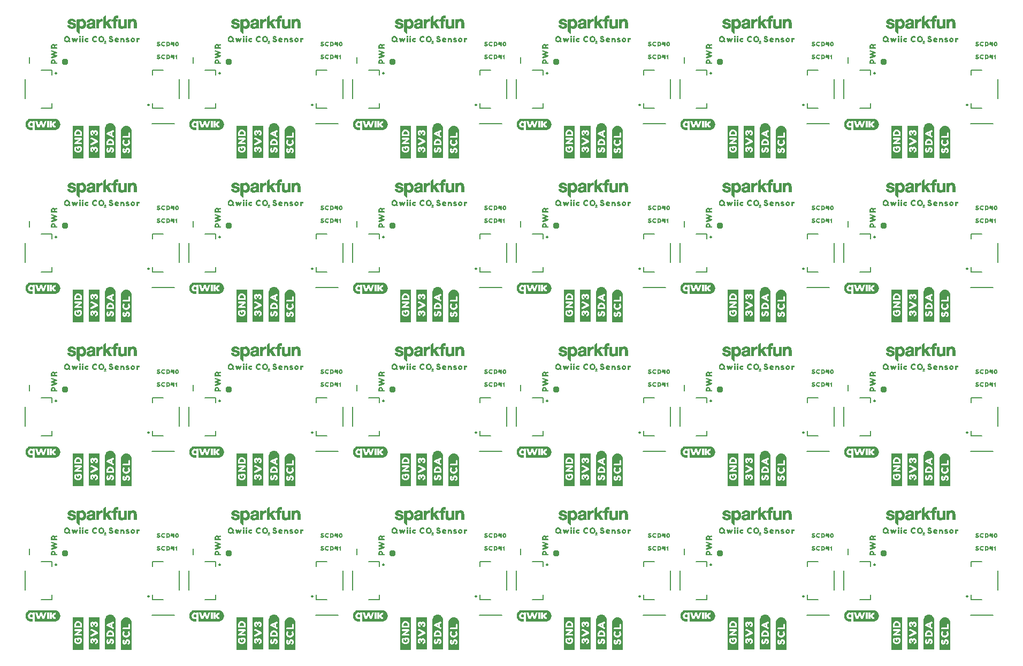
<source format=gto>
G04 EAGLE Gerber RS-274X export*
G75*
%MOMM*%
%FSLAX34Y34*%
%LPD*%
%INSilkscreen Top*%
%IPPOS*%
%AMOC8*
5,1,8,0,0,1.08239X$1,22.5*%
G01*
%ADD10C,0.203200*%
%ADD11C,0.700000*%

G36*
X406905Y276630D02*
X406905Y276630D01*
X406918Y276629D01*
X407318Y277129D01*
X407319Y277137D01*
X407321Y277139D01*
X407319Y277143D01*
X407319Y277152D01*
X407329Y277160D01*
X407329Y323660D01*
X407326Y323664D01*
X407329Y323666D01*
X407229Y324466D01*
X407129Y325365D01*
X407125Y325369D01*
X407128Y325372D01*
X406928Y326172D01*
X406924Y326175D01*
X406926Y326177D01*
X406626Y326977D01*
X406621Y326980D01*
X406623Y326984D01*
X406224Y327683D01*
X405824Y328482D01*
X405817Y328486D01*
X405818Y328492D01*
X405318Y329092D01*
X405314Y329092D01*
X405315Y329095D01*
X404115Y330295D01*
X404109Y330296D01*
X404109Y330300D01*
X403409Y330800D01*
X403403Y330800D01*
X403402Y330804D01*
X402603Y331204D01*
X401904Y331603D01*
X401895Y331601D01*
X401892Y331608D01*
X401092Y331808D01*
X401091Y331807D01*
X401091Y331808D01*
X400191Y332008D01*
X400187Y332007D01*
X400186Y332009D01*
X399386Y332109D01*
X399382Y332107D01*
X399380Y332109D01*
X397680Y332109D01*
X397673Y332104D01*
X397668Y332108D01*
X396068Y331708D01*
X396065Y331704D01*
X396063Y331706D01*
X395263Y331406D01*
X395261Y331403D01*
X395258Y331404D01*
X394458Y331004D01*
X394455Y330999D01*
X394451Y331000D01*
X393751Y330500D01*
X393751Y330497D01*
X393748Y330498D01*
X393148Y329998D01*
X393148Y329994D01*
X393145Y329995D01*
X391945Y328795D01*
X391944Y328785D01*
X391937Y328784D01*
X391537Y328084D01*
X391538Y328082D01*
X391536Y328082D01*
X390736Y326482D01*
X390737Y326474D01*
X390732Y326472D01*
X390332Y324872D01*
X390334Y324868D01*
X390331Y324866D01*
X390231Y324066D01*
X390233Y324062D01*
X390231Y324060D01*
X390231Y276960D01*
X390253Y276930D01*
X390255Y276918D01*
X390755Y276618D01*
X390773Y276620D01*
X390780Y276611D01*
X406880Y276611D01*
X406905Y276630D01*
G37*
G36*
X147825Y276630D02*
X147825Y276630D01*
X147838Y276629D01*
X148238Y277129D01*
X148239Y277137D01*
X148241Y277139D01*
X148239Y277143D01*
X148239Y277152D01*
X148249Y277160D01*
X148249Y323660D01*
X148246Y323664D01*
X148249Y323666D01*
X148149Y324466D01*
X148049Y325365D01*
X148045Y325369D01*
X148048Y325372D01*
X147848Y326172D01*
X147844Y326175D01*
X147846Y326177D01*
X147546Y326977D01*
X147541Y326980D01*
X147543Y326984D01*
X147144Y327683D01*
X146744Y328482D01*
X146737Y328486D01*
X146738Y328492D01*
X146238Y329092D01*
X146234Y329092D01*
X146235Y329095D01*
X145035Y330295D01*
X145029Y330296D01*
X145029Y330300D01*
X144329Y330800D01*
X144323Y330800D01*
X144322Y330804D01*
X143523Y331204D01*
X142824Y331603D01*
X142815Y331601D01*
X142812Y331608D01*
X142012Y331808D01*
X142011Y331807D01*
X142011Y331808D01*
X141111Y332008D01*
X141107Y332007D01*
X141106Y332009D01*
X140306Y332109D01*
X140302Y332107D01*
X140300Y332109D01*
X138600Y332109D01*
X138593Y332104D01*
X138588Y332108D01*
X136988Y331708D01*
X136985Y331704D01*
X136983Y331706D01*
X136183Y331406D01*
X136181Y331403D01*
X136178Y331404D01*
X135378Y331004D01*
X135375Y330999D01*
X135371Y331000D01*
X134671Y330500D01*
X134671Y330497D01*
X134668Y330498D01*
X134068Y329998D01*
X134068Y329994D01*
X134065Y329995D01*
X132865Y328795D01*
X132864Y328785D01*
X132857Y328784D01*
X132457Y328084D01*
X132458Y328082D01*
X132456Y328082D01*
X131656Y326482D01*
X131657Y326474D01*
X131652Y326472D01*
X131252Y324872D01*
X131254Y324868D01*
X131251Y324866D01*
X131151Y324066D01*
X131153Y324062D01*
X131151Y324060D01*
X131151Y276960D01*
X131173Y276930D01*
X131175Y276918D01*
X131675Y276618D01*
X131693Y276620D01*
X131700Y276611D01*
X147800Y276611D01*
X147825Y276630D01*
G37*
G36*
X665985Y535710D02*
X665985Y535710D01*
X665998Y535709D01*
X666398Y536209D01*
X666399Y536217D01*
X666401Y536219D01*
X666399Y536223D01*
X666399Y536232D01*
X666409Y536240D01*
X666409Y582740D01*
X666406Y582744D01*
X666409Y582746D01*
X666309Y583546D01*
X666209Y584445D01*
X666205Y584449D01*
X666208Y584452D01*
X666008Y585252D01*
X666004Y585255D01*
X666006Y585257D01*
X665706Y586057D01*
X665701Y586060D01*
X665703Y586064D01*
X665304Y586763D01*
X664904Y587562D01*
X664897Y587566D01*
X664898Y587572D01*
X664398Y588172D01*
X664394Y588172D01*
X664395Y588175D01*
X663195Y589375D01*
X663189Y589376D01*
X663189Y589380D01*
X662489Y589880D01*
X662483Y589880D01*
X662482Y589884D01*
X661683Y590284D01*
X660984Y590683D01*
X660975Y590681D01*
X660972Y590688D01*
X660172Y590888D01*
X660171Y590887D01*
X660171Y590888D01*
X659271Y591088D01*
X659267Y591087D01*
X659266Y591089D01*
X658466Y591189D01*
X658462Y591187D01*
X658460Y591189D01*
X656760Y591189D01*
X656753Y591184D01*
X656748Y591188D01*
X655148Y590788D01*
X655145Y590784D01*
X655143Y590786D01*
X654343Y590486D01*
X654341Y590483D01*
X654338Y590484D01*
X653538Y590084D01*
X653535Y590079D01*
X653531Y590080D01*
X652831Y589580D01*
X652831Y589577D01*
X652828Y589578D01*
X652228Y589078D01*
X652228Y589074D01*
X652225Y589075D01*
X651025Y587875D01*
X651024Y587865D01*
X651017Y587864D01*
X650617Y587164D01*
X650618Y587162D01*
X650616Y587162D01*
X649816Y585562D01*
X649817Y585554D01*
X649812Y585552D01*
X649412Y583952D01*
X649414Y583948D01*
X649411Y583946D01*
X649311Y583146D01*
X649313Y583142D01*
X649311Y583140D01*
X649311Y536040D01*
X649333Y536010D01*
X649335Y535998D01*
X649835Y535698D01*
X649853Y535700D01*
X649860Y535691D01*
X665960Y535691D01*
X665985Y535710D01*
G37*
G36*
X147825Y535710D02*
X147825Y535710D01*
X147838Y535709D01*
X148238Y536209D01*
X148239Y536217D01*
X148241Y536219D01*
X148239Y536223D01*
X148239Y536232D01*
X148249Y536240D01*
X148249Y582740D01*
X148246Y582744D01*
X148249Y582746D01*
X148149Y583546D01*
X148049Y584445D01*
X148045Y584449D01*
X148048Y584452D01*
X147848Y585252D01*
X147844Y585255D01*
X147846Y585257D01*
X147546Y586057D01*
X147541Y586060D01*
X147543Y586064D01*
X147144Y586763D01*
X146744Y587562D01*
X146737Y587566D01*
X146738Y587572D01*
X146238Y588172D01*
X146234Y588172D01*
X146235Y588175D01*
X145035Y589375D01*
X145029Y589376D01*
X145029Y589380D01*
X144329Y589880D01*
X144323Y589880D01*
X144322Y589884D01*
X143523Y590284D01*
X142824Y590683D01*
X142815Y590681D01*
X142812Y590688D01*
X142012Y590888D01*
X142011Y590887D01*
X142011Y590888D01*
X141111Y591088D01*
X141107Y591087D01*
X141106Y591089D01*
X140306Y591189D01*
X140302Y591187D01*
X140300Y591189D01*
X138600Y591189D01*
X138593Y591184D01*
X138588Y591188D01*
X136988Y590788D01*
X136985Y590784D01*
X136983Y590786D01*
X136183Y590486D01*
X136181Y590483D01*
X136178Y590484D01*
X135378Y590084D01*
X135375Y590079D01*
X135371Y590080D01*
X134671Y589580D01*
X134671Y589577D01*
X134668Y589578D01*
X134068Y589078D01*
X134068Y589074D01*
X134065Y589075D01*
X132865Y587875D01*
X132864Y587865D01*
X132857Y587864D01*
X132457Y587164D01*
X132458Y587162D01*
X132456Y587162D01*
X131656Y585562D01*
X131657Y585554D01*
X131652Y585552D01*
X131252Y583952D01*
X131254Y583948D01*
X131251Y583946D01*
X131151Y583146D01*
X131153Y583142D01*
X131151Y583140D01*
X131151Y536040D01*
X131173Y536010D01*
X131175Y535998D01*
X131675Y535698D01*
X131693Y535700D01*
X131700Y535691D01*
X147800Y535691D01*
X147825Y535710D01*
G37*
G36*
X925065Y276630D02*
X925065Y276630D01*
X925078Y276629D01*
X925478Y277129D01*
X925479Y277137D01*
X925481Y277139D01*
X925479Y277143D01*
X925479Y277152D01*
X925489Y277160D01*
X925489Y323660D01*
X925486Y323664D01*
X925489Y323666D01*
X925389Y324466D01*
X925289Y325365D01*
X925285Y325369D01*
X925288Y325372D01*
X925088Y326172D01*
X925084Y326175D01*
X925086Y326177D01*
X924786Y326977D01*
X924781Y326980D01*
X924783Y326984D01*
X924384Y327683D01*
X923984Y328482D01*
X923977Y328486D01*
X923978Y328492D01*
X923478Y329092D01*
X923474Y329092D01*
X923475Y329095D01*
X922275Y330295D01*
X922269Y330296D01*
X922269Y330300D01*
X921569Y330800D01*
X921563Y330800D01*
X921562Y330804D01*
X920763Y331204D01*
X920064Y331603D01*
X920055Y331601D01*
X920052Y331608D01*
X919252Y331808D01*
X919251Y331807D01*
X919251Y331808D01*
X918351Y332008D01*
X918347Y332007D01*
X918346Y332009D01*
X917546Y332109D01*
X917542Y332107D01*
X917540Y332109D01*
X915840Y332109D01*
X915833Y332104D01*
X915828Y332108D01*
X914228Y331708D01*
X914225Y331704D01*
X914223Y331706D01*
X913423Y331406D01*
X913421Y331403D01*
X913418Y331404D01*
X912618Y331004D01*
X912615Y330999D01*
X912611Y331000D01*
X911911Y330500D01*
X911911Y330497D01*
X911908Y330498D01*
X911308Y329998D01*
X911308Y329994D01*
X911305Y329995D01*
X910105Y328795D01*
X910104Y328785D01*
X910097Y328784D01*
X909697Y328084D01*
X909698Y328082D01*
X909696Y328082D01*
X908896Y326482D01*
X908897Y326474D01*
X908892Y326472D01*
X908492Y324872D01*
X908494Y324868D01*
X908491Y324866D01*
X908391Y324066D01*
X908393Y324062D01*
X908391Y324060D01*
X908391Y276960D01*
X908413Y276930D01*
X908415Y276918D01*
X908915Y276618D01*
X908933Y276620D01*
X908940Y276611D01*
X925040Y276611D01*
X925065Y276630D01*
G37*
G36*
X1184145Y276630D02*
X1184145Y276630D01*
X1184158Y276629D01*
X1184558Y277129D01*
X1184559Y277137D01*
X1184561Y277139D01*
X1184559Y277143D01*
X1184559Y277152D01*
X1184569Y277160D01*
X1184569Y323660D01*
X1184566Y323664D01*
X1184569Y323666D01*
X1184469Y324466D01*
X1184369Y325365D01*
X1184365Y325369D01*
X1184368Y325372D01*
X1184168Y326172D01*
X1184164Y326175D01*
X1184166Y326177D01*
X1183866Y326977D01*
X1183861Y326980D01*
X1183863Y326984D01*
X1183464Y327683D01*
X1183064Y328482D01*
X1183057Y328486D01*
X1183058Y328492D01*
X1182558Y329092D01*
X1182554Y329092D01*
X1182555Y329095D01*
X1181355Y330295D01*
X1181349Y330296D01*
X1181349Y330300D01*
X1180649Y330800D01*
X1180643Y330800D01*
X1180642Y330804D01*
X1179843Y331204D01*
X1179144Y331603D01*
X1179135Y331601D01*
X1179132Y331608D01*
X1178332Y331808D01*
X1178331Y331807D01*
X1178331Y331808D01*
X1177431Y332008D01*
X1177427Y332007D01*
X1177426Y332009D01*
X1176626Y332109D01*
X1176622Y332107D01*
X1176620Y332109D01*
X1174920Y332109D01*
X1174913Y332104D01*
X1174908Y332108D01*
X1173308Y331708D01*
X1173305Y331704D01*
X1173303Y331706D01*
X1172503Y331406D01*
X1172501Y331403D01*
X1172498Y331404D01*
X1171698Y331004D01*
X1171695Y330999D01*
X1171691Y331000D01*
X1170991Y330500D01*
X1170991Y330497D01*
X1170988Y330498D01*
X1170388Y329998D01*
X1170388Y329994D01*
X1170385Y329995D01*
X1169185Y328795D01*
X1169184Y328785D01*
X1169177Y328784D01*
X1168777Y328084D01*
X1168778Y328082D01*
X1168776Y328082D01*
X1167976Y326482D01*
X1167977Y326474D01*
X1167972Y326472D01*
X1167572Y324872D01*
X1167574Y324868D01*
X1167571Y324866D01*
X1167471Y324066D01*
X1167473Y324062D01*
X1167471Y324060D01*
X1167471Y276960D01*
X1167493Y276930D01*
X1167495Y276918D01*
X1167995Y276618D01*
X1168013Y276620D01*
X1168020Y276611D01*
X1184120Y276611D01*
X1184145Y276630D01*
G37*
G36*
X665985Y276630D02*
X665985Y276630D01*
X665998Y276629D01*
X666398Y277129D01*
X666399Y277137D01*
X666401Y277139D01*
X666399Y277143D01*
X666399Y277152D01*
X666409Y277160D01*
X666409Y323660D01*
X666406Y323664D01*
X666409Y323666D01*
X666309Y324466D01*
X666209Y325365D01*
X666205Y325369D01*
X666208Y325372D01*
X666008Y326172D01*
X666004Y326175D01*
X666006Y326177D01*
X665706Y326977D01*
X665701Y326980D01*
X665703Y326984D01*
X665304Y327683D01*
X664904Y328482D01*
X664897Y328486D01*
X664898Y328492D01*
X664398Y329092D01*
X664394Y329092D01*
X664395Y329095D01*
X663195Y330295D01*
X663189Y330296D01*
X663189Y330300D01*
X662489Y330800D01*
X662483Y330800D01*
X662482Y330804D01*
X661683Y331204D01*
X660984Y331603D01*
X660975Y331601D01*
X660972Y331608D01*
X660172Y331808D01*
X660171Y331807D01*
X660171Y331808D01*
X659271Y332008D01*
X659267Y332007D01*
X659266Y332009D01*
X658466Y332109D01*
X658462Y332107D01*
X658460Y332109D01*
X656760Y332109D01*
X656753Y332104D01*
X656748Y332108D01*
X655148Y331708D01*
X655145Y331704D01*
X655143Y331706D01*
X654343Y331406D01*
X654341Y331403D01*
X654338Y331404D01*
X653538Y331004D01*
X653535Y330999D01*
X653531Y331000D01*
X652831Y330500D01*
X652831Y330497D01*
X652828Y330498D01*
X652228Y329998D01*
X652228Y329994D01*
X652225Y329995D01*
X651025Y328795D01*
X651024Y328785D01*
X651017Y328784D01*
X650617Y328084D01*
X650618Y328082D01*
X650616Y328082D01*
X649816Y326482D01*
X649817Y326474D01*
X649812Y326472D01*
X649412Y324872D01*
X649414Y324868D01*
X649411Y324866D01*
X649311Y324066D01*
X649313Y324062D01*
X649311Y324060D01*
X649311Y276960D01*
X649333Y276930D01*
X649335Y276918D01*
X649835Y276618D01*
X649853Y276620D01*
X649860Y276611D01*
X665960Y276611D01*
X665985Y276630D01*
G37*
G36*
X1443225Y276630D02*
X1443225Y276630D01*
X1443238Y276629D01*
X1443638Y277129D01*
X1443639Y277137D01*
X1443641Y277139D01*
X1443639Y277143D01*
X1443639Y277152D01*
X1443649Y277160D01*
X1443649Y323660D01*
X1443646Y323664D01*
X1443649Y323666D01*
X1443549Y324466D01*
X1443449Y325365D01*
X1443445Y325369D01*
X1443448Y325372D01*
X1443248Y326172D01*
X1443244Y326175D01*
X1443246Y326177D01*
X1442946Y326977D01*
X1442941Y326980D01*
X1442943Y326984D01*
X1442544Y327683D01*
X1442144Y328482D01*
X1442137Y328486D01*
X1442138Y328492D01*
X1441638Y329092D01*
X1441634Y329092D01*
X1441635Y329095D01*
X1440435Y330295D01*
X1440429Y330296D01*
X1440429Y330300D01*
X1439729Y330800D01*
X1439723Y330800D01*
X1439722Y330804D01*
X1438923Y331204D01*
X1438224Y331603D01*
X1438215Y331601D01*
X1438212Y331608D01*
X1437412Y331808D01*
X1437411Y331807D01*
X1437411Y331808D01*
X1436511Y332008D01*
X1436507Y332007D01*
X1436506Y332009D01*
X1435706Y332109D01*
X1435702Y332107D01*
X1435700Y332109D01*
X1434000Y332109D01*
X1433993Y332104D01*
X1433988Y332108D01*
X1432388Y331708D01*
X1432385Y331704D01*
X1432383Y331706D01*
X1431583Y331406D01*
X1431581Y331403D01*
X1431578Y331404D01*
X1430778Y331004D01*
X1430775Y330999D01*
X1430771Y331000D01*
X1430071Y330500D01*
X1430071Y330497D01*
X1430068Y330498D01*
X1429468Y329998D01*
X1429468Y329994D01*
X1429465Y329995D01*
X1428265Y328795D01*
X1428264Y328785D01*
X1428257Y328784D01*
X1427857Y328084D01*
X1427858Y328082D01*
X1427856Y328082D01*
X1427056Y326482D01*
X1427057Y326474D01*
X1427052Y326472D01*
X1426652Y324872D01*
X1426654Y324868D01*
X1426651Y324866D01*
X1426551Y324066D01*
X1426553Y324062D01*
X1426551Y324060D01*
X1426551Y276960D01*
X1426573Y276930D01*
X1426575Y276918D01*
X1427075Y276618D01*
X1427093Y276620D01*
X1427100Y276611D01*
X1443200Y276611D01*
X1443225Y276630D01*
G37*
G36*
X1184145Y794790D02*
X1184145Y794790D01*
X1184158Y794789D01*
X1184558Y795289D01*
X1184559Y795297D01*
X1184561Y795299D01*
X1184559Y795303D01*
X1184559Y795312D01*
X1184569Y795320D01*
X1184569Y841820D01*
X1184566Y841824D01*
X1184569Y841826D01*
X1184469Y842626D01*
X1184369Y843525D01*
X1184365Y843529D01*
X1184368Y843532D01*
X1184168Y844332D01*
X1184164Y844335D01*
X1184166Y844337D01*
X1183866Y845137D01*
X1183861Y845140D01*
X1183863Y845144D01*
X1183464Y845843D01*
X1183064Y846642D01*
X1183057Y846646D01*
X1183058Y846652D01*
X1182558Y847252D01*
X1182554Y847252D01*
X1182555Y847255D01*
X1181355Y848455D01*
X1181349Y848456D01*
X1181349Y848460D01*
X1180649Y848960D01*
X1180643Y848960D01*
X1180642Y848964D01*
X1179843Y849364D01*
X1179144Y849763D01*
X1179135Y849761D01*
X1179132Y849768D01*
X1178332Y849968D01*
X1178331Y849967D01*
X1178331Y849968D01*
X1177431Y850168D01*
X1177427Y850167D01*
X1177426Y850169D01*
X1176626Y850269D01*
X1176622Y850267D01*
X1176620Y850269D01*
X1174920Y850269D01*
X1174913Y850264D01*
X1174908Y850268D01*
X1173308Y849868D01*
X1173305Y849864D01*
X1173303Y849866D01*
X1172503Y849566D01*
X1172501Y849563D01*
X1172498Y849564D01*
X1171698Y849164D01*
X1171695Y849159D01*
X1171691Y849160D01*
X1170991Y848660D01*
X1170991Y848657D01*
X1170988Y848658D01*
X1170388Y848158D01*
X1170388Y848154D01*
X1170385Y848155D01*
X1169185Y846955D01*
X1169184Y846945D01*
X1169177Y846944D01*
X1168777Y846244D01*
X1168778Y846242D01*
X1168776Y846242D01*
X1167976Y844642D01*
X1167977Y844634D01*
X1167972Y844632D01*
X1167572Y843032D01*
X1167574Y843028D01*
X1167571Y843026D01*
X1167471Y842226D01*
X1167473Y842222D01*
X1167471Y842220D01*
X1167471Y795120D01*
X1167493Y795090D01*
X1167495Y795078D01*
X1167995Y794778D01*
X1168013Y794780D01*
X1168020Y794771D01*
X1184120Y794771D01*
X1184145Y794790D01*
G37*
G36*
X665985Y794790D02*
X665985Y794790D01*
X665998Y794789D01*
X666398Y795289D01*
X666399Y795297D01*
X666401Y795299D01*
X666399Y795303D01*
X666399Y795312D01*
X666409Y795320D01*
X666409Y841820D01*
X666406Y841824D01*
X666409Y841826D01*
X666309Y842626D01*
X666209Y843525D01*
X666205Y843529D01*
X666208Y843532D01*
X666008Y844332D01*
X666004Y844335D01*
X666006Y844337D01*
X665706Y845137D01*
X665701Y845140D01*
X665703Y845144D01*
X665304Y845843D01*
X664904Y846642D01*
X664897Y846646D01*
X664898Y846652D01*
X664398Y847252D01*
X664394Y847252D01*
X664395Y847255D01*
X663195Y848455D01*
X663189Y848456D01*
X663189Y848460D01*
X662489Y848960D01*
X662483Y848960D01*
X662482Y848964D01*
X661683Y849364D01*
X660984Y849763D01*
X660975Y849761D01*
X660972Y849768D01*
X660172Y849968D01*
X660171Y849967D01*
X660171Y849968D01*
X659271Y850168D01*
X659267Y850167D01*
X659266Y850169D01*
X658466Y850269D01*
X658462Y850267D01*
X658460Y850269D01*
X656760Y850269D01*
X656753Y850264D01*
X656748Y850268D01*
X655148Y849868D01*
X655145Y849864D01*
X655143Y849866D01*
X654343Y849566D01*
X654341Y849563D01*
X654338Y849564D01*
X653538Y849164D01*
X653535Y849159D01*
X653531Y849160D01*
X652831Y848660D01*
X652831Y848657D01*
X652828Y848658D01*
X652228Y848158D01*
X652228Y848154D01*
X652225Y848155D01*
X651025Y846955D01*
X651024Y846945D01*
X651017Y846944D01*
X650617Y846244D01*
X650618Y846242D01*
X650616Y846242D01*
X649816Y844642D01*
X649817Y844634D01*
X649812Y844632D01*
X649412Y843032D01*
X649414Y843028D01*
X649411Y843026D01*
X649311Y842226D01*
X649313Y842222D01*
X649311Y842220D01*
X649311Y795120D01*
X649333Y795090D01*
X649335Y795078D01*
X649835Y794778D01*
X649853Y794780D01*
X649860Y794771D01*
X665960Y794771D01*
X665985Y794790D01*
G37*
G36*
X406905Y794790D02*
X406905Y794790D01*
X406918Y794789D01*
X407318Y795289D01*
X407319Y795297D01*
X407321Y795299D01*
X407319Y795303D01*
X407319Y795312D01*
X407329Y795320D01*
X407329Y841820D01*
X407326Y841824D01*
X407329Y841826D01*
X407229Y842626D01*
X407129Y843525D01*
X407125Y843529D01*
X407128Y843532D01*
X406928Y844332D01*
X406924Y844335D01*
X406926Y844337D01*
X406626Y845137D01*
X406621Y845140D01*
X406623Y845144D01*
X406224Y845843D01*
X405824Y846642D01*
X405817Y846646D01*
X405818Y846652D01*
X405318Y847252D01*
X405314Y847252D01*
X405315Y847255D01*
X404115Y848455D01*
X404109Y848456D01*
X404109Y848460D01*
X403409Y848960D01*
X403403Y848960D01*
X403402Y848964D01*
X402603Y849364D01*
X401904Y849763D01*
X401895Y849761D01*
X401892Y849768D01*
X401092Y849968D01*
X401091Y849967D01*
X401091Y849968D01*
X400191Y850168D01*
X400187Y850167D01*
X400186Y850169D01*
X399386Y850269D01*
X399382Y850267D01*
X399380Y850269D01*
X397680Y850269D01*
X397673Y850264D01*
X397668Y850268D01*
X396068Y849868D01*
X396065Y849864D01*
X396063Y849866D01*
X395263Y849566D01*
X395261Y849563D01*
X395258Y849564D01*
X394458Y849164D01*
X394455Y849159D01*
X394451Y849160D01*
X393751Y848660D01*
X393751Y848657D01*
X393748Y848658D01*
X393148Y848158D01*
X393148Y848154D01*
X393145Y848155D01*
X391945Y846955D01*
X391944Y846945D01*
X391937Y846944D01*
X391537Y846244D01*
X391538Y846242D01*
X391536Y846242D01*
X390736Y844642D01*
X390737Y844634D01*
X390732Y844632D01*
X390332Y843032D01*
X390334Y843028D01*
X390331Y843026D01*
X390231Y842226D01*
X390233Y842222D01*
X390231Y842220D01*
X390231Y795120D01*
X390253Y795090D01*
X390255Y795078D01*
X390755Y794778D01*
X390773Y794780D01*
X390780Y794771D01*
X406880Y794771D01*
X406905Y794790D01*
G37*
G36*
X147825Y794790D02*
X147825Y794790D01*
X147838Y794789D01*
X148238Y795289D01*
X148239Y795297D01*
X148241Y795299D01*
X148239Y795303D01*
X148239Y795312D01*
X148249Y795320D01*
X148249Y841820D01*
X148246Y841824D01*
X148249Y841826D01*
X148149Y842626D01*
X148049Y843525D01*
X148045Y843529D01*
X148048Y843532D01*
X147848Y844332D01*
X147844Y844335D01*
X147846Y844337D01*
X147546Y845137D01*
X147541Y845140D01*
X147543Y845144D01*
X147144Y845843D01*
X146744Y846642D01*
X146737Y846646D01*
X146738Y846652D01*
X146238Y847252D01*
X146234Y847252D01*
X146235Y847255D01*
X145035Y848455D01*
X145029Y848456D01*
X145029Y848460D01*
X144329Y848960D01*
X144323Y848960D01*
X144322Y848964D01*
X143523Y849364D01*
X142824Y849763D01*
X142815Y849761D01*
X142812Y849768D01*
X142012Y849968D01*
X142011Y849967D01*
X142011Y849968D01*
X141111Y850168D01*
X141107Y850167D01*
X141106Y850169D01*
X140306Y850269D01*
X140302Y850267D01*
X140300Y850269D01*
X138600Y850269D01*
X138593Y850264D01*
X138588Y850268D01*
X136988Y849868D01*
X136985Y849864D01*
X136983Y849866D01*
X136183Y849566D01*
X136181Y849563D01*
X136178Y849564D01*
X135378Y849164D01*
X135375Y849159D01*
X135371Y849160D01*
X134671Y848660D01*
X134671Y848657D01*
X134668Y848658D01*
X134068Y848158D01*
X134068Y848154D01*
X134065Y848155D01*
X132865Y846955D01*
X132864Y846945D01*
X132857Y846944D01*
X132457Y846244D01*
X132458Y846242D01*
X132456Y846242D01*
X131656Y844642D01*
X131657Y844634D01*
X131652Y844632D01*
X131252Y843032D01*
X131254Y843028D01*
X131251Y843026D01*
X131151Y842226D01*
X131153Y842222D01*
X131151Y842220D01*
X131151Y795120D01*
X131173Y795090D01*
X131175Y795078D01*
X131675Y794778D01*
X131693Y794780D01*
X131700Y794771D01*
X147800Y794771D01*
X147825Y794790D01*
G37*
G36*
X925065Y794790D02*
X925065Y794790D01*
X925078Y794789D01*
X925478Y795289D01*
X925479Y795297D01*
X925481Y795299D01*
X925479Y795303D01*
X925479Y795312D01*
X925489Y795320D01*
X925489Y841820D01*
X925486Y841824D01*
X925489Y841826D01*
X925389Y842626D01*
X925289Y843525D01*
X925285Y843529D01*
X925288Y843532D01*
X925088Y844332D01*
X925084Y844335D01*
X925086Y844337D01*
X924786Y845137D01*
X924781Y845140D01*
X924783Y845144D01*
X924384Y845843D01*
X923984Y846642D01*
X923977Y846646D01*
X923978Y846652D01*
X923478Y847252D01*
X923474Y847252D01*
X923475Y847255D01*
X922275Y848455D01*
X922269Y848456D01*
X922269Y848460D01*
X921569Y848960D01*
X921563Y848960D01*
X921562Y848964D01*
X920763Y849364D01*
X920064Y849763D01*
X920055Y849761D01*
X920052Y849768D01*
X919252Y849968D01*
X919251Y849967D01*
X919251Y849968D01*
X918351Y850168D01*
X918347Y850167D01*
X918346Y850169D01*
X917546Y850269D01*
X917542Y850267D01*
X917540Y850269D01*
X915840Y850269D01*
X915833Y850264D01*
X915828Y850268D01*
X914228Y849868D01*
X914225Y849864D01*
X914223Y849866D01*
X913423Y849566D01*
X913421Y849563D01*
X913418Y849564D01*
X912618Y849164D01*
X912615Y849159D01*
X912611Y849160D01*
X911911Y848660D01*
X911911Y848657D01*
X911908Y848658D01*
X911308Y848158D01*
X911308Y848154D01*
X911305Y848155D01*
X910105Y846955D01*
X910104Y846945D01*
X910097Y846944D01*
X909697Y846244D01*
X909698Y846242D01*
X909696Y846242D01*
X908896Y844642D01*
X908897Y844634D01*
X908892Y844632D01*
X908492Y843032D01*
X908494Y843028D01*
X908491Y843026D01*
X908391Y842226D01*
X908393Y842222D01*
X908391Y842220D01*
X908391Y795120D01*
X908413Y795090D01*
X908415Y795078D01*
X908915Y794778D01*
X908933Y794780D01*
X908940Y794771D01*
X925040Y794771D01*
X925065Y794790D01*
G37*
G36*
X406905Y535710D02*
X406905Y535710D01*
X406918Y535709D01*
X407318Y536209D01*
X407319Y536217D01*
X407321Y536219D01*
X407319Y536223D01*
X407319Y536232D01*
X407329Y536240D01*
X407329Y582740D01*
X407326Y582744D01*
X407329Y582746D01*
X407229Y583546D01*
X407129Y584445D01*
X407125Y584449D01*
X407128Y584452D01*
X406928Y585252D01*
X406924Y585255D01*
X406926Y585257D01*
X406626Y586057D01*
X406621Y586060D01*
X406623Y586064D01*
X406224Y586763D01*
X405824Y587562D01*
X405817Y587566D01*
X405818Y587572D01*
X405318Y588172D01*
X405314Y588172D01*
X405315Y588175D01*
X404115Y589375D01*
X404109Y589376D01*
X404109Y589380D01*
X403409Y589880D01*
X403403Y589880D01*
X403402Y589884D01*
X402603Y590284D01*
X401904Y590683D01*
X401895Y590681D01*
X401892Y590688D01*
X401092Y590888D01*
X401091Y590887D01*
X401091Y590888D01*
X400191Y591088D01*
X400187Y591087D01*
X400186Y591089D01*
X399386Y591189D01*
X399382Y591187D01*
X399380Y591189D01*
X397680Y591189D01*
X397673Y591184D01*
X397668Y591188D01*
X396068Y590788D01*
X396065Y590784D01*
X396063Y590786D01*
X395263Y590486D01*
X395261Y590483D01*
X395258Y590484D01*
X394458Y590084D01*
X394455Y590079D01*
X394451Y590080D01*
X393751Y589580D01*
X393751Y589577D01*
X393748Y589578D01*
X393148Y589078D01*
X393148Y589074D01*
X393145Y589075D01*
X391945Y587875D01*
X391944Y587865D01*
X391937Y587864D01*
X391537Y587164D01*
X391538Y587162D01*
X391536Y587162D01*
X390736Y585562D01*
X390737Y585554D01*
X390732Y585552D01*
X390332Y583952D01*
X390334Y583948D01*
X390331Y583946D01*
X390231Y583146D01*
X390233Y583142D01*
X390231Y583140D01*
X390231Y536040D01*
X390253Y536010D01*
X390255Y535998D01*
X390755Y535698D01*
X390773Y535700D01*
X390780Y535691D01*
X406880Y535691D01*
X406905Y535710D01*
G37*
G36*
X406905Y17550D02*
X406905Y17550D01*
X406918Y17549D01*
X407318Y18049D01*
X407319Y18057D01*
X407321Y18059D01*
X407319Y18063D01*
X407319Y18072D01*
X407329Y18080D01*
X407329Y64580D01*
X407326Y64584D01*
X407329Y64586D01*
X407229Y65386D01*
X407129Y66285D01*
X407125Y66289D01*
X407128Y66292D01*
X406928Y67092D01*
X406924Y67095D01*
X406926Y67097D01*
X406626Y67897D01*
X406621Y67900D01*
X406623Y67904D01*
X406224Y68603D01*
X405824Y69402D01*
X405817Y69406D01*
X405818Y69412D01*
X405318Y70012D01*
X405314Y70012D01*
X405315Y70015D01*
X404115Y71215D01*
X404109Y71216D01*
X404109Y71220D01*
X403409Y71720D01*
X403403Y71720D01*
X403402Y71724D01*
X402603Y72124D01*
X401904Y72523D01*
X401895Y72521D01*
X401892Y72528D01*
X401092Y72728D01*
X401091Y72727D01*
X401091Y72728D01*
X400191Y72928D01*
X400187Y72927D01*
X400186Y72929D01*
X399386Y73029D01*
X399382Y73027D01*
X399380Y73029D01*
X397680Y73029D01*
X397673Y73024D01*
X397668Y73028D01*
X396068Y72628D01*
X396065Y72624D01*
X396063Y72626D01*
X395263Y72326D01*
X395261Y72323D01*
X395258Y72324D01*
X394458Y71924D01*
X394455Y71919D01*
X394451Y71920D01*
X393751Y71420D01*
X393751Y71417D01*
X393748Y71418D01*
X393148Y70918D01*
X393148Y70914D01*
X393145Y70915D01*
X391945Y69715D01*
X391944Y69705D01*
X391937Y69704D01*
X391537Y69004D01*
X391538Y69002D01*
X391536Y69002D01*
X390736Y67402D01*
X390737Y67394D01*
X390732Y67392D01*
X390332Y65792D01*
X390334Y65788D01*
X390331Y65786D01*
X390231Y64986D01*
X390233Y64982D01*
X390231Y64980D01*
X390231Y17880D01*
X390253Y17850D01*
X390255Y17838D01*
X390755Y17538D01*
X390773Y17540D01*
X390780Y17531D01*
X406880Y17531D01*
X406905Y17550D01*
G37*
G36*
X925065Y17550D02*
X925065Y17550D01*
X925078Y17549D01*
X925478Y18049D01*
X925479Y18057D01*
X925481Y18059D01*
X925479Y18063D01*
X925479Y18072D01*
X925489Y18080D01*
X925489Y64580D01*
X925486Y64584D01*
X925489Y64586D01*
X925389Y65386D01*
X925289Y66285D01*
X925285Y66289D01*
X925288Y66292D01*
X925088Y67092D01*
X925084Y67095D01*
X925086Y67097D01*
X924786Y67897D01*
X924781Y67900D01*
X924783Y67904D01*
X924384Y68603D01*
X923984Y69402D01*
X923977Y69406D01*
X923978Y69412D01*
X923478Y70012D01*
X923474Y70012D01*
X923475Y70015D01*
X922275Y71215D01*
X922269Y71216D01*
X922269Y71220D01*
X921569Y71720D01*
X921563Y71720D01*
X921562Y71724D01*
X920763Y72124D01*
X920064Y72523D01*
X920055Y72521D01*
X920052Y72528D01*
X919252Y72728D01*
X919251Y72727D01*
X919251Y72728D01*
X918351Y72928D01*
X918347Y72927D01*
X918346Y72929D01*
X917546Y73029D01*
X917542Y73027D01*
X917540Y73029D01*
X915840Y73029D01*
X915833Y73024D01*
X915828Y73028D01*
X914228Y72628D01*
X914225Y72624D01*
X914223Y72626D01*
X913423Y72326D01*
X913421Y72323D01*
X913418Y72324D01*
X912618Y71924D01*
X912615Y71919D01*
X912611Y71920D01*
X911911Y71420D01*
X911911Y71417D01*
X911908Y71418D01*
X911308Y70918D01*
X911308Y70914D01*
X911305Y70915D01*
X910105Y69715D01*
X910104Y69705D01*
X910097Y69704D01*
X909697Y69004D01*
X909698Y69002D01*
X909696Y69002D01*
X908896Y67402D01*
X908897Y67394D01*
X908892Y67392D01*
X908492Y65792D01*
X908494Y65788D01*
X908491Y65786D01*
X908391Y64986D01*
X908393Y64982D01*
X908391Y64980D01*
X908391Y17880D01*
X908413Y17850D01*
X908415Y17838D01*
X908915Y17538D01*
X908933Y17540D01*
X908940Y17531D01*
X925040Y17531D01*
X925065Y17550D01*
G37*
G36*
X925065Y535710D02*
X925065Y535710D01*
X925078Y535709D01*
X925478Y536209D01*
X925479Y536217D01*
X925481Y536219D01*
X925479Y536223D01*
X925479Y536232D01*
X925489Y536240D01*
X925489Y582740D01*
X925486Y582744D01*
X925489Y582746D01*
X925389Y583546D01*
X925289Y584445D01*
X925285Y584449D01*
X925288Y584452D01*
X925088Y585252D01*
X925084Y585255D01*
X925086Y585257D01*
X924786Y586057D01*
X924781Y586060D01*
X924783Y586064D01*
X924384Y586763D01*
X923984Y587562D01*
X923977Y587566D01*
X923978Y587572D01*
X923478Y588172D01*
X923474Y588172D01*
X923475Y588175D01*
X922275Y589375D01*
X922269Y589376D01*
X922269Y589380D01*
X921569Y589880D01*
X921563Y589880D01*
X921562Y589884D01*
X920763Y590284D01*
X920064Y590683D01*
X920055Y590681D01*
X920052Y590688D01*
X919252Y590888D01*
X919251Y590887D01*
X919251Y590888D01*
X918351Y591088D01*
X918347Y591087D01*
X918346Y591089D01*
X917546Y591189D01*
X917542Y591187D01*
X917540Y591189D01*
X915840Y591189D01*
X915833Y591184D01*
X915828Y591188D01*
X914228Y590788D01*
X914225Y590784D01*
X914223Y590786D01*
X913423Y590486D01*
X913421Y590483D01*
X913418Y590484D01*
X912618Y590084D01*
X912615Y590079D01*
X912611Y590080D01*
X911911Y589580D01*
X911911Y589577D01*
X911908Y589578D01*
X911308Y589078D01*
X911308Y589074D01*
X911305Y589075D01*
X910105Y587875D01*
X910104Y587865D01*
X910097Y587864D01*
X909697Y587164D01*
X909698Y587162D01*
X909696Y587162D01*
X908896Y585562D01*
X908897Y585554D01*
X908892Y585552D01*
X908492Y583952D01*
X908494Y583948D01*
X908491Y583946D01*
X908391Y583146D01*
X908393Y583142D01*
X908391Y583140D01*
X908391Y536040D01*
X908413Y536010D01*
X908415Y535998D01*
X908915Y535698D01*
X908933Y535700D01*
X908940Y535691D01*
X925040Y535691D01*
X925065Y535710D01*
G37*
G36*
X665985Y17550D02*
X665985Y17550D01*
X665998Y17549D01*
X666398Y18049D01*
X666399Y18057D01*
X666401Y18059D01*
X666399Y18063D01*
X666399Y18072D01*
X666409Y18080D01*
X666409Y64580D01*
X666406Y64584D01*
X666409Y64586D01*
X666309Y65386D01*
X666209Y66285D01*
X666205Y66289D01*
X666208Y66292D01*
X666008Y67092D01*
X666004Y67095D01*
X666006Y67097D01*
X665706Y67897D01*
X665701Y67900D01*
X665703Y67904D01*
X665304Y68603D01*
X664904Y69402D01*
X664897Y69406D01*
X664898Y69412D01*
X664398Y70012D01*
X664394Y70012D01*
X664395Y70015D01*
X663195Y71215D01*
X663189Y71216D01*
X663189Y71220D01*
X662489Y71720D01*
X662483Y71720D01*
X662482Y71724D01*
X661683Y72124D01*
X660984Y72523D01*
X660975Y72521D01*
X660972Y72528D01*
X660172Y72728D01*
X660171Y72727D01*
X660171Y72728D01*
X659271Y72928D01*
X659267Y72927D01*
X659266Y72929D01*
X658466Y73029D01*
X658462Y73027D01*
X658460Y73029D01*
X656760Y73029D01*
X656753Y73024D01*
X656748Y73028D01*
X655148Y72628D01*
X655145Y72624D01*
X655143Y72626D01*
X654343Y72326D01*
X654341Y72323D01*
X654338Y72324D01*
X653538Y71924D01*
X653535Y71919D01*
X653531Y71920D01*
X652831Y71420D01*
X652831Y71417D01*
X652828Y71418D01*
X652228Y70918D01*
X652228Y70914D01*
X652225Y70915D01*
X651025Y69715D01*
X651024Y69705D01*
X651017Y69704D01*
X650617Y69004D01*
X650618Y69002D01*
X650616Y69002D01*
X649816Y67402D01*
X649817Y67394D01*
X649812Y67392D01*
X649412Y65792D01*
X649414Y65788D01*
X649411Y65786D01*
X649311Y64986D01*
X649313Y64982D01*
X649311Y64980D01*
X649311Y17880D01*
X649333Y17850D01*
X649335Y17838D01*
X649835Y17538D01*
X649853Y17540D01*
X649860Y17531D01*
X665960Y17531D01*
X665985Y17550D01*
G37*
G36*
X147825Y17550D02*
X147825Y17550D01*
X147838Y17549D01*
X148238Y18049D01*
X148239Y18057D01*
X148241Y18059D01*
X148239Y18063D01*
X148239Y18072D01*
X148249Y18080D01*
X148249Y64580D01*
X148246Y64584D01*
X148249Y64586D01*
X148149Y65386D01*
X148049Y66285D01*
X148045Y66289D01*
X148048Y66292D01*
X147848Y67092D01*
X147844Y67095D01*
X147846Y67097D01*
X147546Y67897D01*
X147541Y67900D01*
X147543Y67904D01*
X147144Y68603D01*
X146744Y69402D01*
X146737Y69406D01*
X146738Y69412D01*
X146238Y70012D01*
X146234Y70012D01*
X146235Y70015D01*
X145035Y71215D01*
X145029Y71216D01*
X145029Y71220D01*
X144329Y71720D01*
X144323Y71720D01*
X144322Y71724D01*
X143523Y72124D01*
X142824Y72523D01*
X142815Y72521D01*
X142812Y72528D01*
X142012Y72728D01*
X142011Y72727D01*
X142011Y72728D01*
X141111Y72928D01*
X141107Y72927D01*
X141106Y72929D01*
X140306Y73029D01*
X140302Y73027D01*
X140300Y73029D01*
X138600Y73029D01*
X138593Y73024D01*
X138588Y73028D01*
X136988Y72628D01*
X136985Y72624D01*
X136983Y72626D01*
X136183Y72326D01*
X136181Y72323D01*
X136178Y72324D01*
X135378Y71924D01*
X135375Y71919D01*
X135371Y71920D01*
X134671Y71420D01*
X134671Y71417D01*
X134668Y71418D01*
X134068Y70918D01*
X134068Y70914D01*
X134065Y70915D01*
X132865Y69715D01*
X132864Y69705D01*
X132857Y69704D01*
X132457Y69004D01*
X132458Y69002D01*
X132456Y69002D01*
X131656Y67402D01*
X131657Y67394D01*
X131652Y67392D01*
X131252Y65792D01*
X131254Y65788D01*
X131251Y65786D01*
X131151Y64986D01*
X131153Y64982D01*
X131151Y64980D01*
X131151Y17880D01*
X131173Y17850D01*
X131175Y17838D01*
X131675Y17538D01*
X131693Y17540D01*
X131700Y17531D01*
X147800Y17531D01*
X147825Y17550D01*
G37*
G36*
X1443225Y17550D02*
X1443225Y17550D01*
X1443238Y17549D01*
X1443638Y18049D01*
X1443639Y18057D01*
X1443641Y18059D01*
X1443639Y18063D01*
X1443639Y18072D01*
X1443649Y18080D01*
X1443649Y64580D01*
X1443646Y64584D01*
X1443649Y64586D01*
X1443549Y65386D01*
X1443449Y66285D01*
X1443445Y66289D01*
X1443448Y66292D01*
X1443248Y67092D01*
X1443244Y67095D01*
X1443246Y67097D01*
X1442946Y67897D01*
X1442941Y67900D01*
X1442943Y67904D01*
X1442544Y68603D01*
X1442144Y69402D01*
X1442137Y69406D01*
X1442138Y69412D01*
X1441638Y70012D01*
X1441634Y70012D01*
X1441635Y70015D01*
X1440435Y71215D01*
X1440429Y71216D01*
X1440429Y71220D01*
X1439729Y71720D01*
X1439723Y71720D01*
X1439722Y71724D01*
X1438923Y72124D01*
X1438224Y72523D01*
X1438215Y72521D01*
X1438212Y72528D01*
X1437412Y72728D01*
X1437411Y72727D01*
X1437411Y72728D01*
X1436511Y72928D01*
X1436507Y72927D01*
X1436506Y72929D01*
X1435706Y73029D01*
X1435702Y73027D01*
X1435700Y73029D01*
X1434000Y73029D01*
X1433993Y73024D01*
X1433988Y73028D01*
X1432388Y72628D01*
X1432385Y72624D01*
X1432383Y72626D01*
X1431583Y72326D01*
X1431581Y72323D01*
X1431578Y72324D01*
X1430778Y71924D01*
X1430775Y71919D01*
X1430771Y71920D01*
X1430071Y71420D01*
X1430071Y71417D01*
X1430068Y71418D01*
X1429468Y70918D01*
X1429468Y70914D01*
X1429465Y70915D01*
X1428265Y69715D01*
X1428264Y69705D01*
X1428257Y69704D01*
X1427857Y69004D01*
X1427858Y69002D01*
X1427856Y69002D01*
X1427056Y67402D01*
X1427057Y67394D01*
X1427052Y67392D01*
X1426652Y65792D01*
X1426654Y65788D01*
X1426651Y65786D01*
X1426551Y64986D01*
X1426553Y64982D01*
X1426551Y64980D01*
X1426551Y17880D01*
X1426573Y17850D01*
X1426575Y17838D01*
X1427075Y17538D01*
X1427093Y17540D01*
X1427100Y17531D01*
X1443200Y17531D01*
X1443225Y17550D01*
G37*
G36*
X1184145Y17550D02*
X1184145Y17550D01*
X1184158Y17549D01*
X1184558Y18049D01*
X1184559Y18057D01*
X1184561Y18059D01*
X1184559Y18063D01*
X1184559Y18072D01*
X1184569Y18080D01*
X1184569Y64580D01*
X1184566Y64584D01*
X1184569Y64586D01*
X1184469Y65386D01*
X1184369Y66285D01*
X1184365Y66289D01*
X1184368Y66292D01*
X1184168Y67092D01*
X1184164Y67095D01*
X1184166Y67097D01*
X1183866Y67897D01*
X1183861Y67900D01*
X1183863Y67904D01*
X1183464Y68603D01*
X1183064Y69402D01*
X1183057Y69406D01*
X1183058Y69412D01*
X1182558Y70012D01*
X1182554Y70012D01*
X1182555Y70015D01*
X1181355Y71215D01*
X1181349Y71216D01*
X1181349Y71220D01*
X1180649Y71720D01*
X1180643Y71720D01*
X1180642Y71724D01*
X1179843Y72124D01*
X1179144Y72523D01*
X1179135Y72521D01*
X1179132Y72528D01*
X1178332Y72728D01*
X1178331Y72727D01*
X1178331Y72728D01*
X1177431Y72928D01*
X1177427Y72927D01*
X1177426Y72929D01*
X1176626Y73029D01*
X1176622Y73027D01*
X1176620Y73029D01*
X1174920Y73029D01*
X1174913Y73024D01*
X1174908Y73028D01*
X1173308Y72628D01*
X1173305Y72624D01*
X1173303Y72626D01*
X1172503Y72326D01*
X1172501Y72323D01*
X1172498Y72324D01*
X1171698Y71924D01*
X1171695Y71919D01*
X1171691Y71920D01*
X1170991Y71420D01*
X1170991Y71417D01*
X1170988Y71418D01*
X1170388Y70918D01*
X1170388Y70914D01*
X1170385Y70915D01*
X1169185Y69715D01*
X1169184Y69705D01*
X1169177Y69704D01*
X1168777Y69004D01*
X1168778Y69002D01*
X1168776Y69002D01*
X1167976Y67402D01*
X1167977Y67394D01*
X1167972Y67392D01*
X1167572Y65792D01*
X1167574Y65788D01*
X1167571Y65786D01*
X1167471Y64986D01*
X1167473Y64982D01*
X1167471Y64980D01*
X1167471Y17880D01*
X1167493Y17850D01*
X1167495Y17838D01*
X1167995Y17538D01*
X1168013Y17540D01*
X1168020Y17531D01*
X1184120Y17531D01*
X1184145Y17550D01*
G37*
G36*
X1443225Y794790D02*
X1443225Y794790D01*
X1443238Y794789D01*
X1443638Y795289D01*
X1443639Y795297D01*
X1443641Y795299D01*
X1443639Y795303D01*
X1443639Y795312D01*
X1443649Y795320D01*
X1443649Y841820D01*
X1443646Y841824D01*
X1443649Y841826D01*
X1443549Y842626D01*
X1443449Y843525D01*
X1443445Y843529D01*
X1443448Y843532D01*
X1443248Y844332D01*
X1443244Y844335D01*
X1443246Y844337D01*
X1442946Y845137D01*
X1442941Y845140D01*
X1442943Y845144D01*
X1442544Y845843D01*
X1442144Y846642D01*
X1442137Y846646D01*
X1442138Y846652D01*
X1441638Y847252D01*
X1441634Y847252D01*
X1441635Y847255D01*
X1440435Y848455D01*
X1440429Y848456D01*
X1440429Y848460D01*
X1439729Y848960D01*
X1439723Y848960D01*
X1439722Y848964D01*
X1438923Y849364D01*
X1438224Y849763D01*
X1438215Y849761D01*
X1438212Y849768D01*
X1437412Y849968D01*
X1437411Y849967D01*
X1437411Y849968D01*
X1436511Y850168D01*
X1436507Y850167D01*
X1436506Y850169D01*
X1435706Y850269D01*
X1435702Y850267D01*
X1435700Y850269D01*
X1434000Y850269D01*
X1433993Y850264D01*
X1433988Y850268D01*
X1432388Y849868D01*
X1432385Y849864D01*
X1432383Y849866D01*
X1431583Y849566D01*
X1431581Y849563D01*
X1431578Y849564D01*
X1430778Y849164D01*
X1430775Y849159D01*
X1430771Y849160D01*
X1430071Y848660D01*
X1430071Y848657D01*
X1430068Y848658D01*
X1429468Y848158D01*
X1429468Y848154D01*
X1429465Y848155D01*
X1428265Y846955D01*
X1428264Y846945D01*
X1428257Y846944D01*
X1427857Y846244D01*
X1427858Y846242D01*
X1427856Y846242D01*
X1427056Y844642D01*
X1427057Y844634D01*
X1427052Y844632D01*
X1426652Y843032D01*
X1426654Y843028D01*
X1426651Y843026D01*
X1426551Y842226D01*
X1426553Y842222D01*
X1426551Y842220D01*
X1426551Y795120D01*
X1426573Y795090D01*
X1426575Y795078D01*
X1427075Y794778D01*
X1427093Y794780D01*
X1427100Y794771D01*
X1443200Y794771D01*
X1443225Y794790D01*
G37*
G36*
X1443225Y535710D02*
X1443225Y535710D01*
X1443238Y535709D01*
X1443638Y536209D01*
X1443639Y536217D01*
X1443641Y536219D01*
X1443639Y536223D01*
X1443639Y536232D01*
X1443649Y536240D01*
X1443649Y582740D01*
X1443646Y582744D01*
X1443649Y582746D01*
X1443549Y583546D01*
X1443449Y584445D01*
X1443445Y584449D01*
X1443448Y584452D01*
X1443248Y585252D01*
X1443244Y585255D01*
X1443246Y585257D01*
X1442946Y586057D01*
X1442941Y586060D01*
X1442943Y586064D01*
X1442544Y586763D01*
X1442144Y587562D01*
X1442137Y587566D01*
X1442138Y587572D01*
X1441638Y588172D01*
X1441634Y588172D01*
X1441635Y588175D01*
X1440435Y589375D01*
X1440429Y589376D01*
X1440429Y589380D01*
X1439729Y589880D01*
X1439723Y589880D01*
X1439722Y589884D01*
X1438923Y590284D01*
X1438224Y590683D01*
X1438215Y590681D01*
X1438212Y590688D01*
X1437412Y590888D01*
X1437411Y590887D01*
X1437411Y590888D01*
X1436511Y591088D01*
X1436507Y591087D01*
X1436506Y591089D01*
X1435706Y591189D01*
X1435702Y591187D01*
X1435700Y591189D01*
X1434000Y591189D01*
X1433993Y591184D01*
X1433988Y591188D01*
X1432388Y590788D01*
X1432385Y590784D01*
X1432383Y590786D01*
X1431583Y590486D01*
X1431581Y590483D01*
X1431578Y590484D01*
X1430778Y590084D01*
X1430775Y590079D01*
X1430771Y590080D01*
X1430071Y589580D01*
X1430071Y589577D01*
X1430068Y589578D01*
X1429468Y589078D01*
X1429468Y589074D01*
X1429465Y589075D01*
X1428265Y587875D01*
X1428264Y587865D01*
X1428257Y587864D01*
X1427857Y587164D01*
X1427858Y587162D01*
X1427856Y587162D01*
X1427056Y585562D01*
X1427057Y585554D01*
X1427052Y585552D01*
X1426652Y583952D01*
X1426654Y583948D01*
X1426651Y583946D01*
X1426551Y583146D01*
X1426553Y583142D01*
X1426551Y583140D01*
X1426551Y536040D01*
X1426573Y536010D01*
X1426575Y535998D01*
X1427075Y535698D01*
X1427093Y535700D01*
X1427100Y535691D01*
X1443200Y535691D01*
X1443225Y535710D01*
G37*
G36*
X1184145Y535710D02*
X1184145Y535710D01*
X1184158Y535709D01*
X1184558Y536209D01*
X1184559Y536217D01*
X1184561Y536219D01*
X1184559Y536223D01*
X1184559Y536232D01*
X1184569Y536240D01*
X1184569Y582740D01*
X1184566Y582744D01*
X1184569Y582746D01*
X1184469Y583546D01*
X1184369Y584445D01*
X1184365Y584449D01*
X1184368Y584452D01*
X1184168Y585252D01*
X1184164Y585255D01*
X1184166Y585257D01*
X1183866Y586057D01*
X1183861Y586060D01*
X1183863Y586064D01*
X1183464Y586763D01*
X1183064Y587562D01*
X1183057Y587566D01*
X1183058Y587572D01*
X1182558Y588172D01*
X1182554Y588172D01*
X1182555Y588175D01*
X1181355Y589375D01*
X1181349Y589376D01*
X1181349Y589380D01*
X1180649Y589880D01*
X1180643Y589880D01*
X1180642Y589884D01*
X1179843Y590284D01*
X1179144Y590683D01*
X1179135Y590681D01*
X1179132Y590688D01*
X1178332Y590888D01*
X1178331Y590887D01*
X1178331Y590888D01*
X1177431Y591088D01*
X1177427Y591087D01*
X1177426Y591089D01*
X1176626Y591189D01*
X1176622Y591187D01*
X1176620Y591189D01*
X1174920Y591189D01*
X1174913Y591184D01*
X1174908Y591188D01*
X1173308Y590788D01*
X1173305Y590784D01*
X1173303Y590786D01*
X1172503Y590486D01*
X1172501Y590483D01*
X1172498Y590484D01*
X1171698Y590084D01*
X1171695Y590079D01*
X1171691Y590080D01*
X1170991Y589580D01*
X1170991Y589577D01*
X1170988Y589578D01*
X1170388Y589078D01*
X1170388Y589074D01*
X1170385Y589075D01*
X1169185Y587875D01*
X1169184Y587865D01*
X1169177Y587864D01*
X1168777Y587164D01*
X1168778Y587162D01*
X1168776Y587162D01*
X1167976Y585562D01*
X1167977Y585554D01*
X1167972Y585552D01*
X1167572Y583952D01*
X1167574Y583948D01*
X1167571Y583946D01*
X1167471Y583146D01*
X1167473Y583142D01*
X1167471Y583140D01*
X1167471Y536040D01*
X1167493Y536010D01*
X1167495Y535998D01*
X1167995Y535698D01*
X1168013Y535700D01*
X1168020Y535691D01*
X1184120Y535691D01*
X1184145Y535710D01*
G37*
G36*
X1392747Y17367D02*
X1392747Y17367D01*
X1392744Y17371D01*
X1392749Y17374D01*
X1392849Y18174D01*
X1392847Y18178D01*
X1392849Y18180D01*
X1392849Y68980D01*
X1392813Y69027D01*
X1392806Y69022D01*
X1392800Y69029D01*
X1375900Y69029D01*
X1375853Y68993D01*
X1375856Y68989D01*
X1375851Y68986D01*
X1375751Y68186D01*
X1375753Y68182D01*
X1375751Y68180D01*
X1375751Y21680D01*
X1375760Y21668D01*
X1375759Y21653D01*
X1375772Y21652D01*
X1375784Y21637D01*
X1375763Y21612D01*
X1375761Y21588D01*
X1375751Y21580D01*
X1375751Y17380D01*
X1375787Y17333D01*
X1375794Y17338D01*
X1375800Y17331D01*
X1392700Y17331D01*
X1392747Y17367D01*
G37*
G36*
X874587Y17367D02*
X874587Y17367D01*
X874584Y17371D01*
X874589Y17374D01*
X874689Y18174D01*
X874687Y18178D01*
X874689Y18180D01*
X874689Y68980D01*
X874653Y69027D01*
X874646Y69022D01*
X874640Y69029D01*
X857740Y69029D01*
X857693Y68993D01*
X857696Y68989D01*
X857691Y68986D01*
X857591Y68186D01*
X857593Y68182D01*
X857591Y68180D01*
X857591Y21680D01*
X857600Y21668D01*
X857599Y21653D01*
X857612Y21652D01*
X857624Y21637D01*
X857603Y21612D01*
X857601Y21588D01*
X857591Y21580D01*
X857591Y17380D01*
X857627Y17333D01*
X857634Y17338D01*
X857640Y17331D01*
X874540Y17331D01*
X874587Y17367D01*
G37*
G36*
X1133667Y17367D02*
X1133667Y17367D01*
X1133664Y17371D01*
X1133669Y17374D01*
X1133769Y18174D01*
X1133767Y18178D01*
X1133769Y18180D01*
X1133769Y68980D01*
X1133733Y69027D01*
X1133726Y69022D01*
X1133720Y69029D01*
X1116820Y69029D01*
X1116773Y68993D01*
X1116776Y68989D01*
X1116771Y68986D01*
X1116671Y68186D01*
X1116673Y68182D01*
X1116671Y68180D01*
X1116671Y21680D01*
X1116680Y21668D01*
X1116679Y21653D01*
X1116692Y21652D01*
X1116704Y21637D01*
X1116683Y21612D01*
X1116681Y21588D01*
X1116671Y21580D01*
X1116671Y17380D01*
X1116707Y17333D01*
X1116714Y17338D01*
X1116720Y17331D01*
X1133620Y17331D01*
X1133667Y17367D01*
G37*
G36*
X615507Y276447D02*
X615507Y276447D01*
X615504Y276451D01*
X615509Y276454D01*
X615609Y277254D01*
X615607Y277258D01*
X615609Y277260D01*
X615609Y328060D01*
X615573Y328107D01*
X615566Y328102D01*
X615560Y328109D01*
X598660Y328109D01*
X598613Y328073D01*
X598616Y328069D01*
X598611Y328066D01*
X598511Y327266D01*
X598513Y327262D01*
X598511Y327260D01*
X598511Y280760D01*
X598520Y280748D01*
X598519Y280733D01*
X598532Y280732D01*
X598544Y280717D01*
X598523Y280692D01*
X598521Y280668D01*
X598511Y280660D01*
X598511Y276460D01*
X598547Y276413D01*
X598554Y276418D01*
X598560Y276411D01*
X615460Y276411D01*
X615507Y276447D01*
G37*
G36*
X1133667Y276447D02*
X1133667Y276447D01*
X1133664Y276451D01*
X1133669Y276454D01*
X1133769Y277254D01*
X1133767Y277258D01*
X1133769Y277260D01*
X1133769Y328060D01*
X1133733Y328107D01*
X1133726Y328102D01*
X1133720Y328109D01*
X1116820Y328109D01*
X1116773Y328073D01*
X1116776Y328069D01*
X1116771Y328066D01*
X1116671Y327266D01*
X1116673Y327262D01*
X1116671Y327260D01*
X1116671Y280760D01*
X1116680Y280748D01*
X1116679Y280733D01*
X1116692Y280732D01*
X1116704Y280717D01*
X1116683Y280692D01*
X1116681Y280668D01*
X1116671Y280660D01*
X1116671Y276460D01*
X1116707Y276413D01*
X1116714Y276418D01*
X1116720Y276411D01*
X1133620Y276411D01*
X1133667Y276447D01*
G37*
G36*
X356427Y276447D02*
X356427Y276447D01*
X356424Y276451D01*
X356429Y276454D01*
X356529Y277254D01*
X356527Y277258D01*
X356529Y277260D01*
X356529Y328060D01*
X356493Y328107D01*
X356486Y328102D01*
X356480Y328109D01*
X339580Y328109D01*
X339533Y328073D01*
X339536Y328069D01*
X339531Y328066D01*
X339431Y327266D01*
X339433Y327262D01*
X339431Y327260D01*
X339431Y280760D01*
X339440Y280748D01*
X339439Y280733D01*
X339452Y280732D01*
X339464Y280717D01*
X339443Y280692D01*
X339441Y280668D01*
X339431Y280660D01*
X339431Y276460D01*
X339467Y276413D01*
X339474Y276418D01*
X339480Y276411D01*
X356380Y276411D01*
X356427Y276447D01*
G37*
G36*
X97347Y276447D02*
X97347Y276447D01*
X97344Y276451D01*
X97349Y276454D01*
X97449Y277254D01*
X97447Y277258D01*
X97449Y277260D01*
X97449Y328060D01*
X97413Y328107D01*
X97406Y328102D01*
X97400Y328109D01*
X80500Y328109D01*
X80453Y328073D01*
X80456Y328069D01*
X80451Y328066D01*
X80351Y327266D01*
X80353Y327262D01*
X80351Y327260D01*
X80351Y280760D01*
X80360Y280748D01*
X80359Y280733D01*
X80372Y280732D01*
X80384Y280717D01*
X80363Y280692D01*
X80361Y280668D01*
X80351Y280660D01*
X80351Y276460D01*
X80387Y276413D01*
X80394Y276418D01*
X80400Y276411D01*
X97300Y276411D01*
X97347Y276447D01*
G37*
G36*
X1392747Y276447D02*
X1392747Y276447D01*
X1392744Y276451D01*
X1392749Y276454D01*
X1392849Y277254D01*
X1392847Y277258D01*
X1392849Y277260D01*
X1392849Y328060D01*
X1392813Y328107D01*
X1392806Y328102D01*
X1392800Y328109D01*
X1375900Y328109D01*
X1375853Y328073D01*
X1375856Y328069D01*
X1375851Y328066D01*
X1375751Y327266D01*
X1375753Y327262D01*
X1375751Y327260D01*
X1375751Y280760D01*
X1375760Y280748D01*
X1375759Y280733D01*
X1375772Y280732D01*
X1375784Y280717D01*
X1375763Y280692D01*
X1375761Y280668D01*
X1375751Y280660D01*
X1375751Y276460D01*
X1375787Y276413D01*
X1375794Y276418D01*
X1375800Y276411D01*
X1392700Y276411D01*
X1392747Y276447D01*
G37*
G36*
X874587Y276447D02*
X874587Y276447D01*
X874584Y276451D01*
X874589Y276454D01*
X874689Y277254D01*
X874687Y277258D01*
X874689Y277260D01*
X874689Y328060D01*
X874653Y328107D01*
X874646Y328102D01*
X874640Y328109D01*
X857740Y328109D01*
X857693Y328073D01*
X857696Y328069D01*
X857691Y328066D01*
X857591Y327266D01*
X857593Y327262D01*
X857591Y327260D01*
X857591Y280760D01*
X857600Y280748D01*
X857599Y280733D01*
X857612Y280732D01*
X857624Y280717D01*
X857603Y280692D01*
X857601Y280668D01*
X857591Y280660D01*
X857591Y276460D01*
X857627Y276413D01*
X857634Y276418D01*
X857640Y276411D01*
X874540Y276411D01*
X874587Y276447D01*
G37*
G36*
X874587Y535527D02*
X874587Y535527D01*
X874584Y535531D01*
X874589Y535534D01*
X874689Y536334D01*
X874687Y536338D01*
X874689Y536340D01*
X874689Y587140D01*
X874653Y587187D01*
X874646Y587182D01*
X874640Y587189D01*
X857740Y587189D01*
X857693Y587153D01*
X857696Y587149D01*
X857691Y587146D01*
X857591Y586346D01*
X857593Y586342D01*
X857591Y586340D01*
X857591Y539840D01*
X857600Y539828D01*
X857599Y539813D01*
X857612Y539812D01*
X857624Y539797D01*
X857603Y539772D01*
X857601Y539748D01*
X857591Y539740D01*
X857591Y535540D01*
X857627Y535493D01*
X857634Y535498D01*
X857640Y535491D01*
X874540Y535491D01*
X874587Y535527D01*
G37*
G36*
X1392747Y535527D02*
X1392747Y535527D01*
X1392744Y535531D01*
X1392749Y535534D01*
X1392849Y536334D01*
X1392847Y536338D01*
X1392849Y536340D01*
X1392849Y587140D01*
X1392813Y587187D01*
X1392806Y587182D01*
X1392800Y587189D01*
X1375900Y587189D01*
X1375853Y587153D01*
X1375856Y587149D01*
X1375851Y587146D01*
X1375751Y586346D01*
X1375753Y586342D01*
X1375751Y586340D01*
X1375751Y539840D01*
X1375760Y539828D01*
X1375759Y539813D01*
X1375772Y539812D01*
X1375784Y539797D01*
X1375763Y539772D01*
X1375761Y539748D01*
X1375751Y539740D01*
X1375751Y535540D01*
X1375787Y535493D01*
X1375794Y535498D01*
X1375800Y535491D01*
X1392700Y535491D01*
X1392747Y535527D01*
G37*
G36*
X356427Y535527D02*
X356427Y535527D01*
X356424Y535531D01*
X356429Y535534D01*
X356529Y536334D01*
X356527Y536338D01*
X356529Y536340D01*
X356529Y587140D01*
X356493Y587187D01*
X356486Y587182D01*
X356480Y587189D01*
X339580Y587189D01*
X339533Y587153D01*
X339536Y587149D01*
X339531Y587146D01*
X339431Y586346D01*
X339433Y586342D01*
X339431Y586340D01*
X339431Y539840D01*
X339440Y539828D01*
X339439Y539813D01*
X339452Y539812D01*
X339464Y539797D01*
X339443Y539772D01*
X339441Y539748D01*
X339431Y539740D01*
X339431Y535540D01*
X339467Y535493D01*
X339474Y535498D01*
X339480Y535491D01*
X356380Y535491D01*
X356427Y535527D01*
G37*
G36*
X1133667Y535527D02*
X1133667Y535527D01*
X1133664Y535531D01*
X1133669Y535534D01*
X1133769Y536334D01*
X1133767Y536338D01*
X1133769Y536340D01*
X1133769Y587140D01*
X1133733Y587187D01*
X1133726Y587182D01*
X1133720Y587189D01*
X1116820Y587189D01*
X1116773Y587153D01*
X1116776Y587149D01*
X1116771Y587146D01*
X1116671Y586346D01*
X1116673Y586342D01*
X1116671Y586340D01*
X1116671Y539840D01*
X1116680Y539828D01*
X1116679Y539813D01*
X1116692Y539812D01*
X1116704Y539797D01*
X1116683Y539772D01*
X1116681Y539748D01*
X1116671Y539740D01*
X1116671Y535540D01*
X1116707Y535493D01*
X1116714Y535498D01*
X1116720Y535491D01*
X1133620Y535491D01*
X1133667Y535527D01*
G37*
G36*
X97347Y535527D02*
X97347Y535527D01*
X97344Y535531D01*
X97349Y535534D01*
X97449Y536334D01*
X97447Y536338D01*
X97449Y536340D01*
X97449Y587140D01*
X97413Y587187D01*
X97406Y587182D01*
X97400Y587189D01*
X80500Y587189D01*
X80453Y587153D01*
X80456Y587149D01*
X80451Y587146D01*
X80351Y586346D01*
X80353Y586342D01*
X80351Y586340D01*
X80351Y539840D01*
X80360Y539828D01*
X80359Y539813D01*
X80372Y539812D01*
X80384Y539797D01*
X80363Y539772D01*
X80361Y539748D01*
X80351Y539740D01*
X80351Y535540D01*
X80387Y535493D01*
X80394Y535498D01*
X80400Y535491D01*
X97300Y535491D01*
X97347Y535527D01*
G37*
G36*
X615507Y794607D02*
X615507Y794607D01*
X615504Y794611D01*
X615509Y794614D01*
X615609Y795414D01*
X615607Y795418D01*
X615609Y795420D01*
X615609Y846220D01*
X615573Y846267D01*
X615566Y846262D01*
X615560Y846269D01*
X598660Y846269D01*
X598613Y846233D01*
X598616Y846229D01*
X598611Y846226D01*
X598511Y845426D01*
X598513Y845422D01*
X598511Y845420D01*
X598511Y798920D01*
X598520Y798908D01*
X598519Y798893D01*
X598532Y798892D01*
X598544Y798877D01*
X598523Y798852D01*
X598521Y798828D01*
X598511Y798820D01*
X598511Y794620D01*
X598547Y794573D01*
X598554Y794578D01*
X598560Y794571D01*
X615460Y794571D01*
X615507Y794607D01*
G37*
G36*
X1133667Y794607D02*
X1133667Y794607D01*
X1133664Y794611D01*
X1133669Y794614D01*
X1133769Y795414D01*
X1133767Y795418D01*
X1133769Y795420D01*
X1133769Y846220D01*
X1133733Y846267D01*
X1133726Y846262D01*
X1133720Y846269D01*
X1116820Y846269D01*
X1116773Y846233D01*
X1116776Y846229D01*
X1116771Y846226D01*
X1116671Y845426D01*
X1116673Y845422D01*
X1116671Y845420D01*
X1116671Y798920D01*
X1116680Y798908D01*
X1116679Y798893D01*
X1116692Y798892D01*
X1116704Y798877D01*
X1116683Y798852D01*
X1116681Y798828D01*
X1116671Y798820D01*
X1116671Y794620D01*
X1116707Y794573D01*
X1116714Y794578D01*
X1116720Y794571D01*
X1133620Y794571D01*
X1133667Y794607D01*
G37*
G36*
X1392747Y794607D02*
X1392747Y794607D01*
X1392744Y794611D01*
X1392749Y794614D01*
X1392849Y795414D01*
X1392847Y795418D01*
X1392849Y795420D01*
X1392849Y846220D01*
X1392813Y846267D01*
X1392806Y846262D01*
X1392800Y846269D01*
X1375900Y846269D01*
X1375853Y846233D01*
X1375856Y846229D01*
X1375851Y846226D01*
X1375751Y845426D01*
X1375753Y845422D01*
X1375751Y845420D01*
X1375751Y798920D01*
X1375760Y798908D01*
X1375759Y798893D01*
X1375772Y798892D01*
X1375784Y798877D01*
X1375763Y798852D01*
X1375761Y798828D01*
X1375751Y798820D01*
X1375751Y794620D01*
X1375787Y794573D01*
X1375794Y794578D01*
X1375800Y794571D01*
X1392700Y794571D01*
X1392747Y794607D01*
G37*
G36*
X874587Y794607D02*
X874587Y794607D01*
X874584Y794611D01*
X874589Y794614D01*
X874689Y795414D01*
X874687Y795418D01*
X874689Y795420D01*
X874689Y846220D01*
X874653Y846267D01*
X874646Y846262D01*
X874640Y846269D01*
X857740Y846269D01*
X857693Y846233D01*
X857696Y846229D01*
X857691Y846226D01*
X857591Y845426D01*
X857593Y845422D01*
X857591Y845420D01*
X857591Y798920D01*
X857600Y798908D01*
X857599Y798893D01*
X857612Y798892D01*
X857624Y798877D01*
X857603Y798852D01*
X857601Y798828D01*
X857591Y798820D01*
X857591Y794620D01*
X857627Y794573D01*
X857634Y794578D01*
X857640Y794571D01*
X874540Y794571D01*
X874587Y794607D01*
G37*
G36*
X356427Y794607D02*
X356427Y794607D01*
X356424Y794611D01*
X356429Y794614D01*
X356529Y795414D01*
X356527Y795418D01*
X356529Y795420D01*
X356529Y846220D01*
X356493Y846267D01*
X356486Y846262D01*
X356480Y846269D01*
X339580Y846269D01*
X339533Y846233D01*
X339536Y846229D01*
X339531Y846226D01*
X339431Y845426D01*
X339433Y845422D01*
X339431Y845420D01*
X339431Y798920D01*
X339440Y798908D01*
X339439Y798893D01*
X339452Y798892D01*
X339464Y798877D01*
X339443Y798852D01*
X339441Y798828D01*
X339431Y798820D01*
X339431Y794620D01*
X339467Y794573D01*
X339474Y794578D01*
X339480Y794571D01*
X356380Y794571D01*
X356427Y794607D01*
G37*
G36*
X356427Y17367D02*
X356427Y17367D01*
X356424Y17371D01*
X356429Y17374D01*
X356529Y18174D01*
X356527Y18178D01*
X356529Y18180D01*
X356529Y68980D01*
X356493Y69027D01*
X356486Y69022D01*
X356480Y69029D01*
X339580Y69029D01*
X339533Y68993D01*
X339536Y68989D01*
X339531Y68986D01*
X339431Y68186D01*
X339433Y68182D01*
X339431Y68180D01*
X339431Y21680D01*
X339440Y21668D01*
X339439Y21653D01*
X339452Y21652D01*
X339464Y21637D01*
X339443Y21612D01*
X339441Y21588D01*
X339431Y21580D01*
X339431Y17380D01*
X339467Y17333D01*
X339474Y17338D01*
X339480Y17331D01*
X356380Y17331D01*
X356427Y17367D01*
G37*
G36*
X615507Y17367D02*
X615507Y17367D01*
X615504Y17371D01*
X615509Y17374D01*
X615609Y18174D01*
X615607Y18178D01*
X615609Y18180D01*
X615609Y68980D01*
X615573Y69027D01*
X615566Y69022D01*
X615560Y69029D01*
X598660Y69029D01*
X598613Y68993D01*
X598616Y68989D01*
X598611Y68986D01*
X598511Y68186D01*
X598513Y68182D01*
X598511Y68180D01*
X598511Y21680D01*
X598520Y21668D01*
X598519Y21653D01*
X598532Y21652D01*
X598544Y21637D01*
X598523Y21612D01*
X598521Y21588D01*
X598511Y21580D01*
X598511Y17380D01*
X598547Y17333D01*
X598554Y17338D01*
X598560Y17331D01*
X615460Y17331D01*
X615507Y17367D01*
G37*
G36*
X97347Y17367D02*
X97347Y17367D01*
X97344Y17371D01*
X97349Y17374D01*
X97449Y18174D01*
X97447Y18178D01*
X97449Y18180D01*
X97449Y68980D01*
X97413Y69027D01*
X97406Y69022D01*
X97400Y69029D01*
X80500Y69029D01*
X80453Y68993D01*
X80456Y68989D01*
X80451Y68986D01*
X80351Y68186D01*
X80353Y68182D01*
X80351Y68180D01*
X80351Y21680D01*
X80360Y21668D01*
X80359Y21653D01*
X80372Y21652D01*
X80384Y21637D01*
X80363Y21612D01*
X80361Y21588D01*
X80351Y21580D01*
X80351Y17380D01*
X80387Y17333D01*
X80394Y17338D01*
X80400Y17331D01*
X97300Y17331D01*
X97347Y17367D01*
G37*
G36*
X97347Y794607D02*
X97347Y794607D01*
X97344Y794611D01*
X97349Y794614D01*
X97449Y795414D01*
X97447Y795418D01*
X97449Y795420D01*
X97449Y846220D01*
X97413Y846267D01*
X97406Y846262D01*
X97400Y846269D01*
X80500Y846269D01*
X80453Y846233D01*
X80456Y846229D01*
X80451Y846226D01*
X80351Y845426D01*
X80353Y845422D01*
X80351Y845420D01*
X80351Y798920D01*
X80360Y798908D01*
X80359Y798893D01*
X80372Y798892D01*
X80384Y798877D01*
X80363Y798852D01*
X80361Y798828D01*
X80351Y798820D01*
X80351Y794620D01*
X80387Y794573D01*
X80394Y794578D01*
X80400Y794571D01*
X97300Y794571D01*
X97347Y794607D01*
G37*
G36*
X615507Y535527D02*
X615507Y535527D01*
X615504Y535531D01*
X615509Y535534D01*
X615609Y536334D01*
X615607Y536338D01*
X615609Y536340D01*
X615609Y587140D01*
X615573Y587187D01*
X615566Y587182D01*
X615560Y587189D01*
X598660Y587189D01*
X598613Y587153D01*
X598616Y587149D01*
X598611Y587146D01*
X598511Y586346D01*
X598513Y586342D01*
X598511Y586340D01*
X598511Y539840D01*
X598520Y539828D01*
X598519Y539813D01*
X598532Y539812D01*
X598544Y539797D01*
X598523Y539772D01*
X598521Y539748D01*
X598511Y539740D01*
X598511Y535540D01*
X598547Y535493D01*
X598554Y535498D01*
X598560Y535491D01*
X615460Y535491D01*
X615507Y535527D01*
G37*
G36*
X1417933Y276936D02*
X1417933Y276936D01*
X1417944Y276938D01*
X1418244Y277538D01*
X1418241Y277554D01*
X1418249Y277560D01*
X1418249Y327460D01*
X1418213Y327507D01*
X1418209Y327504D01*
X1418206Y327509D01*
X1417406Y327609D01*
X1417402Y327607D01*
X1417400Y327609D01*
X1401400Y327609D01*
X1401353Y327574D01*
X1401153Y326874D01*
X1401156Y326866D01*
X1401153Y326864D01*
X1401154Y326862D01*
X1401151Y326860D01*
X1401151Y277160D01*
X1401186Y277113D01*
X1401886Y276913D01*
X1401896Y276916D01*
X1401900Y276911D01*
X1417900Y276911D01*
X1417933Y276936D01*
G37*
G36*
X1158853Y536016D02*
X1158853Y536016D01*
X1158864Y536018D01*
X1159164Y536618D01*
X1159161Y536634D01*
X1159169Y536640D01*
X1159169Y586540D01*
X1159133Y586587D01*
X1159129Y586584D01*
X1159126Y586589D01*
X1158326Y586689D01*
X1158322Y586687D01*
X1158320Y586689D01*
X1142320Y586689D01*
X1142273Y586654D01*
X1142073Y585954D01*
X1142076Y585946D01*
X1142073Y585944D01*
X1142074Y585942D01*
X1142071Y585940D01*
X1142071Y536240D01*
X1142106Y536193D01*
X1142806Y535993D01*
X1142816Y535996D01*
X1142820Y535991D01*
X1158820Y535991D01*
X1158853Y536016D01*
G37*
G36*
X1417933Y536016D02*
X1417933Y536016D01*
X1417944Y536018D01*
X1418244Y536618D01*
X1418241Y536634D01*
X1418249Y536640D01*
X1418249Y586540D01*
X1418213Y586587D01*
X1418209Y586584D01*
X1418206Y586589D01*
X1417406Y586689D01*
X1417402Y586687D01*
X1417400Y586689D01*
X1401400Y586689D01*
X1401353Y586654D01*
X1401153Y585954D01*
X1401156Y585946D01*
X1401153Y585944D01*
X1401154Y585942D01*
X1401151Y585940D01*
X1401151Y536240D01*
X1401186Y536193D01*
X1401886Y535993D01*
X1401896Y535996D01*
X1401900Y535991D01*
X1417900Y535991D01*
X1417933Y536016D01*
G37*
G36*
X899773Y536016D02*
X899773Y536016D01*
X899784Y536018D01*
X900084Y536618D01*
X900081Y536634D01*
X900089Y536640D01*
X900089Y586540D01*
X900053Y586587D01*
X900049Y586584D01*
X900046Y586589D01*
X899246Y586689D01*
X899242Y586687D01*
X899240Y586689D01*
X883240Y586689D01*
X883193Y586654D01*
X882993Y585954D01*
X882996Y585946D01*
X882993Y585944D01*
X882994Y585942D01*
X882991Y585940D01*
X882991Y536240D01*
X883026Y536193D01*
X883726Y535993D01*
X883736Y535996D01*
X883740Y535991D01*
X899740Y535991D01*
X899773Y536016D01*
G37*
G36*
X122533Y536016D02*
X122533Y536016D01*
X122544Y536018D01*
X122844Y536618D01*
X122841Y536634D01*
X122849Y536640D01*
X122849Y586540D01*
X122813Y586587D01*
X122809Y586584D01*
X122806Y586589D01*
X122006Y586689D01*
X122002Y586687D01*
X122000Y586689D01*
X106000Y586689D01*
X105953Y586654D01*
X105753Y585954D01*
X105756Y585946D01*
X105753Y585944D01*
X105754Y585942D01*
X105751Y585940D01*
X105751Y536240D01*
X105786Y536193D01*
X106486Y535993D01*
X106496Y535996D01*
X106500Y535991D01*
X122500Y535991D01*
X122533Y536016D01*
G37*
G36*
X381613Y536016D02*
X381613Y536016D01*
X381624Y536018D01*
X381924Y536618D01*
X381921Y536634D01*
X381929Y536640D01*
X381929Y586540D01*
X381893Y586587D01*
X381889Y586584D01*
X381886Y586589D01*
X381086Y586689D01*
X381082Y586687D01*
X381080Y586689D01*
X365080Y586689D01*
X365033Y586654D01*
X364833Y585954D01*
X364836Y585946D01*
X364833Y585944D01*
X364834Y585942D01*
X364831Y585940D01*
X364831Y536240D01*
X364866Y536193D01*
X365566Y535993D01*
X365576Y535996D01*
X365580Y535991D01*
X381580Y535991D01*
X381613Y536016D01*
G37*
G36*
X640693Y536016D02*
X640693Y536016D01*
X640704Y536018D01*
X641004Y536618D01*
X641001Y536634D01*
X641009Y536640D01*
X641009Y586540D01*
X640973Y586587D01*
X640969Y586584D01*
X640966Y586589D01*
X640166Y586689D01*
X640162Y586687D01*
X640160Y586689D01*
X624160Y586689D01*
X624113Y586654D01*
X623913Y585954D01*
X623916Y585946D01*
X623913Y585944D01*
X623914Y585942D01*
X623911Y585940D01*
X623911Y536240D01*
X623946Y536193D01*
X624646Y535993D01*
X624656Y535996D01*
X624660Y535991D01*
X640660Y535991D01*
X640693Y536016D01*
G37*
G36*
X899773Y276936D02*
X899773Y276936D01*
X899784Y276938D01*
X900084Y277538D01*
X900081Y277554D01*
X900089Y277560D01*
X900089Y327460D01*
X900053Y327507D01*
X900049Y327504D01*
X900046Y327509D01*
X899246Y327609D01*
X899242Y327607D01*
X899240Y327609D01*
X883240Y327609D01*
X883193Y327574D01*
X882993Y326874D01*
X882996Y326866D01*
X882993Y326864D01*
X882994Y326862D01*
X882991Y326860D01*
X882991Y277160D01*
X883026Y277113D01*
X883726Y276913D01*
X883736Y276916D01*
X883740Y276911D01*
X899740Y276911D01*
X899773Y276936D01*
G37*
G36*
X1158853Y276936D02*
X1158853Y276936D01*
X1158864Y276938D01*
X1159164Y277538D01*
X1159161Y277554D01*
X1159169Y277560D01*
X1159169Y327460D01*
X1159133Y327507D01*
X1159129Y327504D01*
X1159126Y327509D01*
X1158326Y327609D01*
X1158322Y327607D01*
X1158320Y327609D01*
X1142320Y327609D01*
X1142273Y327574D01*
X1142073Y326874D01*
X1142076Y326866D01*
X1142073Y326864D01*
X1142074Y326862D01*
X1142071Y326860D01*
X1142071Y277160D01*
X1142106Y277113D01*
X1142806Y276913D01*
X1142816Y276916D01*
X1142820Y276911D01*
X1158820Y276911D01*
X1158853Y276936D01*
G37*
G36*
X122533Y276936D02*
X122533Y276936D01*
X122544Y276938D01*
X122844Y277538D01*
X122841Y277554D01*
X122849Y277560D01*
X122849Y327460D01*
X122813Y327507D01*
X122809Y327504D01*
X122806Y327509D01*
X122006Y327609D01*
X122002Y327607D01*
X122000Y327609D01*
X106000Y327609D01*
X105953Y327574D01*
X105753Y326874D01*
X105756Y326866D01*
X105753Y326864D01*
X105754Y326862D01*
X105751Y326860D01*
X105751Y277160D01*
X105786Y277113D01*
X106486Y276913D01*
X106496Y276916D01*
X106500Y276911D01*
X122500Y276911D01*
X122533Y276936D01*
G37*
G36*
X381613Y276936D02*
X381613Y276936D01*
X381624Y276938D01*
X381924Y277538D01*
X381921Y277554D01*
X381929Y277560D01*
X381929Y327460D01*
X381893Y327507D01*
X381889Y327504D01*
X381886Y327509D01*
X381086Y327609D01*
X381082Y327607D01*
X381080Y327609D01*
X365080Y327609D01*
X365033Y327574D01*
X364833Y326874D01*
X364836Y326866D01*
X364833Y326864D01*
X364834Y326862D01*
X364831Y326860D01*
X364831Y277160D01*
X364866Y277113D01*
X365566Y276913D01*
X365576Y276916D01*
X365580Y276911D01*
X381580Y276911D01*
X381613Y276936D01*
G37*
G36*
X640693Y276936D02*
X640693Y276936D01*
X640704Y276938D01*
X641004Y277538D01*
X641001Y277554D01*
X641009Y277560D01*
X641009Y327460D01*
X640973Y327507D01*
X640969Y327504D01*
X640966Y327509D01*
X640166Y327609D01*
X640162Y327607D01*
X640160Y327609D01*
X624160Y327609D01*
X624113Y327574D01*
X623913Y326874D01*
X623916Y326866D01*
X623913Y326864D01*
X623914Y326862D01*
X623911Y326860D01*
X623911Y277160D01*
X623946Y277113D01*
X624646Y276913D01*
X624656Y276916D01*
X624660Y276911D01*
X640660Y276911D01*
X640693Y276936D01*
G37*
G36*
X1158853Y795096D02*
X1158853Y795096D01*
X1158864Y795098D01*
X1159164Y795698D01*
X1159161Y795714D01*
X1159169Y795720D01*
X1159169Y845620D01*
X1159133Y845667D01*
X1159129Y845664D01*
X1159126Y845669D01*
X1158326Y845769D01*
X1158322Y845767D01*
X1158320Y845769D01*
X1142320Y845769D01*
X1142273Y845734D01*
X1142073Y845034D01*
X1142076Y845026D01*
X1142073Y845024D01*
X1142074Y845022D01*
X1142071Y845020D01*
X1142071Y795320D01*
X1142106Y795273D01*
X1142806Y795073D01*
X1142816Y795076D01*
X1142820Y795071D01*
X1158820Y795071D01*
X1158853Y795096D01*
G37*
G36*
X381613Y795096D02*
X381613Y795096D01*
X381624Y795098D01*
X381924Y795698D01*
X381921Y795714D01*
X381929Y795720D01*
X381929Y845620D01*
X381893Y845667D01*
X381889Y845664D01*
X381886Y845669D01*
X381086Y845769D01*
X381082Y845767D01*
X381080Y845769D01*
X365080Y845769D01*
X365033Y845734D01*
X364833Y845034D01*
X364836Y845026D01*
X364833Y845024D01*
X364834Y845022D01*
X364831Y845020D01*
X364831Y795320D01*
X364866Y795273D01*
X365566Y795073D01*
X365576Y795076D01*
X365580Y795071D01*
X381580Y795071D01*
X381613Y795096D01*
G37*
G36*
X899773Y795096D02*
X899773Y795096D01*
X899784Y795098D01*
X900084Y795698D01*
X900081Y795714D01*
X900089Y795720D01*
X900089Y845620D01*
X900053Y845667D01*
X900049Y845664D01*
X900046Y845669D01*
X899246Y845769D01*
X899242Y845767D01*
X899240Y845769D01*
X883240Y845769D01*
X883193Y845734D01*
X882993Y845034D01*
X882996Y845026D01*
X882993Y845024D01*
X882994Y845022D01*
X882991Y845020D01*
X882991Y795320D01*
X883026Y795273D01*
X883726Y795073D01*
X883736Y795076D01*
X883740Y795071D01*
X899740Y795071D01*
X899773Y795096D01*
G37*
G36*
X122533Y795096D02*
X122533Y795096D01*
X122544Y795098D01*
X122844Y795698D01*
X122841Y795714D01*
X122849Y795720D01*
X122849Y845620D01*
X122813Y845667D01*
X122809Y845664D01*
X122806Y845669D01*
X122006Y845769D01*
X122002Y845767D01*
X122000Y845769D01*
X106000Y845769D01*
X105953Y845734D01*
X105753Y845034D01*
X105756Y845026D01*
X105753Y845024D01*
X105754Y845022D01*
X105751Y845020D01*
X105751Y795320D01*
X105786Y795273D01*
X106486Y795073D01*
X106496Y795076D01*
X106500Y795071D01*
X122500Y795071D01*
X122533Y795096D01*
G37*
G36*
X381613Y17856D02*
X381613Y17856D01*
X381624Y17858D01*
X381924Y18458D01*
X381921Y18474D01*
X381929Y18480D01*
X381929Y68380D01*
X381893Y68427D01*
X381889Y68424D01*
X381886Y68429D01*
X381086Y68529D01*
X381082Y68527D01*
X381080Y68529D01*
X365080Y68529D01*
X365033Y68494D01*
X364833Y67794D01*
X364836Y67786D01*
X364833Y67784D01*
X364834Y67782D01*
X364831Y67780D01*
X364831Y18080D01*
X364866Y18033D01*
X365566Y17833D01*
X365576Y17836D01*
X365580Y17831D01*
X381580Y17831D01*
X381613Y17856D01*
G37*
G36*
X1417933Y795096D02*
X1417933Y795096D01*
X1417944Y795098D01*
X1418244Y795698D01*
X1418241Y795714D01*
X1418249Y795720D01*
X1418249Y845620D01*
X1418213Y845667D01*
X1418209Y845664D01*
X1418206Y845669D01*
X1417406Y845769D01*
X1417402Y845767D01*
X1417400Y845769D01*
X1401400Y845769D01*
X1401353Y845734D01*
X1401153Y845034D01*
X1401156Y845026D01*
X1401153Y845024D01*
X1401154Y845022D01*
X1401151Y845020D01*
X1401151Y795320D01*
X1401186Y795273D01*
X1401886Y795073D01*
X1401896Y795076D01*
X1401900Y795071D01*
X1417900Y795071D01*
X1417933Y795096D01*
G37*
G36*
X640693Y17856D02*
X640693Y17856D01*
X640704Y17858D01*
X641004Y18458D01*
X641001Y18474D01*
X641009Y18480D01*
X641009Y68380D01*
X640973Y68427D01*
X640969Y68424D01*
X640966Y68429D01*
X640166Y68529D01*
X640162Y68527D01*
X640160Y68529D01*
X624160Y68529D01*
X624113Y68494D01*
X623913Y67794D01*
X623916Y67786D01*
X623913Y67784D01*
X623914Y67782D01*
X623911Y67780D01*
X623911Y18080D01*
X623946Y18033D01*
X624646Y17833D01*
X624656Y17836D01*
X624660Y17831D01*
X640660Y17831D01*
X640693Y17856D01*
G37*
G36*
X122533Y17856D02*
X122533Y17856D01*
X122544Y17858D01*
X122844Y18458D01*
X122841Y18474D01*
X122849Y18480D01*
X122849Y68380D01*
X122813Y68427D01*
X122809Y68424D01*
X122806Y68429D01*
X122006Y68529D01*
X122002Y68527D01*
X122000Y68529D01*
X106000Y68529D01*
X105953Y68494D01*
X105753Y67794D01*
X105756Y67786D01*
X105753Y67784D01*
X105754Y67782D01*
X105751Y67780D01*
X105751Y18080D01*
X105786Y18033D01*
X106486Y17833D01*
X106496Y17836D01*
X106500Y17831D01*
X122500Y17831D01*
X122533Y17856D01*
G37*
G36*
X1417933Y17856D02*
X1417933Y17856D01*
X1417944Y17858D01*
X1418244Y18458D01*
X1418241Y18474D01*
X1418249Y18480D01*
X1418249Y68380D01*
X1418213Y68427D01*
X1418209Y68424D01*
X1418206Y68429D01*
X1417406Y68529D01*
X1417402Y68527D01*
X1417400Y68529D01*
X1401400Y68529D01*
X1401353Y68494D01*
X1401153Y67794D01*
X1401156Y67786D01*
X1401153Y67784D01*
X1401154Y67782D01*
X1401151Y67780D01*
X1401151Y18080D01*
X1401186Y18033D01*
X1401886Y17833D01*
X1401896Y17836D01*
X1401900Y17831D01*
X1417900Y17831D01*
X1417933Y17856D01*
G37*
G36*
X640693Y795096D02*
X640693Y795096D01*
X640704Y795098D01*
X641004Y795698D01*
X641001Y795714D01*
X641009Y795720D01*
X641009Y845620D01*
X640973Y845667D01*
X640969Y845664D01*
X640966Y845669D01*
X640166Y845769D01*
X640162Y845767D01*
X640160Y845769D01*
X624160Y845769D01*
X624113Y845734D01*
X623913Y845034D01*
X623916Y845026D01*
X623913Y845024D01*
X623914Y845022D01*
X623911Y845020D01*
X623911Y795320D01*
X623946Y795273D01*
X624646Y795073D01*
X624656Y795076D01*
X624660Y795071D01*
X640660Y795071D01*
X640693Y795096D01*
G37*
G36*
X1158853Y17856D02*
X1158853Y17856D01*
X1158864Y17858D01*
X1159164Y18458D01*
X1159161Y18474D01*
X1159169Y18480D01*
X1159169Y68380D01*
X1159133Y68427D01*
X1159129Y68424D01*
X1159126Y68429D01*
X1158326Y68529D01*
X1158322Y68527D01*
X1158320Y68529D01*
X1142320Y68529D01*
X1142273Y68494D01*
X1142073Y67794D01*
X1142076Y67786D01*
X1142073Y67784D01*
X1142074Y67782D01*
X1142071Y67780D01*
X1142071Y18080D01*
X1142106Y18033D01*
X1142806Y17833D01*
X1142816Y17836D01*
X1142820Y17831D01*
X1158820Y17831D01*
X1158853Y17856D01*
G37*
G36*
X899773Y17856D02*
X899773Y17856D01*
X899784Y17858D01*
X900084Y18458D01*
X900081Y18474D01*
X900089Y18480D01*
X900089Y68380D01*
X900053Y68427D01*
X900049Y68424D01*
X900046Y68429D01*
X899246Y68529D01*
X899242Y68527D01*
X899240Y68529D01*
X883240Y68529D01*
X883193Y68494D01*
X882993Y67794D01*
X882996Y67786D01*
X882993Y67784D01*
X882994Y67782D01*
X882991Y67780D01*
X882991Y18080D01*
X883026Y18033D01*
X883726Y17833D01*
X883736Y17836D01*
X883740Y17831D01*
X899740Y17831D01*
X899773Y17856D01*
G37*
G36*
X432627Y794067D02*
X432627Y794067D01*
X432624Y794071D01*
X432629Y794073D01*
X432729Y794773D01*
X432726Y794778D01*
X432729Y794780D01*
X432729Y837180D01*
X432727Y837183D01*
X432729Y837185D01*
X432629Y838083D01*
X432629Y838880D01*
X432624Y838887D01*
X432628Y838892D01*
X432428Y839692D01*
X432424Y839695D01*
X432426Y839697D01*
X431826Y841297D01*
X431818Y841302D01*
X431820Y841309D01*
X431322Y842007D01*
X430923Y842704D01*
X430916Y842707D01*
X430917Y842712D01*
X430317Y843412D01*
X430315Y843413D01*
X430315Y843415D01*
X429715Y844015D01*
X429709Y844016D01*
X429709Y844020D01*
X429009Y844520D01*
X429005Y844520D01*
X429004Y844523D01*
X428304Y844923D01*
X428302Y844922D01*
X428302Y844924D01*
X427502Y845324D01*
X427498Y845323D01*
X427497Y845326D01*
X426697Y845626D01*
X426693Y845625D01*
X426692Y845628D01*
X425892Y845828D01*
X425888Y845826D01*
X425886Y845829D01*
X425086Y845929D01*
X425085Y845929D01*
X424185Y846029D01*
X424178Y846025D01*
X424174Y846029D01*
X423374Y845929D01*
X422475Y845829D01*
X422471Y845825D01*
X422468Y845828D01*
X421668Y845628D01*
X421665Y845624D01*
X421663Y845626D01*
X420863Y845326D01*
X420860Y845321D01*
X420856Y845323D01*
X420157Y844924D01*
X419358Y844524D01*
X419354Y844517D01*
X419348Y844518D01*
X418748Y844018D01*
X418748Y844017D01*
X418048Y843417D01*
X418047Y843411D01*
X418042Y843412D01*
X417542Y842812D01*
X417542Y842809D01*
X417540Y842809D01*
X417040Y842109D01*
X417040Y842105D01*
X417037Y842104D01*
X416637Y841404D01*
X416638Y841402D01*
X416636Y841402D01*
X416236Y840602D01*
X416237Y840598D01*
X416234Y840597D01*
X415934Y839797D01*
X415936Y839789D01*
X415931Y839786D01*
X415831Y838986D01*
X415831Y838985D01*
X415731Y838086D01*
X415631Y837286D01*
X415633Y837282D01*
X415631Y837280D01*
X415631Y794080D01*
X415667Y794033D01*
X415674Y794038D01*
X415680Y794031D01*
X432580Y794031D01*
X432627Y794067D01*
G37*
G36*
X691707Y275907D02*
X691707Y275907D01*
X691704Y275911D01*
X691709Y275913D01*
X691809Y276613D01*
X691806Y276618D01*
X691809Y276620D01*
X691809Y319020D01*
X691807Y319023D01*
X691809Y319025D01*
X691709Y319923D01*
X691709Y320720D01*
X691704Y320727D01*
X691708Y320732D01*
X691508Y321532D01*
X691504Y321535D01*
X691506Y321537D01*
X690906Y323137D01*
X690898Y323142D01*
X690900Y323149D01*
X690402Y323847D01*
X690003Y324544D01*
X689996Y324547D01*
X689997Y324552D01*
X689397Y325252D01*
X689395Y325253D01*
X689395Y325255D01*
X688795Y325855D01*
X688789Y325856D01*
X688789Y325860D01*
X688089Y326360D01*
X688085Y326360D01*
X688084Y326363D01*
X687384Y326763D01*
X687382Y326762D01*
X687382Y326764D01*
X686582Y327164D01*
X686578Y327163D01*
X686577Y327166D01*
X685777Y327466D01*
X685773Y327465D01*
X685772Y327468D01*
X684972Y327668D01*
X684968Y327666D01*
X684966Y327669D01*
X684166Y327769D01*
X684165Y327769D01*
X683265Y327869D01*
X683258Y327865D01*
X683254Y327869D01*
X682454Y327769D01*
X681555Y327669D01*
X681551Y327665D01*
X681548Y327668D01*
X680748Y327468D01*
X680745Y327464D01*
X680743Y327466D01*
X679943Y327166D01*
X679940Y327161D01*
X679936Y327163D01*
X679237Y326764D01*
X678438Y326364D01*
X678434Y326357D01*
X678428Y326358D01*
X677828Y325858D01*
X677828Y325857D01*
X677128Y325257D01*
X677127Y325251D01*
X677122Y325252D01*
X676622Y324652D01*
X676622Y324649D01*
X676620Y324649D01*
X676120Y323949D01*
X676120Y323945D01*
X676117Y323944D01*
X675717Y323244D01*
X675718Y323242D01*
X675716Y323242D01*
X675316Y322442D01*
X675317Y322438D01*
X675314Y322437D01*
X675014Y321637D01*
X675016Y321629D01*
X675011Y321626D01*
X674911Y320826D01*
X674911Y320825D01*
X674811Y319926D01*
X674711Y319126D01*
X674713Y319122D01*
X674711Y319120D01*
X674711Y275920D01*
X674747Y275873D01*
X674754Y275878D01*
X674760Y275871D01*
X691660Y275871D01*
X691707Y275907D01*
G37*
G36*
X432627Y275907D02*
X432627Y275907D01*
X432624Y275911D01*
X432629Y275913D01*
X432729Y276613D01*
X432726Y276618D01*
X432729Y276620D01*
X432729Y319020D01*
X432727Y319023D01*
X432729Y319025D01*
X432629Y319923D01*
X432629Y320720D01*
X432624Y320727D01*
X432628Y320732D01*
X432428Y321532D01*
X432424Y321535D01*
X432426Y321537D01*
X431826Y323137D01*
X431818Y323142D01*
X431820Y323149D01*
X431322Y323847D01*
X430923Y324544D01*
X430916Y324547D01*
X430917Y324552D01*
X430317Y325252D01*
X430315Y325253D01*
X430315Y325255D01*
X429715Y325855D01*
X429709Y325856D01*
X429709Y325860D01*
X429009Y326360D01*
X429005Y326360D01*
X429004Y326363D01*
X428304Y326763D01*
X428302Y326762D01*
X428302Y326764D01*
X427502Y327164D01*
X427498Y327163D01*
X427497Y327166D01*
X426697Y327466D01*
X426693Y327465D01*
X426692Y327468D01*
X425892Y327668D01*
X425888Y327666D01*
X425886Y327669D01*
X425086Y327769D01*
X425085Y327769D01*
X424185Y327869D01*
X424178Y327865D01*
X424174Y327869D01*
X423374Y327769D01*
X422475Y327669D01*
X422471Y327665D01*
X422468Y327668D01*
X421668Y327468D01*
X421665Y327464D01*
X421663Y327466D01*
X420863Y327166D01*
X420860Y327161D01*
X420856Y327163D01*
X420157Y326764D01*
X419358Y326364D01*
X419354Y326357D01*
X419348Y326358D01*
X418748Y325858D01*
X418748Y325857D01*
X418048Y325257D01*
X418047Y325251D01*
X418042Y325252D01*
X417542Y324652D01*
X417542Y324649D01*
X417540Y324649D01*
X417040Y323949D01*
X417040Y323945D01*
X417037Y323944D01*
X416637Y323244D01*
X416638Y323242D01*
X416636Y323242D01*
X416236Y322442D01*
X416237Y322438D01*
X416234Y322437D01*
X415934Y321637D01*
X415936Y321629D01*
X415931Y321626D01*
X415831Y320826D01*
X415831Y320825D01*
X415731Y319926D01*
X415631Y319126D01*
X415633Y319122D01*
X415631Y319120D01*
X415631Y275920D01*
X415667Y275873D01*
X415674Y275878D01*
X415680Y275871D01*
X432580Y275871D01*
X432627Y275907D01*
G37*
G36*
X173547Y275907D02*
X173547Y275907D01*
X173544Y275911D01*
X173549Y275913D01*
X173649Y276613D01*
X173646Y276618D01*
X173649Y276620D01*
X173649Y319020D01*
X173647Y319023D01*
X173649Y319025D01*
X173549Y319923D01*
X173549Y320720D01*
X173544Y320727D01*
X173548Y320732D01*
X173348Y321532D01*
X173344Y321535D01*
X173346Y321537D01*
X172746Y323137D01*
X172738Y323142D01*
X172740Y323149D01*
X172242Y323847D01*
X171843Y324544D01*
X171836Y324547D01*
X171837Y324552D01*
X171237Y325252D01*
X171235Y325253D01*
X171235Y325255D01*
X170635Y325855D01*
X170629Y325856D01*
X170629Y325860D01*
X169929Y326360D01*
X169925Y326360D01*
X169924Y326363D01*
X169224Y326763D01*
X169222Y326762D01*
X169222Y326764D01*
X168422Y327164D01*
X168418Y327163D01*
X168417Y327166D01*
X167617Y327466D01*
X167613Y327465D01*
X167612Y327468D01*
X166812Y327668D01*
X166808Y327666D01*
X166806Y327669D01*
X166006Y327769D01*
X166005Y327769D01*
X165105Y327869D01*
X165098Y327865D01*
X165094Y327869D01*
X164294Y327769D01*
X163395Y327669D01*
X163391Y327665D01*
X163388Y327668D01*
X162588Y327468D01*
X162585Y327464D01*
X162583Y327466D01*
X161783Y327166D01*
X161780Y327161D01*
X161776Y327163D01*
X161077Y326764D01*
X160278Y326364D01*
X160274Y326357D01*
X160268Y326358D01*
X159668Y325858D01*
X159668Y325857D01*
X158968Y325257D01*
X158967Y325251D01*
X158962Y325252D01*
X158462Y324652D01*
X158462Y324649D01*
X158460Y324649D01*
X157960Y323949D01*
X157960Y323945D01*
X157957Y323944D01*
X157557Y323244D01*
X157558Y323242D01*
X157556Y323242D01*
X157156Y322442D01*
X157157Y322438D01*
X157154Y322437D01*
X156854Y321637D01*
X156856Y321629D01*
X156851Y321626D01*
X156751Y320826D01*
X156751Y320825D01*
X156651Y319926D01*
X156551Y319126D01*
X156553Y319122D01*
X156551Y319120D01*
X156551Y275920D01*
X156587Y275873D01*
X156594Y275878D01*
X156600Y275871D01*
X173500Y275871D01*
X173547Y275907D01*
G37*
G36*
X1468947Y275907D02*
X1468947Y275907D01*
X1468944Y275911D01*
X1468949Y275913D01*
X1469049Y276613D01*
X1469046Y276618D01*
X1469049Y276620D01*
X1469049Y319020D01*
X1469047Y319023D01*
X1469049Y319025D01*
X1468949Y319923D01*
X1468949Y320720D01*
X1468944Y320727D01*
X1468948Y320732D01*
X1468748Y321532D01*
X1468744Y321535D01*
X1468746Y321537D01*
X1468146Y323137D01*
X1468138Y323142D01*
X1468140Y323149D01*
X1467642Y323847D01*
X1467243Y324544D01*
X1467236Y324547D01*
X1467237Y324552D01*
X1466637Y325252D01*
X1466635Y325253D01*
X1466635Y325255D01*
X1466035Y325855D01*
X1466029Y325856D01*
X1466029Y325860D01*
X1465329Y326360D01*
X1465325Y326360D01*
X1465324Y326363D01*
X1464624Y326763D01*
X1464622Y326762D01*
X1464622Y326764D01*
X1463822Y327164D01*
X1463818Y327163D01*
X1463817Y327166D01*
X1463017Y327466D01*
X1463013Y327465D01*
X1463012Y327468D01*
X1462212Y327668D01*
X1462208Y327666D01*
X1462206Y327669D01*
X1461406Y327769D01*
X1461405Y327769D01*
X1460505Y327869D01*
X1460498Y327865D01*
X1460494Y327869D01*
X1459694Y327769D01*
X1458795Y327669D01*
X1458791Y327665D01*
X1458788Y327668D01*
X1457988Y327468D01*
X1457985Y327464D01*
X1457983Y327466D01*
X1457183Y327166D01*
X1457180Y327161D01*
X1457176Y327163D01*
X1456477Y326764D01*
X1455678Y326364D01*
X1455674Y326357D01*
X1455668Y326358D01*
X1455068Y325858D01*
X1455068Y325857D01*
X1454368Y325257D01*
X1454367Y325251D01*
X1454362Y325252D01*
X1453862Y324652D01*
X1453862Y324649D01*
X1453860Y324649D01*
X1453360Y323949D01*
X1453360Y323945D01*
X1453357Y323944D01*
X1452957Y323244D01*
X1452958Y323242D01*
X1452956Y323242D01*
X1452556Y322442D01*
X1452557Y322438D01*
X1452554Y322437D01*
X1452254Y321637D01*
X1452256Y321629D01*
X1452251Y321626D01*
X1452151Y320826D01*
X1452151Y320825D01*
X1452051Y319926D01*
X1451951Y319126D01*
X1451953Y319122D01*
X1451951Y319120D01*
X1451951Y275920D01*
X1451987Y275873D01*
X1451994Y275878D01*
X1452000Y275871D01*
X1468900Y275871D01*
X1468947Y275907D01*
G37*
G36*
X1209867Y275907D02*
X1209867Y275907D01*
X1209864Y275911D01*
X1209869Y275913D01*
X1209969Y276613D01*
X1209966Y276618D01*
X1209969Y276620D01*
X1209969Y319020D01*
X1209967Y319023D01*
X1209969Y319025D01*
X1209869Y319923D01*
X1209869Y320720D01*
X1209864Y320727D01*
X1209868Y320732D01*
X1209668Y321532D01*
X1209664Y321535D01*
X1209666Y321537D01*
X1209066Y323137D01*
X1209058Y323142D01*
X1209060Y323149D01*
X1208562Y323847D01*
X1208163Y324544D01*
X1208156Y324547D01*
X1208157Y324552D01*
X1207557Y325252D01*
X1207555Y325253D01*
X1207555Y325255D01*
X1206955Y325855D01*
X1206949Y325856D01*
X1206949Y325860D01*
X1206249Y326360D01*
X1206245Y326360D01*
X1206244Y326363D01*
X1205544Y326763D01*
X1205542Y326762D01*
X1205542Y326764D01*
X1204742Y327164D01*
X1204738Y327163D01*
X1204737Y327166D01*
X1203937Y327466D01*
X1203933Y327465D01*
X1203932Y327468D01*
X1203132Y327668D01*
X1203128Y327666D01*
X1203126Y327669D01*
X1202326Y327769D01*
X1202325Y327769D01*
X1201425Y327869D01*
X1201418Y327865D01*
X1201414Y327869D01*
X1200614Y327769D01*
X1199715Y327669D01*
X1199711Y327665D01*
X1199708Y327668D01*
X1198908Y327468D01*
X1198905Y327464D01*
X1198903Y327466D01*
X1198103Y327166D01*
X1198100Y327161D01*
X1198096Y327163D01*
X1197397Y326764D01*
X1196598Y326364D01*
X1196594Y326357D01*
X1196588Y326358D01*
X1195988Y325858D01*
X1195988Y325857D01*
X1195288Y325257D01*
X1195287Y325251D01*
X1195282Y325252D01*
X1194782Y324652D01*
X1194782Y324649D01*
X1194780Y324649D01*
X1194280Y323949D01*
X1194280Y323945D01*
X1194277Y323944D01*
X1193877Y323244D01*
X1193878Y323242D01*
X1193876Y323242D01*
X1193476Y322442D01*
X1193477Y322438D01*
X1193474Y322437D01*
X1193174Y321637D01*
X1193176Y321629D01*
X1193171Y321626D01*
X1193071Y320826D01*
X1193071Y320825D01*
X1192971Y319926D01*
X1192871Y319126D01*
X1192873Y319122D01*
X1192871Y319120D01*
X1192871Y275920D01*
X1192907Y275873D01*
X1192914Y275878D01*
X1192920Y275871D01*
X1209820Y275871D01*
X1209867Y275907D01*
G37*
G36*
X950787Y275907D02*
X950787Y275907D01*
X950784Y275911D01*
X950789Y275913D01*
X950889Y276613D01*
X950886Y276618D01*
X950889Y276620D01*
X950889Y319020D01*
X950887Y319023D01*
X950889Y319025D01*
X950789Y319923D01*
X950789Y320720D01*
X950784Y320727D01*
X950788Y320732D01*
X950588Y321532D01*
X950584Y321535D01*
X950586Y321537D01*
X949986Y323137D01*
X949978Y323142D01*
X949980Y323149D01*
X949482Y323847D01*
X949083Y324544D01*
X949076Y324547D01*
X949077Y324552D01*
X948477Y325252D01*
X948475Y325253D01*
X948475Y325255D01*
X947875Y325855D01*
X947869Y325856D01*
X947869Y325860D01*
X947169Y326360D01*
X947165Y326360D01*
X947164Y326363D01*
X946464Y326763D01*
X946462Y326762D01*
X946462Y326764D01*
X945662Y327164D01*
X945658Y327163D01*
X945657Y327166D01*
X944857Y327466D01*
X944853Y327465D01*
X944852Y327468D01*
X944052Y327668D01*
X944048Y327666D01*
X944046Y327669D01*
X943246Y327769D01*
X943245Y327769D01*
X942345Y327869D01*
X942338Y327865D01*
X942334Y327869D01*
X941534Y327769D01*
X940635Y327669D01*
X940631Y327665D01*
X940628Y327668D01*
X939828Y327468D01*
X939825Y327464D01*
X939823Y327466D01*
X939023Y327166D01*
X939020Y327161D01*
X939016Y327163D01*
X938317Y326764D01*
X937518Y326364D01*
X937514Y326357D01*
X937508Y326358D01*
X936908Y325858D01*
X936908Y325857D01*
X936208Y325257D01*
X936207Y325251D01*
X936202Y325252D01*
X935702Y324652D01*
X935702Y324649D01*
X935700Y324649D01*
X935200Y323949D01*
X935200Y323945D01*
X935197Y323944D01*
X934797Y323244D01*
X934798Y323242D01*
X934796Y323242D01*
X934396Y322442D01*
X934397Y322438D01*
X934394Y322437D01*
X934094Y321637D01*
X934096Y321629D01*
X934091Y321626D01*
X933991Y320826D01*
X933991Y320825D01*
X933891Y319926D01*
X933791Y319126D01*
X933793Y319122D01*
X933791Y319120D01*
X933791Y275920D01*
X933827Y275873D01*
X933834Y275878D01*
X933840Y275871D01*
X950740Y275871D01*
X950787Y275907D01*
G37*
G36*
X173547Y794067D02*
X173547Y794067D01*
X173544Y794071D01*
X173549Y794073D01*
X173649Y794773D01*
X173646Y794778D01*
X173649Y794780D01*
X173649Y837180D01*
X173647Y837183D01*
X173649Y837185D01*
X173549Y838083D01*
X173549Y838880D01*
X173544Y838887D01*
X173548Y838892D01*
X173348Y839692D01*
X173344Y839695D01*
X173346Y839697D01*
X172746Y841297D01*
X172738Y841302D01*
X172740Y841309D01*
X172242Y842007D01*
X171843Y842704D01*
X171836Y842707D01*
X171837Y842712D01*
X171237Y843412D01*
X171235Y843413D01*
X171235Y843415D01*
X170635Y844015D01*
X170629Y844016D01*
X170629Y844020D01*
X169929Y844520D01*
X169925Y844520D01*
X169924Y844523D01*
X169224Y844923D01*
X169222Y844922D01*
X169222Y844924D01*
X168422Y845324D01*
X168418Y845323D01*
X168417Y845326D01*
X167617Y845626D01*
X167613Y845625D01*
X167612Y845628D01*
X166812Y845828D01*
X166808Y845826D01*
X166806Y845829D01*
X166006Y845929D01*
X166005Y845929D01*
X165105Y846029D01*
X165098Y846025D01*
X165094Y846029D01*
X164294Y845929D01*
X163395Y845829D01*
X163391Y845825D01*
X163388Y845828D01*
X162588Y845628D01*
X162585Y845624D01*
X162583Y845626D01*
X161783Y845326D01*
X161780Y845321D01*
X161776Y845323D01*
X161077Y844924D01*
X160278Y844524D01*
X160274Y844517D01*
X160268Y844518D01*
X159668Y844018D01*
X159668Y844017D01*
X158968Y843417D01*
X158967Y843411D01*
X158962Y843412D01*
X158462Y842812D01*
X158462Y842809D01*
X158460Y842809D01*
X157960Y842109D01*
X157960Y842105D01*
X157957Y842104D01*
X157557Y841404D01*
X157558Y841402D01*
X157556Y841402D01*
X157156Y840602D01*
X157157Y840598D01*
X157154Y840597D01*
X156854Y839797D01*
X156856Y839789D01*
X156851Y839786D01*
X156751Y838986D01*
X156751Y838985D01*
X156651Y838086D01*
X156551Y837286D01*
X156553Y837282D01*
X156551Y837280D01*
X156551Y794080D01*
X156587Y794033D01*
X156594Y794038D01*
X156600Y794031D01*
X173500Y794031D01*
X173547Y794067D01*
G37*
G36*
X1468947Y534987D02*
X1468947Y534987D01*
X1468944Y534991D01*
X1468949Y534993D01*
X1469049Y535693D01*
X1469046Y535698D01*
X1469049Y535700D01*
X1469049Y578100D01*
X1469047Y578103D01*
X1469049Y578105D01*
X1468949Y579003D01*
X1468949Y579800D01*
X1468944Y579807D01*
X1468948Y579812D01*
X1468748Y580612D01*
X1468744Y580615D01*
X1468746Y580617D01*
X1468146Y582217D01*
X1468138Y582222D01*
X1468140Y582229D01*
X1467642Y582927D01*
X1467243Y583624D01*
X1467236Y583627D01*
X1467237Y583632D01*
X1466637Y584332D01*
X1466635Y584333D01*
X1466635Y584335D01*
X1466035Y584935D01*
X1466029Y584936D01*
X1466029Y584940D01*
X1465329Y585440D01*
X1465325Y585440D01*
X1465324Y585443D01*
X1464624Y585843D01*
X1464622Y585842D01*
X1464622Y585844D01*
X1463822Y586244D01*
X1463818Y586243D01*
X1463817Y586246D01*
X1463017Y586546D01*
X1463013Y586545D01*
X1463012Y586548D01*
X1462212Y586748D01*
X1462208Y586746D01*
X1462206Y586749D01*
X1461406Y586849D01*
X1461405Y586849D01*
X1460505Y586949D01*
X1460498Y586945D01*
X1460494Y586949D01*
X1459694Y586849D01*
X1458795Y586749D01*
X1458791Y586745D01*
X1458788Y586748D01*
X1457988Y586548D01*
X1457985Y586544D01*
X1457983Y586546D01*
X1457183Y586246D01*
X1457180Y586241D01*
X1457176Y586243D01*
X1456477Y585844D01*
X1455678Y585444D01*
X1455674Y585437D01*
X1455668Y585438D01*
X1455068Y584938D01*
X1455068Y584937D01*
X1454368Y584337D01*
X1454367Y584331D01*
X1454362Y584332D01*
X1453862Y583732D01*
X1453862Y583729D01*
X1453860Y583729D01*
X1453360Y583029D01*
X1453360Y583025D01*
X1453357Y583024D01*
X1452957Y582324D01*
X1452958Y582322D01*
X1452956Y582322D01*
X1452556Y581522D01*
X1452557Y581518D01*
X1452554Y581517D01*
X1452254Y580717D01*
X1452256Y580709D01*
X1452251Y580706D01*
X1452151Y579906D01*
X1452151Y579905D01*
X1452051Y579006D01*
X1451951Y578206D01*
X1451953Y578202D01*
X1451951Y578200D01*
X1451951Y535000D01*
X1451987Y534953D01*
X1451994Y534958D01*
X1452000Y534951D01*
X1468900Y534951D01*
X1468947Y534987D01*
G37*
G36*
X1209867Y534987D02*
X1209867Y534987D01*
X1209864Y534991D01*
X1209869Y534993D01*
X1209969Y535693D01*
X1209966Y535698D01*
X1209969Y535700D01*
X1209969Y578100D01*
X1209967Y578103D01*
X1209969Y578105D01*
X1209869Y579003D01*
X1209869Y579800D01*
X1209864Y579807D01*
X1209868Y579812D01*
X1209668Y580612D01*
X1209664Y580615D01*
X1209666Y580617D01*
X1209066Y582217D01*
X1209058Y582222D01*
X1209060Y582229D01*
X1208562Y582927D01*
X1208163Y583624D01*
X1208156Y583627D01*
X1208157Y583632D01*
X1207557Y584332D01*
X1207555Y584333D01*
X1207555Y584335D01*
X1206955Y584935D01*
X1206949Y584936D01*
X1206949Y584940D01*
X1206249Y585440D01*
X1206245Y585440D01*
X1206244Y585443D01*
X1205544Y585843D01*
X1205542Y585842D01*
X1205542Y585844D01*
X1204742Y586244D01*
X1204738Y586243D01*
X1204737Y586246D01*
X1203937Y586546D01*
X1203933Y586545D01*
X1203932Y586548D01*
X1203132Y586748D01*
X1203128Y586746D01*
X1203126Y586749D01*
X1202326Y586849D01*
X1202325Y586849D01*
X1201425Y586949D01*
X1201418Y586945D01*
X1201414Y586949D01*
X1200614Y586849D01*
X1199715Y586749D01*
X1199711Y586745D01*
X1199708Y586748D01*
X1198908Y586548D01*
X1198905Y586544D01*
X1198903Y586546D01*
X1198103Y586246D01*
X1198100Y586241D01*
X1198096Y586243D01*
X1197397Y585844D01*
X1196598Y585444D01*
X1196594Y585437D01*
X1196588Y585438D01*
X1195988Y584938D01*
X1195988Y584937D01*
X1195288Y584337D01*
X1195287Y584331D01*
X1195282Y584332D01*
X1194782Y583732D01*
X1194782Y583729D01*
X1194780Y583729D01*
X1194280Y583029D01*
X1194280Y583025D01*
X1194277Y583024D01*
X1193877Y582324D01*
X1193878Y582322D01*
X1193876Y582322D01*
X1193476Y581522D01*
X1193477Y581518D01*
X1193474Y581517D01*
X1193174Y580717D01*
X1193176Y580709D01*
X1193171Y580706D01*
X1193071Y579906D01*
X1193071Y579905D01*
X1192971Y579006D01*
X1192871Y578206D01*
X1192873Y578202D01*
X1192871Y578200D01*
X1192871Y535000D01*
X1192907Y534953D01*
X1192914Y534958D01*
X1192920Y534951D01*
X1209820Y534951D01*
X1209867Y534987D01*
G37*
G36*
X691707Y534987D02*
X691707Y534987D01*
X691704Y534991D01*
X691709Y534993D01*
X691809Y535693D01*
X691806Y535698D01*
X691809Y535700D01*
X691809Y578100D01*
X691807Y578103D01*
X691809Y578105D01*
X691709Y579003D01*
X691709Y579800D01*
X691704Y579807D01*
X691708Y579812D01*
X691508Y580612D01*
X691504Y580615D01*
X691506Y580617D01*
X690906Y582217D01*
X690898Y582222D01*
X690900Y582229D01*
X690402Y582927D01*
X690003Y583624D01*
X689996Y583627D01*
X689997Y583632D01*
X689397Y584332D01*
X689395Y584333D01*
X689395Y584335D01*
X688795Y584935D01*
X688789Y584936D01*
X688789Y584940D01*
X688089Y585440D01*
X688085Y585440D01*
X688084Y585443D01*
X687384Y585843D01*
X687382Y585842D01*
X687382Y585844D01*
X686582Y586244D01*
X686578Y586243D01*
X686577Y586246D01*
X685777Y586546D01*
X685773Y586545D01*
X685772Y586548D01*
X684972Y586748D01*
X684968Y586746D01*
X684966Y586749D01*
X684166Y586849D01*
X684165Y586849D01*
X683265Y586949D01*
X683258Y586945D01*
X683254Y586949D01*
X682454Y586849D01*
X681555Y586749D01*
X681551Y586745D01*
X681548Y586748D01*
X680748Y586548D01*
X680745Y586544D01*
X680743Y586546D01*
X679943Y586246D01*
X679940Y586241D01*
X679936Y586243D01*
X679237Y585844D01*
X678438Y585444D01*
X678434Y585437D01*
X678428Y585438D01*
X677828Y584938D01*
X677828Y584937D01*
X677128Y584337D01*
X677127Y584331D01*
X677122Y584332D01*
X676622Y583732D01*
X676622Y583729D01*
X676620Y583729D01*
X676120Y583029D01*
X676120Y583025D01*
X676117Y583024D01*
X675717Y582324D01*
X675718Y582322D01*
X675716Y582322D01*
X675316Y581522D01*
X675317Y581518D01*
X675314Y581517D01*
X675014Y580717D01*
X675016Y580709D01*
X675011Y580706D01*
X674911Y579906D01*
X674911Y579905D01*
X674811Y579006D01*
X674711Y578206D01*
X674713Y578202D01*
X674711Y578200D01*
X674711Y535000D01*
X674747Y534953D01*
X674754Y534958D01*
X674760Y534951D01*
X691660Y534951D01*
X691707Y534987D01*
G37*
G36*
X432627Y16827D02*
X432627Y16827D01*
X432624Y16831D01*
X432629Y16833D01*
X432729Y17533D01*
X432726Y17538D01*
X432729Y17540D01*
X432729Y59940D01*
X432727Y59943D01*
X432729Y59945D01*
X432629Y60843D01*
X432629Y61640D01*
X432624Y61647D01*
X432628Y61652D01*
X432428Y62452D01*
X432424Y62455D01*
X432426Y62457D01*
X431826Y64057D01*
X431818Y64062D01*
X431820Y64069D01*
X431322Y64767D01*
X430923Y65464D01*
X430916Y65467D01*
X430917Y65472D01*
X430317Y66172D01*
X430315Y66173D01*
X430315Y66175D01*
X429715Y66775D01*
X429709Y66776D01*
X429709Y66780D01*
X429009Y67280D01*
X429005Y67280D01*
X429004Y67283D01*
X428304Y67683D01*
X428302Y67682D01*
X428302Y67684D01*
X427502Y68084D01*
X427498Y68083D01*
X427497Y68086D01*
X426697Y68386D01*
X426693Y68385D01*
X426692Y68388D01*
X425892Y68588D01*
X425888Y68586D01*
X425886Y68589D01*
X425086Y68689D01*
X425085Y68689D01*
X424185Y68789D01*
X424178Y68785D01*
X424174Y68789D01*
X423374Y68689D01*
X422475Y68589D01*
X422471Y68585D01*
X422468Y68588D01*
X421668Y68388D01*
X421665Y68384D01*
X421663Y68386D01*
X420863Y68086D01*
X420860Y68081D01*
X420856Y68083D01*
X420157Y67684D01*
X419358Y67284D01*
X419354Y67277D01*
X419348Y67278D01*
X418748Y66778D01*
X418748Y66777D01*
X418048Y66177D01*
X418047Y66171D01*
X418042Y66172D01*
X417542Y65572D01*
X417542Y65569D01*
X417540Y65569D01*
X417040Y64869D01*
X417040Y64865D01*
X417037Y64864D01*
X416637Y64164D01*
X416638Y64162D01*
X416636Y64162D01*
X416236Y63362D01*
X416237Y63358D01*
X416234Y63357D01*
X415934Y62557D01*
X415936Y62549D01*
X415931Y62546D01*
X415831Y61746D01*
X415831Y61745D01*
X415731Y60846D01*
X415631Y60046D01*
X415633Y60042D01*
X415631Y60040D01*
X415631Y16840D01*
X415667Y16793D01*
X415674Y16798D01*
X415680Y16791D01*
X432580Y16791D01*
X432627Y16827D01*
G37*
G36*
X950787Y534987D02*
X950787Y534987D01*
X950784Y534991D01*
X950789Y534993D01*
X950889Y535693D01*
X950886Y535698D01*
X950889Y535700D01*
X950889Y578100D01*
X950887Y578103D01*
X950889Y578105D01*
X950789Y579003D01*
X950789Y579800D01*
X950784Y579807D01*
X950788Y579812D01*
X950588Y580612D01*
X950584Y580615D01*
X950586Y580617D01*
X949986Y582217D01*
X949978Y582222D01*
X949980Y582229D01*
X949482Y582927D01*
X949083Y583624D01*
X949076Y583627D01*
X949077Y583632D01*
X948477Y584332D01*
X948475Y584333D01*
X948475Y584335D01*
X947875Y584935D01*
X947869Y584936D01*
X947869Y584940D01*
X947169Y585440D01*
X947165Y585440D01*
X947164Y585443D01*
X946464Y585843D01*
X946462Y585842D01*
X946462Y585844D01*
X945662Y586244D01*
X945658Y586243D01*
X945657Y586246D01*
X944857Y586546D01*
X944853Y586545D01*
X944852Y586548D01*
X944052Y586748D01*
X944048Y586746D01*
X944046Y586749D01*
X943246Y586849D01*
X943245Y586849D01*
X942345Y586949D01*
X942338Y586945D01*
X942334Y586949D01*
X941534Y586849D01*
X940635Y586749D01*
X940631Y586745D01*
X940628Y586748D01*
X939828Y586548D01*
X939825Y586544D01*
X939823Y586546D01*
X939023Y586246D01*
X939020Y586241D01*
X939016Y586243D01*
X938317Y585844D01*
X937518Y585444D01*
X937514Y585437D01*
X937508Y585438D01*
X936908Y584938D01*
X936908Y584937D01*
X936208Y584337D01*
X936207Y584331D01*
X936202Y584332D01*
X935702Y583732D01*
X935702Y583729D01*
X935700Y583729D01*
X935200Y583029D01*
X935200Y583025D01*
X935197Y583024D01*
X934797Y582324D01*
X934798Y582322D01*
X934796Y582322D01*
X934396Y581522D01*
X934397Y581518D01*
X934394Y581517D01*
X934094Y580717D01*
X934096Y580709D01*
X934091Y580706D01*
X933991Y579906D01*
X933991Y579905D01*
X933891Y579006D01*
X933791Y578206D01*
X933793Y578202D01*
X933791Y578200D01*
X933791Y535000D01*
X933827Y534953D01*
X933834Y534958D01*
X933840Y534951D01*
X950740Y534951D01*
X950787Y534987D01*
G37*
G36*
X173547Y534987D02*
X173547Y534987D01*
X173544Y534991D01*
X173549Y534993D01*
X173649Y535693D01*
X173646Y535698D01*
X173649Y535700D01*
X173649Y578100D01*
X173647Y578103D01*
X173649Y578105D01*
X173549Y579003D01*
X173549Y579800D01*
X173544Y579807D01*
X173548Y579812D01*
X173348Y580612D01*
X173344Y580615D01*
X173346Y580617D01*
X172746Y582217D01*
X172738Y582222D01*
X172740Y582229D01*
X172242Y582927D01*
X171843Y583624D01*
X171836Y583627D01*
X171837Y583632D01*
X171237Y584332D01*
X171235Y584333D01*
X171235Y584335D01*
X170635Y584935D01*
X170629Y584936D01*
X170629Y584940D01*
X169929Y585440D01*
X169925Y585440D01*
X169924Y585443D01*
X169224Y585843D01*
X169222Y585842D01*
X169222Y585844D01*
X168422Y586244D01*
X168418Y586243D01*
X168417Y586246D01*
X167617Y586546D01*
X167613Y586545D01*
X167612Y586548D01*
X166812Y586748D01*
X166808Y586746D01*
X166806Y586749D01*
X166006Y586849D01*
X166005Y586849D01*
X165105Y586949D01*
X165098Y586945D01*
X165094Y586949D01*
X164294Y586849D01*
X163395Y586749D01*
X163391Y586745D01*
X163388Y586748D01*
X162588Y586548D01*
X162585Y586544D01*
X162583Y586546D01*
X161783Y586246D01*
X161780Y586241D01*
X161776Y586243D01*
X161077Y585844D01*
X160278Y585444D01*
X160274Y585437D01*
X160268Y585438D01*
X159668Y584938D01*
X159668Y584937D01*
X158968Y584337D01*
X158967Y584331D01*
X158962Y584332D01*
X158462Y583732D01*
X158462Y583729D01*
X158460Y583729D01*
X157960Y583029D01*
X157960Y583025D01*
X157957Y583024D01*
X157557Y582324D01*
X157558Y582322D01*
X157556Y582322D01*
X157156Y581522D01*
X157157Y581518D01*
X157154Y581517D01*
X156854Y580717D01*
X156856Y580709D01*
X156851Y580706D01*
X156751Y579906D01*
X156751Y579905D01*
X156651Y579006D01*
X156551Y578206D01*
X156553Y578202D01*
X156551Y578200D01*
X156551Y535000D01*
X156587Y534953D01*
X156594Y534958D01*
X156600Y534951D01*
X173500Y534951D01*
X173547Y534987D01*
G37*
G36*
X1468947Y16827D02*
X1468947Y16827D01*
X1468944Y16831D01*
X1468949Y16833D01*
X1469049Y17533D01*
X1469046Y17538D01*
X1469049Y17540D01*
X1469049Y59940D01*
X1469047Y59943D01*
X1469049Y59945D01*
X1468949Y60843D01*
X1468949Y61640D01*
X1468944Y61647D01*
X1468948Y61652D01*
X1468748Y62452D01*
X1468744Y62455D01*
X1468746Y62457D01*
X1468146Y64057D01*
X1468138Y64062D01*
X1468140Y64069D01*
X1467642Y64767D01*
X1467243Y65464D01*
X1467236Y65467D01*
X1467237Y65472D01*
X1466637Y66172D01*
X1466635Y66173D01*
X1466635Y66175D01*
X1466035Y66775D01*
X1466029Y66776D01*
X1466029Y66780D01*
X1465329Y67280D01*
X1465325Y67280D01*
X1465324Y67283D01*
X1464624Y67683D01*
X1464622Y67682D01*
X1464622Y67684D01*
X1463822Y68084D01*
X1463818Y68083D01*
X1463817Y68086D01*
X1463017Y68386D01*
X1463013Y68385D01*
X1463012Y68388D01*
X1462212Y68588D01*
X1462208Y68586D01*
X1462206Y68589D01*
X1461406Y68689D01*
X1461405Y68689D01*
X1460505Y68789D01*
X1460498Y68785D01*
X1460494Y68789D01*
X1459694Y68689D01*
X1458795Y68589D01*
X1458791Y68585D01*
X1458788Y68588D01*
X1457988Y68388D01*
X1457985Y68384D01*
X1457983Y68386D01*
X1457183Y68086D01*
X1457180Y68081D01*
X1457176Y68083D01*
X1456477Y67684D01*
X1455678Y67284D01*
X1455674Y67277D01*
X1455668Y67278D01*
X1455068Y66778D01*
X1455068Y66777D01*
X1454368Y66177D01*
X1454367Y66171D01*
X1454362Y66172D01*
X1453862Y65572D01*
X1453862Y65569D01*
X1453860Y65569D01*
X1453360Y64869D01*
X1453360Y64865D01*
X1453357Y64864D01*
X1452957Y64164D01*
X1452958Y64162D01*
X1452956Y64162D01*
X1452556Y63362D01*
X1452557Y63358D01*
X1452554Y63357D01*
X1452254Y62557D01*
X1452256Y62549D01*
X1452251Y62546D01*
X1452151Y61746D01*
X1452151Y61745D01*
X1452051Y60846D01*
X1451951Y60046D01*
X1451953Y60042D01*
X1451951Y60040D01*
X1451951Y16840D01*
X1451987Y16793D01*
X1451994Y16798D01*
X1452000Y16791D01*
X1468900Y16791D01*
X1468947Y16827D01*
G37*
G36*
X691707Y16827D02*
X691707Y16827D01*
X691704Y16831D01*
X691709Y16833D01*
X691809Y17533D01*
X691806Y17538D01*
X691809Y17540D01*
X691809Y59940D01*
X691807Y59943D01*
X691809Y59945D01*
X691709Y60843D01*
X691709Y61640D01*
X691704Y61647D01*
X691708Y61652D01*
X691508Y62452D01*
X691504Y62455D01*
X691506Y62457D01*
X690906Y64057D01*
X690898Y64062D01*
X690900Y64069D01*
X690402Y64767D01*
X690003Y65464D01*
X689996Y65467D01*
X689997Y65472D01*
X689397Y66172D01*
X689395Y66173D01*
X689395Y66175D01*
X688795Y66775D01*
X688789Y66776D01*
X688789Y66780D01*
X688089Y67280D01*
X688085Y67280D01*
X688084Y67283D01*
X687384Y67683D01*
X687382Y67682D01*
X687382Y67684D01*
X686582Y68084D01*
X686578Y68083D01*
X686577Y68086D01*
X685777Y68386D01*
X685773Y68385D01*
X685772Y68388D01*
X684972Y68588D01*
X684968Y68586D01*
X684966Y68589D01*
X684166Y68689D01*
X684165Y68689D01*
X683265Y68789D01*
X683258Y68785D01*
X683254Y68789D01*
X682454Y68689D01*
X681555Y68589D01*
X681551Y68585D01*
X681548Y68588D01*
X680748Y68388D01*
X680745Y68384D01*
X680743Y68386D01*
X679943Y68086D01*
X679940Y68081D01*
X679936Y68083D01*
X679237Y67684D01*
X678438Y67284D01*
X678434Y67277D01*
X678428Y67278D01*
X677828Y66778D01*
X677828Y66777D01*
X677128Y66177D01*
X677127Y66171D01*
X677122Y66172D01*
X676622Y65572D01*
X676622Y65569D01*
X676620Y65569D01*
X676120Y64869D01*
X676120Y64865D01*
X676117Y64864D01*
X675717Y64164D01*
X675718Y64162D01*
X675716Y64162D01*
X675316Y63362D01*
X675317Y63358D01*
X675314Y63357D01*
X675014Y62557D01*
X675016Y62549D01*
X675011Y62546D01*
X674911Y61746D01*
X674911Y61745D01*
X674811Y60846D01*
X674711Y60046D01*
X674713Y60042D01*
X674711Y60040D01*
X674711Y16840D01*
X674747Y16793D01*
X674754Y16798D01*
X674760Y16791D01*
X691660Y16791D01*
X691707Y16827D01*
G37*
G36*
X1209867Y16827D02*
X1209867Y16827D01*
X1209864Y16831D01*
X1209869Y16833D01*
X1209969Y17533D01*
X1209966Y17538D01*
X1209969Y17540D01*
X1209969Y59940D01*
X1209967Y59943D01*
X1209969Y59945D01*
X1209869Y60843D01*
X1209869Y61640D01*
X1209864Y61647D01*
X1209868Y61652D01*
X1209668Y62452D01*
X1209664Y62455D01*
X1209666Y62457D01*
X1209066Y64057D01*
X1209058Y64062D01*
X1209060Y64069D01*
X1208562Y64767D01*
X1208163Y65464D01*
X1208156Y65467D01*
X1208157Y65472D01*
X1207557Y66172D01*
X1207555Y66173D01*
X1207555Y66175D01*
X1206955Y66775D01*
X1206949Y66776D01*
X1206949Y66780D01*
X1206249Y67280D01*
X1206245Y67280D01*
X1206244Y67283D01*
X1205544Y67683D01*
X1205542Y67682D01*
X1205542Y67684D01*
X1204742Y68084D01*
X1204738Y68083D01*
X1204737Y68086D01*
X1203937Y68386D01*
X1203933Y68385D01*
X1203932Y68388D01*
X1203132Y68588D01*
X1203128Y68586D01*
X1203126Y68589D01*
X1202326Y68689D01*
X1202325Y68689D01*
X1201425Y68789D01*
X1201418Y68785D01*
X1201414Y68789D01*
X1200614Y68689D01*
X1199715Y68589D01*
X1199711Y68585D01*
X1199708Y68588D01*
X1198908Y68388D01*
X1198905Y68384D01*
X1198903Y68386D01*
X1198103Y68086D01*
X1198100Y68081D01*
X1198096Y68083D01*
X1197397Y67684D01*
X1196598Y67284D01*
X1196594Y67277D01*
X1196588Y67278D01*
X1195988Y66778D01*
X1195988Y66777D01*
X1195288Y66177D01*
X1195287Y66171D01*
X1195282Y66172D01*
X1194782Y65572D01*
X1194782Y65569D01*
X1194780Y65569D01*
X1194280Y64869D01*
X1194280Y64865D01*
X1194277Y64864D01*
X1193877Y64164D01*
X1193878Y64162D01*
X1193876Y64162D01*
X1193476Y63362D01*
X1193477Y63358D01*
X1193474Y63357D01*
X1193174Y62557D01*
X1193176Y62549D01*
X1193171Y62546D01*
X1193071Y61746D01*
X1193071Y61745D01*
X1192971Y60846D01*
X1192871Y60046D01*
X1192873Y60042D01*
X1192871Y60040D01*
X1192871Y16840D01*
X1192907Y16793D01*
X1192914Y16798D01*
X1192920Y16791D01*
X1209820Y16791D01*
X1209867Y16827D01*
G37*
G36*
X950787Y16827D02*
X950787Y16827D01*
X950784Y16831D01*
X950789Y16833D01*
X950889Y17533D01*
X950886Y17538D01*
X950889Y17540D01*
X950889Y59940D01*
X950887Y59943D01*
X950889Y59945D01*
X950789Y60843D01*
X950789Y61640D01*
X950784Y61647D01*
X950788Y61652D01*
X950588Y62452D01*
X950584Y62455D01*
X950586Y62457D01*
X949986Y64057D01*
X949978Y64062D01*
X949980Y64069D01*
X949482Y64767D01*
X949083Y65464D01*
X949076Y65467D01*
X949077Y65472D01*
X948477Y66172D01*
X948475Y66173D01*
X948475Y66175D01*
X947875Y66775D01*
X947869Y66776D01*
X947869Y66780D01*
X947169Y67280D01*
X947165Y67280D01*
X947164Y67283D01*
X946464Y67683D01*
X946462Y67682D01*
X946462Y67684D01*
X945662Y68084D01*
X945658Y68083D01*
X945657Y68086D01*
X944857Y68386D01*
X944853Y68385D01*
X944852Y68388D01*
X944052Y68588D01*
X944048Y68586D01*
X944046Y68589D01*
X943246Y68689D01*
X943245Y68689D01*
X942345Y68789D01*
X942338Y68785D01*
X942334Y68789D01*
X941534Y68689D01*
X940635Y68589D01*
X940631Y68585D01*
X940628Y68588D01*
X939828Y68388D01*
X939825Y68384D01*
X939823Y68386D01*
X939023Y68086D01*
X939020Y68081D01*
X939016Y68083D01*
X938317Y67684D01*
X937518Y67284D01*
X937514Y67277D01*
X937508Y67278D01*
X936908Y66778D01*
X936908Y66777D01*
X936208Y66177D01*
X936207Y66171D01*
X936202Y66172D01*
X935702Y65572D01*
X935702Y65569D01*
X935700Y65569D01*
X935200Y64869D01*
X935200Y64865D01*
X935197Y64864D01*
X934797Y64164D01*
X934798Y64162D01*
X934796Y64162D01*
X934396Y63362D01*
X934397Y63358D01*
X934394Y63357D01*
X934094Y62557D01*
X934096Y62549D01*
X934091Y62546D01*
X933991Y61746D01*
X933991Y61745D01*
X933891Y60846D01*
X933791Y60046D01*
X933793Y60042D01*
X933791Y60040D01*
X933791Y16840D01*
X933827Y16793D01*
X933834Y16798D01*
X933840Y16791D01*
X950740Y16791D01*
X950787Y16827D01*
G37*
G36*
X173547Y16827D02*
X173547Y16827D01*
X173544Y16831D01*
X173549Y16833D01*
X173649Y17533D01*
X173646Y17538D01*
X173649Y17540D01*
X173649Y59940D01*
X173647Y59943D01*
X173649Y59945D01*
X173549Y60843D01*
X173549Y61640D01*
X173544Y61647D01*
X173548Y61652D01*
X173348Y62452D01*
X173344Y62455D01*
X173346Y62457D01*
X172746Y64057D01*
X172738Y64062D01*
X172740Y64069D01*
X172242Y64767D01*
X171843Y65464D01*
X171836Y65467D01*
X171837Y65472D01*
X171237Y66172D01*
X171235Y66173D01*
X171235Y66175D01*
X170635Y66775D01*
X170629Y66776D01*
X170629Y66780D01*
X169929Y67280D01*
X169925Y67280D01*
X169924Y67283D01*
X169224Y67683D01*
X169222Y67682D01*
X169222Y67684D01*
X168422Y68084D01*
X168418Y68083D01*
X168417Y68086D01*
X167617Y68386D01*
X167613Y68385D01*
X167612Y68388D01*
X166812Y68588D01*
X166808Y68586D01*
X166806Y68589D01*
X166006Y68689D01*
X166005Y68689D01*
X165105Y68789D01*
X165098Y68785D01*
X165094Y68789D01*
X164294Y68689D01*
X163395Y68589D01*
X163391Y68585D01*
X163388Y68588D01*
X162588Y68388D01*
X162585Y68384D01*
X162583Y68386D01*
X161783Y68086D01*
X161780Y68081D01*
X161776Y68083D01*
X161077Y67684D01*
X160278Y67284D01*
X160274Y67277D01*
X160268Y67278D01*
X159668Y66778D01*
X159668Y66777D01*
X158968Y66177D01*
X158967Y66171D01*
X158962Y66172D01*
X158462Y65572D01*
X158462Y65569D01*
X158460Y65569D01*
X157960Y64869D01*
X157960Y64865D01*
X157957Y64864D01*
X157557Y64164D01*
X157558Y64162D01*
X157556Y64162D01*
X157156Y63362D01*
X157157Y63358D01*
X157154Y63357D01*
X156854Y62557D01*
X156856Y62549D01*
X156851Y62546D01*
X156751Y61746D01*
X156751Y61745D01*
X156651Y60846D01*
X156551Y60046D01*
X156553Y60042D01*
X156551Y60040D01*
X156551Y16840D01*
X156587Y16793D01*
X156594Y16798D01*
X156600Y16791D01*
X173500Y16791D01*
X173547Y16827D01*
G37*
G36*
X432627Y534987D02*
X432627Y534987D01*
X432624Y534991D01*
X432629Y534993D01*
X432729Y535693D01*
X432726Y535698D01*
X432729Y535700D01*
X432729Y578100D01*
X432727Y578103D01*
X432729Y578105D01*
X432629Y579003D01*
X432629Y579800D01*
X432624Y579807D01*
X432628Y579812D01*
X432428Y580612D01*
X432424Y580615D01*
X432426Y580617D01*
X431826Y582217D01*
X431818Y582222D01*
X431820Y582229D01*
X431322Y582927D01*
X430923Y583624D01*
X430916Y583627D01*
X430917Y583632D01*
X430317Y584332D01*
X430315Y584333D01*
X430315Y584335D01*
X429715Y584935D01*
X429709Y584936D01*
X429709Y584940D01*
X429009Y585440D01*
X429005Y585440D01*
X429004Y585443D01*
X428304Y585843D01*
X428302Y585842D01*
X428302Y585844D01*
X427502Y586244D01*
X427498Y586243D01*
X427497Y586246D01*
X426697Y586546D01*
X426693Y586545D01*
X426692Y586548D01*
X425892Y586748D01*
X425888Y586746D01*
X425886Y586749D01*
X425086Y586849D01*
X425085Y586849D01*
X424185Y586949D01*
X424178Y586945D01*
X424174Y586949D01*
X423374Y586849D01*
X422475Y586749D01*
X422471Y586745D01*
X422468Y586748D01*
X421668Y586548D01*
X421665Y586544D01*
X421663Y586546D01*
X420863Y586246D01*
X420860Y586241D01*
X420856Y586243D01*
X420157Y585844D01*
X419358Y585444D01*
X419354Y585437D01*
X419348Y585438D01*
X418748Y584938D01*
X418748Y584937D01*
X418048Y584337D01*
X418047Y584331D01*
X418042Y584332D01*
X417542Y583732D01*
X417542Y583729D01*
X417540Y583729D01*
X417040Y583029D01*
X417040Y583025D01*
X417037Y583024D01*
X416637Y582324D01*
X416638Y582322D01*
X416636Y582322D01*
X416236Y581522D01*
X416237Y581518D01*
X416234Y581517D01*
X415934Y580717D01*
X415936Y580709D01*
X415931Y580706D01*
X415831Y579906D01*
X415831Y579905D01*
X415731Y579006D01*
X415631Y578206D01*
X415633Y578202D01*
X415631Y578200D01*
X415631Y535000D01*
X415667Y534953D01*
X415674Y534958D01*
X415680Y534951D01*
X432580Y534951D01*
X432627Y534987D01*
G37*
G36*
X1209867Y794067D02*
X1209867Y794067D01*
X1209864Y794071D01*
X1209869Y794073D01*
X1209969Y794773D01*
X1209966Y794778D01*
X1209969Y794780D01*
X1209969Y837180D01*
X1209967Y837183D01*
X1209969Y837185D01*
X1209869Y838083D01*
X1209869Y838880D01*
X1209864Y838887D01*
X1209868Y838892D01*
X1209668Y839692D01*
X1209664Y839695D01*
X1209666Y839697D01*
X1209066Y841297D01*
X1209058Y841302D01*
X1209060Y841309D01*
X1208562Y842007D01*
X1208163Y842704D01*
X1208156Y842707D01*
X1208157Y842712D01*
X1207557Y843412D01*
X1207555Y843413D01*
X1207555Y843415D01*
X1206955Y844015D01*
X1206949Y844016D01*
X1206949Y844020D01*
X1206249Y844520D01*
X1206245Y844520D01*
X1206244Y844523D01*
X1205544Y844923D01*
X1205542Y844922D01*
X1205542Y844924D01*
X1204742Y845324D01*
X1204738Y845323D01*
X1204737Y845326D01*
X1203937Y845626D01*
X1203933Y845625D01*
X1203932Y845628D01*
X1203132Y845828D01*
X1203128Y845826D01*
X1203126Y845829D01*
X1202326Y845929D01*
X1202325Y845929D01*
X1201425Y846029D01*
X1201418Y846025D01*
X1201414Y846029D01*
X1200614Y845929D01*
X1199715Y845829D01*
X1199711Y845825D01*
X1199708Y845828D01*
X1198908Y845628D01*
X1198905Y845624D01*
X1198903Y845626D01*
X1198103Y845326D01*
X1198100Y845321D01*
X1198096Y845323D01*
X1197397Y844924D01*
X1196598Y844524D01*
X1196594Y844517D01*
X1196588Y844518D01*
X1195988Y844018D01*
X1195988Y844017D01*
X1195288Y843417D01*
X1195287Y843411D01*
X1195282Y843412D01*
X1194782Y842812D01*
X1194782Y842809D01*
X1194780Y842809D01*
X1194280Y842109D01*
X1194280Y842105D01*
X1194277Y842104D01*
X1193877Y841404D01*
X1193878Y841402D01*
X1193876Y841402D01*
X1193476Y840602D01*
X1193477Y840598D01*
X1193474Y840597D01*
X1193174Y839797D01*
X1193176Y839789D01*
X1193171Y839786D01*
X1193071Y838986D01*
X1193071Y838985D01*
X1192971Y838086D01*
X1192871Y837286D01*
X1192873Y837282D01*
X1192871Y837280D01*
X1192871Y794080D01*
X1192907Y794033D01*
X1192914Y794038D01*
X1192920Y794031D01*
X1209820Y794031D01*
X1209867Y794067D01*
G37*
G36*
X1468947Y794067D02*
X1468947Y794067D01*
X1468944Y794071D01*
X1468949Y794073D01*
X1469049Y794773D01*
X1469046Y794778D01*
X1469049Y794780D01*
X1469049Y837180D01*
X1469047Y837183D01*
X1469049Y837185D01*
X1468949Y838083D01*
X1468949Y838880D01*
X1468944Y838887D01*
X1468948Y838892D01*
X1468748Y839692D01*
X1468744Y839695D01*
X1468746Y839697D01*
X1468146Y841297D01*
X1468138Y841302D01*
X1468140Y841309D01*
X1467642Y842007D01*
X1467243Y842704D01*
X1467236Y842707D01*
X1467237Y842712D01*
X1466637Y843412D01*
X1466635Y843413D01*
X1466635Y843415D01*
X1466035Y844015D01*
X1466029Y844016D01*
X1466029Y844020D01*
X1465329Y844520D01*
X1465325Y844520D01*
X1465324Y844523D01*
X1464624Y844923D01*
X1464622Y844922D01*
X1464622Y844924D01*
X1463822Y845324D01*
X1463818Y845323D01*
X1463817Y845326D01*
X1463017Y845626D01*
X1463013Y845625D01*
X1463012Y845628D01*
X1462212Y845828D01*
X1462208Y845826D01*
X1462206Y845829D01*
X1461406Y845929D01*
X1461405Y845929D01*
X1460505Y846029D01*
X1460498Y846025D01*
X1460494Y846029D01*
X1459694Y845929D01*
X1458795Y845829D01*
X1458791Y845825D01*
X1458788Y845828D01*
X1457988Y845628D01*
X1457985Y845624D01*
X1457983Y845626D01*
X1457183Y845326D01*
X1457180Y845321D01*
X1457176Y845323D01*
X1456477Y844924D01*
X1455678Y844524D01*
X1455674Y844517D01*
X1455668Y844518D01*
X1455068Y844018D01*
X1455068Y844017D01*
X1454368Y843417D01*
X1454367Y843411D01*
X1454362Y843412D01*
X1453862Y842812D01*
X1453862Y842809D01*
X1453860Y842809D01*
X1453360Y842109D01*
X1453360Y842105D01*
X1453357Y842104D01*
X1452957Y841404D01*
X1452958Y841402D01*
X1452956Y841402D01*
X1452556Y840602D01*
X1452557Y840598D01*
X1452554Y840597D01*
X1452254Y839797D01*
X1452256Y839789D01*
X1452251Y839786D01*
X1452151Y838986D01*
X1452151Y838985D01*
X1452051Y838086D01*
X1451951Y837286D01*
X1451953Y837282D01*
X1451951Y837280D01*
X1451951Y794080D01*
X1451987Y794033D01*
X1451994Y794038D01*
X1452000Y794031D01*
X1468900Y794031D01*
X1468947Y794067D01*
G37*
G36*
X691707Y794067D02*
X691707Y794067D01*
X691704Y794071D01*
X691709Y794073D01*
X691809Y794773D01*
X691806Y794778D01*
X691809Y794780D01*
X691809Y837180D01*
X691807Y837183D01*
X691809Y837185D01*
X691709Y838083D01*
X691709Y838880D01*
X691704Y838887D01*
X691708Y838892D01*
X691508Y839692D01*
X691504Y839695D01*
X691506Y839697D01*
X690906Y841297D01*
X690898Y841302D01*
X690900Y841309D01*
X690402Y842007D01*
X690003Y842704D01*
X689996Y842707D01*
X689997Y842712D01*
X689397Y843412D01*
X689395Y843413D01*
X689395Y843415D01*
X688795Y844015D01*
X688789Y844016D01*
X688789Y844020D01*
X688089Y844520D01*
X688085Y844520D01*
X688084Y844523D01*
X687384Y844923D01*
X687382Y844922D01*
X687382Y844924D01*
X686582Y845324D01*
X686578Y845323D01*
X686577Y845326D01*
X685777Y845626D01*
X685773Y845625D01*
X685772Y845628D01*
X684972Y845828D01*
X684968Y845826D01*
X684966Y845829D01*
X684166Y845929D01*
X684165Y845929D01*
X683265Y846029D01*
X683258Y846025D01*
X683254Y846029D01*
X682454Y845929D01*
X681555Y845829D01*
X681551Y845825D01*
X681548Y845828D01*
X680748Y845628D01*
X680745Y845624D01*
X680743Y845626D01*
X679943Y845326D01*
X679940Y845321D01*
X679936Y845323D01*
X679237Y844924D01*
X678438Y844524D01*
X678434Y844517D01*
X678428Y844518D01*
X677828Y844018D01*
X677828Y844017D01*
X677128Y843417D01*
X677127Y843411D01*
X677122Y843412D01*
X676622Y842812D01*
X676622Y842809D01*
X676620Y842809D01*
X676120Y842109D01*
X676120Y842105D01*
X676117Y842104D01*
X675717Y841404D01*
X675718Y841402D01*
X675716Y841402D01*
X675316Y840602D01*
X675317Y840598D01*
X675314Y840597D01*
X675014Y839797D01*
X675016Y839789D01*
X675011Y839786D01*
X674911Y838986D01*
X674911Y838985D01*
X674811Y838086D01*
X674711Y837286D01*
X674713Y837282D01*
X674711Y837280D01*
X674711Y794080D01*
X674747Y794033D01*
X674754Y794038D01*
X674760Y794031D01*
X691660Y794031D01*
X691707Y794067D01*
G37*
G36*
X950787Y794067D02*
X950787Y794067D01*
X950784Y794071D01*
X950789Y794073D01*
X950889Y794773D01*
X950886Y794778D01*
X950889Y794780D01*
X950889Y837180D01*
X950887Y837183D01*
X950889Y837185D01*
X950789Y838083D01*
X950789Y838880D01*
X950784Y838887D01*
X950788Y838892D01*
X950588Y839692D01*
X950584Y839695D01*
X950586Y839697D01*
X949986Y841297D01*
X949978Y841302D01*
X949980Y841309D01*
X949482Y842007D01*
X949083Y842704D01*
X949076Y842707D01*
X949077Y842712D01*
X948477Y843412D01*
X948475Y843413D01*
X948475Y843415D01*
X947875Y844015D01*
X947869Y844016D01*
X947869Y844020D01*
X947169Y844520D01*
X947165Y844520D01*
X947164Y844523D01*
X946464Y844923D01*
X946462Y844922D01*
X946462Y844924D01*
X945662Y845324D01*
X945658Y845323D01*
X945657Y845326D01*
X944857Y845626D01*
X944853Y845625D01*
X944852Y845628D01*
X944052Y845828D01*
X944048Y845826D01*
X944046Y845829D01*
X943246Y845929D01*
X943245Y845929D01*
X942345Y846029D01*
X942338Y846025D01*
X942334Y846029D01*
X941534Y845929D01*
X940635Y845829D01*
X940631Y845825D01*
X940628Y845828D01*
X939828Y845628D01*
X939825Y845624D01*
X939823Y845626D01*
X939023Y845326D01*
X939020Y845321D01*
X939016Y845323D01*
X938317Y844924D01*
X937518Y844524D01*
X937514Y844517D01*
X937508Y844518D01*
X936908Y844018D01*
X936908Y844017D01*
X936208Y843417D01*
X936207Y843411D01*
X936202Y843412D01*
X935702Y842812D01*
X935702Y842809D01*
X935700Y842809D01*
X935200Y842109D01*
X935200Y842105D01*
X935197Y842104D01*
X934797Y841404D01*
X934798Y841402D01*
X934796Y841402D01*
X934396Y840602D01*
X934397Y840598D01*
X934394Y840597D01*
X934094Y839797D01*
X934096Y839789D01*
X934091Y839786D01*
X933991Y838986D01*
X933991Y838985D01*
X933891Y838086D01*
X933791Y837286D01*
X933793Y837282D01*
X933791Y837280D01*
X933791Y794080D01*
X933827Y794033D01*
X933834Y794038D01*
X933840Y794031D01*
X950740Y794031D01*
X950787Y794067D01*
G37*
G36*
X276303Y839357D02*
X276303Y839357D01*
X276324Y839360D01*
X276333Y839377D01*
X276342Y839383D01*
X276340Y839392D01*
X276347Y839406D01*
X276363Y839793D01*
X276362Y839794D01*
X276363Y839795D01*
X276363Y844030D01*
X276363Y844031D01*
X276353Y844424D01*
X276346Y844435D01*
X276348Y844448D01*
X276328Y844461D01*
X276315Y844481D01*
X276302Y844478D01*
X276291Y844486D01*
X276257Y844471D01*
X276248Y844469D01*
X276247Y844466D01*
X276244Y844465D01*
X275813Y843979D01*
X275410Y843652D01*
X274963Y843389D01*
X274478Y843204D01*
X273971Y843087D01*
X273453Y843034D01*
X272932Y843055D01*
X272411Y843104D01*
X271904Y843223D01*
X271405Y843375D01*
X270942Y843613D01*
X270492Y843874D01*
X270104Y844222D01*
X269739Y844592D01*
X269434Y845015D01*
X269173Y845465D01*
X268957Y845941D01*
X268797Y846437D01*
X268671Y846946D01*
X268598Y847463D01*
X268558Y847986D01*
X268553Y848510D01*
X268593Y849033D01*
X268660Y849551D01*
X268786Y850060D01*
X268943Y850557D01*
X269160Y851032D01*
X269422Y851481D01*
X269729Y851902D01*
X270097Y852270D01*
X270486Y852616D01*
X270941Y852869D01*
X271409Y853096D01*
X271908Y853248D01*
X272418Y853353D01*
X272939Y853401D01*
X273460Y853410D01*
X273978Y853351D01*
X274483Y853227D01*
X274966Y853036D01*
X275413Y852772D01*
X275817Y852450D01*
X276247Y851902D01*
X276262Y851897D01*
X276270Y851884D01*
X276292Y851887D01*
X276312Y851880D01*
X276322Y851891D01*
X276338Y851893D01*
X276350Y851921D01*
X276358Y851929D01*
X276357Y851935D01*
X276360Y851940D01*
X276363Y852440D01*
X276363Y852969D01*
X276366Y853311D01*
X279601Y853311D01*
X279602Y853311D01*
X279619Y853311D01*
X279619Y839693D01*
X279620Y839691D01*
X279620Y839689D01*
X279636Y839405D01*
X279649Y839388D01*
X279652Y839367D01*
X279670Y839359D01*
X279677Y839350D01*
X279686Y839352D01*
X279699Y839346D01*
X310627Y839346D01*
X310630Y839348D01*
X310633Y839346D01*
X312214Y839497D01*
X312216Y839499D01*
X312219Y839498D01*
X312737Y839595D01*
X312740Y839598D01*
X312744Y839597D01*
X314256Y840079D01*
X314260Y840083D01*
X314267Y840084D01*
X315663Y840841D01*
X315665Y840846D01*
X315672Y840848D01*
X316905Y841847D01*
X316906Y841850D01*
X316911Y841852D01*
X317274Y842234D01*
X317275Y842236D01*
X317277Y842237D01*
X317951Y843054D01*
X317951Y843056D01*
X317954Y843058D01*
X318257Y843489D01*
X318257Y843492D01*
X318261Y843495D01*
X319005Y844897D01*
X319005Y844902D01*
X319006Y844903D01*
X319008Y844905D01*
X319008Y844906D01*
X319010Y844907D01*
X319480Y846424D01*
X319479Y846429D01*
X319483Y846434D01*
X319553Y846957D01*
X319553Y846958D01*
X319553Y846959D01*
X319659Y848013D01*
X319658Y848015D01*
X319660Y848018D01*
X319668Y848545D01*
X319666Y848547D01*
X319668Y848552D01*
X319508Y850132D01*
X319504Y850136D01*
X319505Y850144D01*
X319034Y851660D01*
X319031Y851663D01*
X319031Y851668D01*
X318808Y852146D01*
X318806Y852147D01*
X318806Y852149D01*
X318301Y853080D01*
X318299Y853081D01*
X318298Y853084D01*
X318008Y853524D01*
X318006Y853525D01*
X318004Y853530D01*
X317331Y854346D01*
X317329Y854346D01*
X317329Y854348D01*
X317296Y854384D01*
X317240Y854447D01*
X317184Y854510D01*
X317128Y854573D01*
X317072Y854635D01*
X317016Y854698D01*
X316977Y854741D01*
X316973Y854742D01*
X316970Y854748D01*
X315745Y855758D01*
X315740Y855759D01*
X315735Y855765D01*
X314341Y856524D01*
X314337Y856524D01*
X314333Y856528D01*
X313838Y856711D01*
X313837Y856711D01*
X313835Y856712D01*
X312824Y857026D01*
X312822Y857026D01*
X312819Y857028D01*
X312305Y857142D01*
X312302Y857140D01*
X312298Y857143D01*
X311244Y857249D01*
X310719Y857302D01*
X310716Y857301D01*
X310712Y857302D01*
X273661Y857302D01*
X273659Y857301D01*
X273655Y857302D01*
X272075Y857154D01*
X272073Y857153D01*
X272070Y857154D01*
X271551Y857063D01*
X271548Y857060D01*
X271543Y857061D01*
X270028Y856585D01*
X270025Y856581D01*
X270017Y856580D01*
X268622Y855823D01*
X268620Y855819D01*
X268614Y855817D01*
X268194Y855497D01*
X268194Y855496D01*
X268192Y855496D01*
X267376Y854822D01*
X267375Y854819D01*
X267371Y854818D01*
X267003Y854440D01*
X267002Y854438D01*
X266999Y854436D01*
X266326Y853620D01*
X266325Y853618D01*
X266323Y853616D01*
X266015Y853189D01*
X266014Y853185D01*
X266010Y853182D01*
X265260Y851783D01*
X265261Y851778D01*
X265256Y851772D01*
X264785Y850256D01*
X264786Y850251D01*
X264783Y850246D01*
X264706Y849724D01*
X264707Y849723D01*
X264706Y849721D01*
X264599Y848668D01*
X264600Y848666D01*
X264599Y848664D01*
X264584Y848137D01*
X264586Y848134D01*
X264584Y848129D01*
X264744Y846549D01*
X264747Y846545D01*
X264746Y846537D01*
X265211Y845019D01*
X265214Y845017D01*
X265214Y845012D01*
X265432Y844532D01*
X265434Y844531D01*
X265434Y844528D01*
X265939Y843598D01*
X265941Y843596D01*
X265941Y843594D01*
X266226Y843150D01*
X266229Y843148D01*
X266231Y843144D01*
X266240Y843132D01*
X266293Y843070D01*
X266346Y843007D01*
X266504Y842819D01*
X266557Y842756D01*
X266610Y842693D01*
X266662Y842630D01*
X266715Y842568D01*
X266768Y842505D01*
X266926Y842317D01*
X266979Y842254D01*
X267032Y842191D01*
X267085Y842128D01*
X267137Y842066D01*
X267252Y841929D01*
X267257Y841928D01*
X267260Y841921D01*
X268485Y840911D01*
X268490Y840910D01*
X268495Y840904D01*
X269885Y840140D01*
X269889Y840140D01*
X269893Y840136D01*
X270385Y839947D01*
X270387Y839947D01*
X270389Y839945D01*
X271400Y839632D01*
X271402Y839632D01*
X271404Y839630D01*
X271917Y839510D01*
X271921Y839511D01*
X271925Y839509D01*
X273505Y839349D01*
X273508Y839351D01*
X273511Y839349D01*
X276285Y839346D01*
X276303Y839357D01*
G37*
G36*
X535383Y839357D02*
X535383Y839357D01*
X535404Y839360D01*
X535413Y839377D01*
X535422Y839383D01*
X535420Y839392D01*
X535427Y839406D01*
X535443Y839793D01*
X535442Y839794D01*
X535443Y839795D01*
X535443Y844030D01*
X535443Y844031D01*
X535433Y844424D01*
X535426Y844435D01*
X535428Y844448D01*
X535408Y844461D01*
X535395Y844481D01*
X535382Y844478D01*
X535371Y844486D01*
X535337Y844471D01*
X535328Y844469D01*
X535327Y844466D01*
X535324Y844465D01*
X534893Y843979D01*
X534490Y843652D01*
X534043Y843389D01*
X533558Y843204D01*
X533051Y843087D01*
X532533Y843034D01*
X532012Y843055D01*
X531491Y843104D01*
X530984Y843223D01*
X530485Y843375D01*
X530022Y843613D01*
X529572Y843874D01*
X529184Y844222D01*
X528819Y844592D01*
X528514Y845015D01*
X528253Y845465D01*
X528037Y845941D01*
X527877Y846437D01*
X527751Y846946D01*
X527678Y847463D01*
X527638Y847986D01*
X527633Y848510D01*
X527673Y849033D01*
X527740Y849551D01*
X527866Y850060D01*
X528023Y850557D01*
X528240Y851032D01*
X528502Y851481D01*
X528809Y851902D01*
X529177Y852270D01*
X529566Y852616D01*
X530021Y852869D01*
X530489Y853096D01*
X530988Y853248D01*
X531498Y853353D01*
X532019Y853401D01*
X532540Y853410D01*
X533058Y853351D01*
X533563Y853227D01*
X534046Y853036D01*
X534493Y852772D01*
X534897Y852450D01*
X535327Y851902D01*
X535342Y851897D01*
X535350Y851884D01*
X535372Y851887D01*
X535392Y851880D01*
X535402Y851891D01*
X535418Y851893D01*
X535430Y851921D01*
X535438Y851929D01*
X535437Y851935D01*
X535440Y851940D01*
X535443Y852440D01*
X535443Y852969D01*
X535446Y853311D01*
X538681Y853311D01*
X538682Y853311D01*
X538699Y853311D01*
X538699Y839693D01*
X538700Y839691D01*
X538700Y839689D01*
X538716Y839405D01*
X538729Y839388D01*
X538732Y839367D01*
X538750Y839359D01*
X538757Y839350D01*
X538766Y839352D01*
X538779Y839346D01*
X569707Y839346D01*
X569710Y839348D01*
X569713Y839346D01*
X571294Y839497D01*
X571296Y839499D01*
X571299Y839498D01*
X571817Y839595D01*
X571820Y839598D01*
X571824Y839597D01*
X573336Y840079D01*
X573340Y840083D01*
X573347Y840084D01*
X574743Y840841D01*
X574745Y840846D01*
X574752Y840848D01*
X575985Y841847D01*
X575986Y841850D01*
X575991Y841852D01*
X576354Y842234D01*
X576355Y842236D01*
X576357Y842237D01*
X577031Y843054D01*
X577031Y843056D01*
X577034Y843058D01*
X577337Y843489D01*
X577337Y843492D01*
X577341Y843495D01*
X578085Y844897D01*
X578085Y844902D01*
X578086Y844903D01*
X578088Y844905D01*
X578088Y844906D01*
X578090Y844907D01*
X578560Y846424D01*
X578559Y846429D01*
X578563Y846434D01*
X578633Y846957D01*
X578633Y846958D01*
X578633Y846959D01*
X578739Y848013D01*
X578738Y848015D01*
X578740Y848018D01*
X578748Y848545D01*
X578746Y848547D01*
X578748Y848552D01*
X578588Y850132D01*
X578584Y850136D01*
X578585Y850144D01*
X578114Y851660D01*
X578111Y851663D01*
X578111Y851668D01*
X577888Y852146D01*
X577886Y852147D01*
X577886Y852149D01*
X577381Y853080D01*
X577379Y853081D01*
X577378Y853084D01*
X577088Y853524D01*
X577086Y853525D01*
X577084Y853530D01*
X576411Y854346D01*
X576409Y854346D01*
X576409Y854348D01*
X576376Y854384D01*
X576320Y854447D01*
X576264Y854510D01*
X576208Y854573D01*
X576152Y854635D01*
X576096Y854698D01*
X576057Y854741D01*
X576053Y854742D01*
X576050Y854748D01*
X574825Y855758D01*
X574820Y855759D01*
X574815Y855765D01*
X573421Y856524D01*
X573417Y856524D01*
X573413Y856528D01*
X572918Y856711D01*
X572917Y856711D01*
X572915Y856712D01*
X571904Y857026D01*
X571902Y857026D01*
X571899Y857028D01*
X571385Y857142D01*
X571382Y857140D01*
X571378Y857143D01*
X570324Y857249D01*
X569799Y857302D01*
X569796Y857301D01*
X569792Y857302D01*
X532741Y857302D01*
X532739Y857301D01*
X532735Y857302D01*
X531155Y857154D01*
X531153Y857153D01*
X531150Y857154D01*
X530631Y857063D01*
X530628Y857060D01*
X530623Y857061D01*
X529108Y856585D01*
X529105Y856581D01*
X529097Y856580D01*
X527702Y855823D01*
X527700Y855819D01*
X527694Y855817D01*
X527274Y855497D01*
X527274Y855496D01*
X527272Y855496D01*
X526456Y854822D01*
X526455Y854819D01*
X526451Y854818D01*
X526083Y854440D01*
X526082Y854438D01*
X526079Y854436D01*
X525406Y853620D01*
X525405Y853618D01*
X525403Y853616D01*
X525095Y853189D01*
X525094Y853185D01*
X525090Y853182D01*
X524340Y851783D01*
X524341Y851778D01*
X524336Y851772D01*
X523865Y850256D01*
X523866Y850251D01*
X523863Y850246D01*
X523786Y849724D01*
X523787Y849723D01*
X523786Y849721D01*
X523679Y848668D01*
X523680Y848666D01*
X523679Y848664D01*
X523664Y848137D01*
X523666Y848134D01*
X523664Y848129D01*
X523824Y846549D01*
X523827Y846545D01*
X523826Y846537D01*
X524291Y845019D01*
X524294Y845017D01*
X524294Y845012D01*
X524512Y844532D01*
X524514Y844531D01*
X524514Y844528D01*
X525019Y843598D01*
X525021Y843596D01*
X525021Y843594D01*
X525306Y843150D01*
X525309Y843148D01*
X525311Y843144D01*
X525320Y843132D01*
X525373Y843070D01*
X525426Y843007D01*
X525584Y842819D01*
X525637Y842756D01*
X525690Y842693D01*
X525742Y842630D01*
X525795Y842568D01*
X525848Y842505D01*
X526006Y842317D01*
X526059Y842254D01*
X526112Y842191D01*
X526165Y842128D01*
X526217Y842066D01*
X526332Y841929D01*
X526337Y841928D01*
X526340Y841921D01*
X527565Y840911D01*
X527570Y840910D01*
X527575Y840904D01*
X528965Y840140D01*
X528969Y840140D01*
X528973Y840136D01*
X529465Y839947D01*
X529467Y839947D01*
X529469Y839945D01*
X530480Y839632D01*
X530482Y839632D01*
X530484Y839630D01*
X530997Y839510D01*
X531001Y839511D01*
X531005Y839509D01*
X532585Y839349D01*
X532588Y839351D01*
X532591Y839349D01*
X535365Y839346D01*
X535383Y839357D01*
G37*
G36*
X794463Y839357D02*
X794463Y839357D01*
X794484Y839360D01*
X794493Y839377D01*
X794502Y839383D01*
X794500Y839392D01*
X794507Y839406D01*
X794523Y839793D01*
X794522Y839794D01*
X794523Y839795D01*
X794523Y844030D01*
X794523Y844031D01*
X794513Y844424D01*
X794506Y844435D01*
X794508Y844448D01*
X794488Y844461D01*
X794475Y844481D01*
X794462Y844478D01*
X794451Y844486D01*
X794417Y844471D01*
X794408Y844469D01*
X794407Y844466D01*
X794404Y844465D01*
X793973Y843979D01*
X793570Y843652D01*
X793123Y843389D01*
X792638Y843204D01*
X792131Y843087D01*
X791613Y843034D01*
X791092Y843055D01*
X790571Y843104D01*
X790064Y843223D01*
X789565Y843375D01*
X789102Y843613D01*
X788652Y843874D01*
X788264Y844222D01*
X787899Y844592D01*
X787594Y845015D01*
X787333Y845465D01*
X787117Y845941D01*
X786957Y846437D01*
X786831Y846946D01*
X786758Y847463D01*
X786718Y847986D01*
X786713Y848510D01*
X786753Y849033D01*
X786820Y849551D01*
X786946Y850060D01*
X787103Y850557D01*
X787320Y851032D01*
X787582Y851481D01*
X787889Y851902D01*
X788257Y852270D01*
X788646Y852616D01*
X789101Y852869D01*
X789569Y853096D01*
X790068Y853248D01*
X790578Y853353D01*
X791099Y853401D01*
X791620Y853410D01*
X792138Y853351D01*
X792643Y853227D01*
X793126Y853036D01*
X793573Y852772D01*
X793977Y852450D01*
X794407Y851902D01*
X794422Y851897D01*
X794430Y851884D01*
X794452Y851887D01*
X794472Y851880D01*
X794482Y851891D01*
X794498Y851893D01*
X794510Y851921D01*
X794518Y851929D01*
X794517Y851935D01*
X794520Y851940D01*
X794523Y852440D01*
X794523Y852969D01*
X794526Y853311D01*
X797761Y853311D01*
X797762Y853311D01*
X797779Y853311D01*
X797779Y839693D01*
X797780Y839691D01*
X797780Y839689D01*
X797796Y839405D01*
X797809Y839388D01*
X797812Y839367D01*
X797830Y839359D01*
X797837Y839350D01*
X797846Y839352D01*
X797859Y839346D01*
X828787Y839346D01*
X828790Y839348D01*
X828793Y839346D01*
X830374Y839497D01*
X830376Y839499D01*
X830379Y839498D01*
X830897Y839595D01*
X830900Y839598D01*
X830904Y839597D01*
X832416Y840079D01*
X832420Y840083D01*
X832427Y840084D01*
X833823Y840841D01*
X833825Y840846D01*
X833832Y840848D01*
X835065Y841847D01*
X835066Y841850D01*
X835071Y841852D01*
X835434Y842234D01*
X835435Y842236D01*
X835437Y842237D01*
X836111Y843054D01*
X836111Y843056D01*
X836114Y843058D01*
X836417Y843489D01*
X836417Y843492D01*
X836421Y843495D01*
X837165Y844897D01*
X837165Y844902D01*
X837166Y844903D01*
X837168Y844905D01*
X837168Y844906D01*
X837170Y844907D01*
X837640Y846424D01*
X837639Y846429D01*
X837643Y846434D01*
X837713Y846957D01*
X837713Y846958D01*
X837713Y846959D01*
X837819Y848013D01*
X837818Y848015D01*
X837820Y848018D01*
X837828Y848545D01*
X837826Y848547D01*
X837828Y848552D01*
X837668Y850132D01*
X837664Y850136D01*
X837665Y850144D01*
X837194Y851660D01*
X837191Y851663D01*
X837191Y851668D01*
X836968Y852146D01*
X836966Y852147D01*
X836966Y852149D01*
X836461Y853080D01*
X836459Y853081D01*
X836458Y853084D01*
X836168Y853524D01*
X836166Y853525D01*
X836164Y853530D01*
X835491Y854346D01*
X835489Y854346D01*
X835489Y854348D01*
X835456Y854384D01*
X835400Y854447D01*
X835344Y854510D01*
X835288Y854573D01*
X835232Y854635D01*
X835176Y854698D01*
X835137Y854741D01*
X835133Y854742D01*
X835130Y854748D01*
X833905Y855758D01*
X833900Y855759D01*
X833895Y855765D01*
X832501Y856524D01*
X832497Y856524D01*
X832493Y856528D01*
X831998Y856711D01*
X831997Y856711D01*
X831995Y856712D01*
X830984Y857026D01*
X830982Y857026D01*
X830979Y857028D01*
X830465Y857142D01*
X830462Y857140D01*
X830458Y857143D01*
X829404Y857249D01*
X828879Y857302D01*
X828876Y857301D01*
X828872Y857302D01*
X791821Y857302D01*
X791819Y857301D01*
X791815Y857302D01*
X790235Y857154D01*
X790233Y857153D01*
X790230Y857154D01*
X789711Y857063D01*
X789708Y857060D01*
X789703Y857061D01*
X788188Y856585D01*
X788185Y856581D01*
X788177Y856580D01*
X786782Y855823D01*
X786780Y855819D01*
X786774Y855817D01*
X786354Y855497D01*
X786354Y855496D01*
X786352Y855496D01*
X785536Y854822D01*
X785535Y854819D01*
X785531Y854818D01*
X785163Y854440D01*
X785162Y854438D01*
X785159Y854436D01*
X784486Y853620D01*
X784485Y853618D01*
X784483Y853616D01*
X784175Y853189D01*
X784174Y853185D01*
X784170Y853182D01*
X783420Y851783D01*
X783421Y851778D01*
X783416Y851772D01*
X782945Y850256D01*
X782946Y850251D01*
X782943Y850246D01*
X782866Y849724D01*
X782867Y849723D01*
X782866Y849721D01*
X782759Y848668D01*
X782760Y848666D01*
X782759Y848664D01*
X782744Y848137D01*
X782746Y848134D01*
X782744Y848129D01*
X782904Y846549D01*
X782907Y846545D01*
X782906Y846537D01*
X783371Y845019D01*
X783374Y845017D01*
X783374Y845012D01*
X783592Y844532D01*
X783594Y844531D01*
X783594Y844528D01*
X784099Y843598D01*
X784101Y843596D01*
X784101Y843594D01*
X784386Y843150D01*
X784389Y843148D01*
X784391Y843144D01*
X784400Y843132D01*
X784453Y843070D01*
X784506Y843007D01*
X784664Y842819D01*
X784717Y842756D01*
X784770Y842693D01*
X784822Y842630D01*
X784875Y842568D01*
X784928Y842505D01*
X785086Y842317D01*
X785139Y842254D01*
X785192Y842191D01*
X785245Y842128D01*
X785297Y842066D01*
X785412Y841929D01*
X785417Y841928D01*
X785420Y841921D01*
X786645Y840911D01*
X786650Y840910D01*
X786655Y840904D01*
X788045Y840140D01*
X788049Y840140D01*
X788053Y840136D01*
X788545Y839947D01*
X788547Y839947D01*
X788549Y839945D01*
X789560Y839632D01*
X789562Y839632D01*
X789564Y839630D01*
X790077Y839510D01*
X790081Y839511D01*
X790085Y839509D01*
X791665Y839349D01*
X791668Y839351D01*
X791671Y839349D01*
X794445Y839346D01*
X794463Y839357D01*
G37*
G36*
X1312623Y839357D02*
X1312623Y839357D01*
X1312644Y839360D01*
X1312653Y839377D01*
X1312662Y839383D01*
X1312660Y839392D01*
X1312667Y839406D01*
X1312683Y839793D01*
X1312682Y839794D01*
X1312683Y839795D01*
X1312683Y844030D01*
X1312683Y844031D01*
X1312673Y844424D01*
X1312666Y844435D01*
X1312668Y844448D01*
X1312648Y844461D01*
X1312635Y844481D01*
X1312622Y844478D01*
X1312611Y844486D01*
X1312577Y844471D01*
X1312568Y844469D01*
X1312567Y844466D01*
X1312564Y844465D01*
X1312133Y843979D01*
X1311730Y843652D01*
X1311283Y843389D01*
X1310798Y843204D01*
X1310291Y843087D01*
X1309773Y843034D01*
X1309252Y843055D01*
X1308731Y843104D01*
X1308224Y843223D01*
X1307725Y843375D01*
X1307262Y843613D01*
X1306812Y843874D01*
X1306424Y844222D01*
X1306059Y844592D01*
X1305754Y845015D01*
X1305493Y845465D01*
X1305277Y845941D01*
X1305117Y846437D01*
X1304991Y846946D01*
X1304918Y847463D01*
X1304878Y847986D01*
X1304873Y848510D01*
X1304913Y849033D01*
X1304980Y849551D01*
X1305106Y850060D01*
X1305263Y850557D01*
X1305480Y851032D01*
X1305742Y851481D01*
X1306049Y851902D01*
X1306417Y852270D01*
X1306806Y852616D01*
X1307261Y852869D01*
X1307729Y853096D01*
X1308228Y853248D01*
X1308738Y853353D01*
X1309259Y853401D01*
X1309780Y853410D01*
X1310298Y853351D01*
X1310803Y853227D01*
X1311286Y853036D01*
X1311733Y852772D01*
X1312137Y852450D01*
X1312567Y851902D01*
X1312582Y851897D01*
X1312590Y851884D01*
X1312612Y851887D01*
X1312632Y851880D01*
X1312642Y851891D01*
X1312658Y851893D01*
X1312670Y851921D01*
X1312678Y851929D01*
X1312677Y851935D01*
X1312680Y851940D01*
X1312683Y852440D01*
X1312683Y852969D01*
X1312686Y853311D01*
X1315921Y853311D01*
X1315922Y853311D01*
X1315939Y853311D01*
X1315939Y839693D01*
X1315940Y839691D01*
X1315940Y839689D01*
X1315956Y839405D01*
X1315969Y839388D01*
X1315972Y839367D01*
X1315990Y839359D01*
X1315997Y839350D01*
X1316006Y839352D01*
X1316019Y839346D01*
X1346947Y839346D01*
X1346950Y839348D01*
X1346953Y839346D01*
X1348534Y839497D01*
X1348536Y839499D01*
X1348539Y839498D01*
X1349057Y839595D01*
X1349060Y839598D01*
X1349064Y839597D01*
X1350576Y840079D01*
X1350580Y840083D01*
X1350587Y840084D01*
X1351983Y840841D01*
X1351985Y840846D01*
X1351992Y840848D01*
X1353225Y841847D01*
X1353226Y841850D01*
X1353231Y841852D01*
X1353594Y842234D01*
X1353595Y842236D01*
X1353597Y842237D01*
X1354271Y843054D01*
X1354271Y843056D01*
X1354274Y843058D01*
X1354577Y843489D01*
X1354577Y843492D01*
X1354581Y843495D01*
X1355325Y844897D01*
X1355325Y844902D01*
X1355326Y844903D01*
X1355328Y844905D01*
X1355328Y844906D01*
X1355330Y844907D01*
X1355800Y846424D01*
X1355799Y846429D01*
X1355803Y846434D01*
X1355873Y846957D01*
X1355873Y846958D01*
X1355873Y846959D01*
X1355979Y848013D01*
X1355978Y848015D01*
X1355980Y848018D01*
X1355988Y848545D01*
X1355986Y848547D01*
X1355988Y848552D01*
X1355828Y850132D01*
X1355824Y850136D01*
X1355825Y850144D01*
X1355354Y851660D01*
X1355351Y851663D01*
X1355351Y851668D01*
X1355128Y852146D01*
X1355126Y852147D01*
X1355126Y852149D01*
X1354621Y853080D01*
X1354619Y853081D01*
X1354618Y853084D01*
X1354328Y853524D01*
X1354326Y853525D01*
X1354324Y853530D01*
X1353651Y854346D01*
X1353649Y854346D01*
X1353649Y854348D01*
X1353616Y854384D01*
X1353560Y854447D01*
X1353504Y854510D01*
X1353448Y854573D01*
X1353392Y854635D01*
X1353336Y854698D01*
X1353297Y854741D01*
X1353293Y854742D01*
X1353290Y854748D01*
X1352065Y855758D01*
X1352060Y855759D01*
X1352055Y855765D01*
X1350661Y856524D01*
X1350657Y856524D01*
X1350653Y856528D01*
X1350158Y856711D01*
X1350157Y856711D01*
X1350155Y856712D01*
X1349144Y857026D01*
X1349142Y857026D01*
X1349139Y857028D01*
X1348625Y857142D01*
X1348622Y857140D01*
X1348618Y857143D01*
X1347564Y857249D01*
X1347039Y857302D01*
X1347036Y857301D01*
X1347032Y857302D01*
X1309981Y857302D01*
X1309979Y857301D01*
X1309975Y857302D01*
X1308395Y857154D01*
X1308393Y857153D01*
X1308390Y857154D01*
X1307871Y857063D01*
X1307868Y857060D01*
X1307863Y857061D01*
X1306348Y856585D01*
X1306345Y856581D01*
X1306337Y856580D01*
X1304942Y855823D01*
X1304940Y855819D01*
X1304934Y855817D01*
X1304514Y855497D01*
X1304514Y855496D01*
X1304512Y855496D01*
X1303696Y854822D01*
X1303695Y854819D01*
X1303691Y854818D01*
X1303323Y854440D01*
X1303322Y854438D01*
X1303319Y854436D01*
X1302646Y853620D01*
X1302645Y853618D01*
X1302643Y853616D01*
X1302335Y853189D01*
X1302334Y853185D01*
X1302330Y853182D01*
X1301580Y851783D01*
X1301581Y851778D01*
X1301576Y851772D01*
X1301105Y850256D01*
X1301106Y850251D01*
X1301103Y850246D01*
X1301026Y849724D01*
X1301027Y849723D01*
X1301026Y849721D01*
X1300919Y848668D01*
X1300920Y848666D01*
X1300919Y848664D01*
X1300904Y848137D01*
X1300906Y848134D01*
X1300904Y848129D01*
X1301064Y846549D01*
X1301067Y846545D01*
X1301066Y846537D01*
X1301531Y845019D01*
X1301534Y845017D01*
X1301534Y845012D01*
X1301752Y844532D01*
X1301754Y844531D01*
X1301754Y844528D01*
X1302259Y843598D01*
X1302261Y843596D01*
X1302261Y843594D01*
X1302546Y843150D01*
X1302549Y843148D01*
X1302551Y843144D01*
X1302560Y843132D01*
X1302613Y843070D01*
X1302666Y843007D01*
X1302824Y842819D01*
X1302877Y842756D01*
X1302930Y842693D01*
X1302982Y842630D01*
X1303035Y842568D01*
X1303088Y842505D01*
X1303246Y842317D01*
X1303299Y842254D01*
X1303352Y842191D01*
X1303405Y842128D01*
X1303457Y842066D01*
X1303572Y841929D01*
X1303577Y841928D01*
X1303580Y841921D01*
X1304805Y840911D01*
X1304810Y840910D01*
X1304815Y840904D01*
X1306205Y840140D01*
X1306209Y840140D01*
X1306213Y840136D01*
X1306705Y839947D01*
X1306707Y839947D01*
X1306709Y839945D01*
X1307720Y839632D01*
X1307722Y839632D01*
X1307724Y839630D01*
X1308237Y839510D01*
X1308241Y839511D01*
X1308245Y839509D01*
X1309825Y839349D01*
X1309828Y839351D01*
X1309831Y839349D01*
X1312605Y839346D01*
X1312623Y839357D01*
G37*
G36*
X17223Y839357D02*
X17223Y839357D01*
X17244Y839360D01*
X17253Y839377D01*
X17262Y839383D01*
X17260Y839392D01*
X17267Y839406D01*
X17283Y839793D01*
X17282Y839794D01*
X17283Y839795D01*
X17283Y844030D01*
X17283Y844031D01*
X17273Y844424D01*
X17266Y844435D01*
X17268Y844448D01*
X17248Y844461D01*
X17235Y844481D01*
X17222Y844478D01*
X17211Y844486D01*
X17177Y844471D01*
X17168Y844469D01*
X17167Y844466D01*
X17164Y844465D01*
X16733Y843979D01*
X16330Y843652D01*
X15883Y843389D01*
X15398Y843204D01*
X14891Y843087D01*
X14373Y843034D01*
X13852Y843055D01*
X13331Y843104D01*
X12824Y843223D01*
X12325Y843375D01*
X11862Y843613D01*
X11412Y843874D01*
X11024Y844222D01*
X10659Y844592D01*
X10354Y845015D01*
X10093Y845465D01*
X9877Y845941D01*
X9717Y846437D01*
X9591Y846946D01*
X9518Y847463D01*
X9478Y847986D01*
X9473Y848510D01*
X9513Y849033D01*
X9580Y849551D01*
X9706Y850060D01*
X9863Y850557D01*
X10080Y851032D01*
X10342Y851481D01*
X10649Y851902D01*
X11017Y852270D01*
X11406Y852616D01*
X11861Y852869D01*
X12329Y853096D01*
X12828Y853248D01*
X13338Y853353D01*
X13859Y853401D01*
X14380Y853410D01*
X14898Y853351D01*
X15403Y853227D01*
X15886Y853036D01*
X16333Y852772D01*
X16737Y852450D01*
X17167Y851902D01*
X17182Y851897D01*
X17190Y851884D01*
X17212Y851887D01*
X17232Y851880D01*
X17242Y851891D01*
X17258Y851893D01*
X17270Y851921D01*
X17278Y851929D01*
X17277Y851935D01*
X17280Y851940D01*
X17283Y852440D01*
X17283Y852969D01*
X17286Y853311D01*
X20521Y853311D01*
X20522Y853311D01*
X20539Y853311D01*
X20539Y839693D01*
X20540Y839691D01*
X20540Y839689D01*
X20556Y839405D01*
X20569Y839388D01*
X20572Y839367D01*
X20590Y839359D01*
X20597Y839350D01*
X20606Y839352D01*
X20619Y839346D01*
X51547Y839346D01*
X51550Y839348D01*
X51553Y839346D01*
X53134Y839497D01*
X53136Y839499D01*
X53139Y839498D01*
X53657Y839595D01*
X53660Y839598D01*
X53664Y839597D01*
X55176Y840079D01*
X55180Y840083D01*
X55187Y840084D01*
X56583Y840841D01*
X56585Y840846D01*
X56592Y840848D01*
X57825Y841847D01*
X57826Y841850D01*
X57831Y841852D01*
X58194Y842234D01*
X58195Y842236D01*
X58197Y842237D01*
X58871Y843054D01*
X58871Y843056D01*
X58874Y843058D01*
X59177Y843489D01*
X59177Y843492D01*
X59181Y843495D01*
X59925Y844897D01*
X59925Y844902D01*
X59926Y844903D01*
X59928Y844905D01*
X59928Y844906D01*
X59930Y844907D01*
X60400Y846424D01*
X60399Y846429D01*
X60403Y846434D01*
X60473Y846957D01*
X60473Y846958D01*
X60473Y846959D01*
X60579Y848013D01*
X60578Y848015D01*
X60580Y848018D01*
X60588Y848545D01*
X60586Y848547D01*
X60588Y848552D01*
X60428Y850132D01*
X60424Y850136D01*
X60425Y850144D01*
X59954Y851660D01*
X59951Y851663D01*
X59951Y851668D01*
X59728Y852146D01*
X59726Y852147D01*
X59726Y852149D01*
X59221Y853080D01*
X59219Y853081D01*
X59218Y853084D01*
X58928Y853524D01*
X58926Y853525D01*
X58924Y853530D01*
X58251Y854346D01*
X58249Y854346D01*
X58249Y854348D01*
X58216Y854384D01*
X58160Y854447D01*
X58104Y854510D01*
X58048Y854573D01*
X57992Y854635D01*
X57936Y854698D01*
X57897Y854741D01*
X57893Y854742D01*
X57890Y854748D01*
X56665Y855758D01*
X56660Y855759D01*
X56655Y855765D01*
X55261Y856524D01*
X55257Y856524D01*
X55253Y856528D01*
X54758Y856711D01*
X54757Y856711D01*
X54755Y856712D01*
X53744Y857026D01*
X53742Y857026D01*
X53739Y857028D01*
X53225Y857142D01*
X53222Y857140D01*
X53218Y857143D01*
X52164Y857249D01*
X51639Y857302D01*
X51636Y857301D01*
X51632Y857302D01*
X14581Y857302D01*
X14579Y857301D01*
X14575Y857302D01*
X12995Y857154D01*
X12993Y857153D01*
X12990Y857154D01*
X12471Y857063D01*
X12468Y857060D01*
X12463Y857061D01*
X10948Y856585D01*
X10945Y856581D01*
X10937Y856580D01*
X9542Y855823D01*
X9540Y855819D01*
X9534Y855817D01*
X9114Y855497D01*
X9114Y855496D01*
X9112Y855496D01*
X8296Y854822D01*
X8295Y854819D01*
X8291Y854818D01*
X7923Y854440D01*
X7922Y854438D01*
X7919Y854436D01*
X7246Y853620D01*
X7245Y853618D01*
X7243Y853616D01*
X6935Y853189D01*
X6934Y853185D01*
X6930Y853182D01*
X6180Y851783D01*
X6181Y851778D01*
X6176Y851772D01*
X5705Y850256D01*
X5706Y850251D01*
X5703Y850246D01*
X5626Y849724D01*
X5627Y849723D01*
X5626Y849721D01*
X5519Y848668D01*
X5520Y848666D01*
X5519Y848664D01*
X5504Y848137D01*
X5506Y848134D01*
X5504Y848129D01*
X5664Y846549D01*
X5667Y846545D01*
X5666Y846537D01*
X6131Y845019D01*
X6134Y845017D01*
X6134Y845012D01*
X6352Y844532D01*
X6354Y844531D01*
X6354Y844528D01*
X6859Y843598D01*
X6861Y843596D01*
X6861Y843594D01*
X7146Y843150D01*
X7149Y843148D01*
X7151Y843144D01*
X7160Y843132D01*
X7213Y843070D01*
X7266Y843007D01*
X7424Y842819D01*
X7477Y842756D01*
X7530Y842693D01*
X7582Y842630D01*
X7635Y842568D01*
X7688Y842505D01*
X7846Y842317D01*
X7899Y842254D01*
X7952Y842191D01*
X8005Y842128D01*
X8057Y842066D01*
X8172Y841929D01*
X8177Y841928D01*
X8180Y841921D01*
X9405Y840911D01*
X9410Y840910D01*
X9415Y840904D01*
X10805Y840140D01*
X10809Y840140D01*
X10813Y840136D01*
X11305Y839947D01*
X11307Y839947D01*
X11309Y839945D01*
X12320Y839632D01*
X12322Y839632D01*
X12324Y839630D01*
X12837Y839510D01*
X12841Y839511D01*
X12845Y839509D01*
X14425Y839349D01*
X14428Y839351D01*
X14431Y839349D01*
X17205Y839346D01*
X17223Y839357D01*
G37*
G36*
X1053543Y839357D02*
X1053543Y839357D01*
X1053564Y839360D01*
X1053573Y839377D01*
X1053582Y839383D01*
X1053580Y839392D01*
X1053587Y839406D01*
X1053603Y839793D01*
X1053602Y839794D01*
X1053603Y839795D01*
X1053603Y844030D01*
X1053603Y844031D01*
X1053593Y844424D01*
X1053586Y844435D01*
X1053588Y844448D01*
X1053568Y844461D01*
X1053555Y844481D01*
X1053542Y844478D01*
X1053531Y844486D01*
X1053497Y844471D01*
X1053488Y844469D01*
X1053487Y844466D01*
X1053484Y844465D01*
X1053053Y843979D01*
X1052650Y843652D01*
X1052203Y843389D01*
X1051718Y843204D01*
X1051211Y843087D01*
X1050693Y843034D01*
X1050172Y843055D01*
X1049651Y843104D01*
X1049144Y843223D01*
X1048645Y843375D01*
X1048182Y843613D01*
X1047732Y843874D01*
X1047344Y844222D01*
X1046979Y844592D01*
X1046674Y845015D01*
X1046413Y845465D01*
X1046197Y845941D01*
X1046037Y846437D01*
X1045911Y846946D01*
X1045838Y847463D01*
X1045798Y847986D01*
X1045793Y848510D01*
X1045833Y849033D01*
X1045900Y849551D01*
X1046026Y850060D01*
X1046183Y850557D01*
X1046400Y851032D01*
X1046662Y851481D01*
X1046969Y851902D01*
X1047337Y852270D01*
X1047726Y852616D01*
X1048181Y852869D01*
X1048649Y853096D01*
X1049148Y853248D01*
X1049658Y853353D01*
X1050179Y853401D01*
X1050700Y853410D01*
X1051218Y853351D01*
X1051723Y853227D01*
X1052206Y853036D01*
X1052653Y852772D01*
X1053057Y852450D01*
X1053487Y851902D01*
X1053502Y851897D01*
X1053510Y851884D01*
X1053532Y851887D01*
X1053552Y851880D01*
X1053562Y851891D01*
X1053578Y851893D01*
X1053590Y851921D01*
X1053598Y851929D01*
X1053597Y851935D01*
X1053600Y851940D01*
X1053603Y852440D01*
X1053603Y852969D01*
X1053606Y853311D01*
X1056841Y853311D01*
X1056842Y853311D01*
X1056859Y853311D01*
X1056859Y839693D01*
X1056860Y839691D01*
X1056860Y839689D01*
X1056876Y839405D01*
X1056889Y839388D01*
X1056892Y839367D01*
X1056910Y839359D01*
X1056917Y839350D01*
X1056926Y839352D01*
X1056939Y839346D01*
X1087867Y839346D01*
X1087870Y839348D01*
X1087873Y839346D01*
X1089454Y839497D01*
X1089456Y839499D01*
X1089459Y839498D01*
X1089977Y839595D01*
X1089980Y839598D01*
X1089984Y839597D01*
X1091496Y840079D01*
X1091500Y840083D01*
X1091507Y840084D01*
X1092903Y840841D01*
X1092905Y840846D01*
X1092912Y840848D01*
X1094145Y841847D01*
X1094146Y841850D01*
X1094151Y841852D01*
X1094514Y842234D01*
X1094515Y842236D01*
X1094517Y842237D01*
X1095191Y843054D01*
X1095191Y843056D01*
X1095194Y843058D01*
X1095497Y843489D01*
X1095497Y843492D01*
X1095501Y843495D01*
X1096245Y844897D01*
X1096245Y844902D01*
X1096246Y844903D01*
X1096248Y844905D01*
X1096248Y844906D01*
X1096250Y844907D01*
X1096720Y846424D01*
X1096719Y846429D01*
X1096723Y846434D01*
X1096793Y846957D01*
X1096793Y846958D01*
X1096793Y846959D01*
X1096899Y848013D01*
X1096898Y848015D01*
X1096900Y848018D01*
X1096908Y848545D01*
X1096906Y848547D01*
X1096908Y848552D01*
X1096748Y850132D01*
X1096744Y850136D01*
X1096745Y850144D01*
X1096274Y851660D01*
X1096271Y851663D01*
X1096271Y851668D01*
X1096048Y852146D01*
X1096046Y852147D01*
X1096046Y852149D01*
X1095541Y853080D01*
X1095539Y853081D01*
X1095538Y853084D01*
X1095248Y853524D01*
X1095246Y853525D01*
X1095244Y853530D01*
X1094571Y854346D01*
X1094569Y854346D01*
X1094569Y854348D01*
X1094536Y854384D01*
X1094480Y854447D01*
X1094424Y854510D01*
X1094368Y854573D01*
X1094312Y854635D01*
X1094256Y854698D01*
X1094217Y854741D01*
X1094213Y854742D01*
X1094210Y854748D01*
X1092985Y855758D01*
X1092980Y855759D01*
X1092975Y855765D01*
X1091581Y856524D01*
X1091577Y856524D01*
X1091573Y856528D01*
X1091078Y856711D01*
X1091077Y856711D01*
X1091075Y856712D01*
X1090064Y857026D01*
X1090062Y857026D01*
X1090059Y857028D01*
X1089545Y857142D01*
X1089542Y857140D01*
X1089538Y857143D01*
X1088484Y857249D01*
X1087959Y857302D01*
X1087956Y857301D01*
X1087952Y857302D01*
X1050901Y857302D01*
X1050899Y857301D01*
X1050895Y857302D01*
X1049315Y857154D01*
X1049313Y857153D01*
X1049310Y857154D01*
X1048791Y857063D01*
X1048788Y857060D01*
X1048783Y857061D01*
X1047268Y856585D01*
X1047265Y856581D01*
X1047257Y856580D01*
X1045862Y855823D01*
X1045860Y855819D01*
X1045854Y855817D01*
X1045434Y855497D01*
X1045434Y855496D01*
X1045432Y855496D01*
X1044616Y854822D01*
X1044615Y854819D01*
X1044611Y854818D01*
X1044243Y854440D01*
X1044242Y854438D01*
X1044239Y854436D01*
X1043566Y853620D01*
X1043565Y853618D01*
X1043563Y853616D01*
X1043255Y853189D01*
X1043254Y853185D01*
X1043250Y853182D01*
X1042500Y851783D01*
X1042501Y851778D01*
X1042496Y851772D01*
X1042025Y850256D01*
X1042026Y850251D01*
X1042023Y850246D01*
X1041946Y849724D01*
X1041947Y849723D01*
X1041946Y849721D01*
X1041839Y848668D01*
X1041840Y848666D01*
X1041839Y848664D01*
X1041824Y848137D01*
X1041826Y848134D01*
X1041824Y848129D01*
X1041984Y846549D01*
X1041987Y846545D01*
X1041986Y846537D01*
X1042451Y845019D01*
X1042454Y845017D01*
X1042454Y845012D01*
X1042672Y844532D01*
X1042674Y844531D01*
X1042674Y844528D01*
X1043179Y843598D01*
X1043181Y843596D01*
X1043181Y843594D01*
X1043466Y843150D01*
X1043469Y843148D01*
X1043471Y843144D01*
X1043480Y843132D01*
X1043533Y843070D01*
X1043586Y843007D01*
X1043744Y842819D01*
X1043797Y842756D01*
X1043850Y842693D01*
X1043902Y842630D01*
X1043955Y842568D01*
X1044008Y842505D01*
X1044166Y842317D01*
X1044219Y842254D01*
X1044272Y842191D01*
X1044325Y842128D01*
X1044377Y842066D01*
X1044492Y841929D01*
X1044497Y841928D01*
X1044500Y841921D01*
X1045725Y840911D01*
X1045730Y840910D01*
X1045735Y840904D01*
X1047125Y840140D01*
X1047129Y840140D01*
X1047133Y840136D01*
X1047625Y839947D01*
X1047627Y839947D01*
X1047629Y839945D01*
X1048640Y839632D01*
X1048642Y839632D01*
X1048644Y839630D01*
X1049157Y839510D01*
X1049161Y839511D01*
X1049165Y839509D01*
X1050745Y839349D01*
X1050748Y839351D01*
X1050751Y839349D01*
X1053525Y839346D01*
X1053543Y839357D01*
G37*
G36*
X17223Y62117D02*
X17223Y62117D01*
X17244Y62120D01*
X17253Y62137D01*
X17262Y62143D01*
X17260Y62152D01*
X17267Y62166D01*
X17283Y62553D01*
X17282Y62554D01*
X17283Y62555D01*
X17283Y66790D01*
X17283Y66791D01*
X17273Y67184D01*
X17266Y67195D01*
X17268Y67208D01*
X17248Y67221D01*
X17235Y67241D01*
X17222Y67238D01*
X17211Y67246D01*
X17177Y67231D01*
X17168Y67229D01*
X17167Y67226D01*
X17164Y67225D01*
X16733Y66739D01*
X16330Y66412D01*
X15883Y66149D01*
X15398Y65964D01*
X14891Y65847D01*
X14373Y65794D01*
X13852Y65815D01*
X13331Y65864D01*
X12824Y65983D01*
X12325Y66135D01*
X11862Y66373D01*
X11412Y66634D01*
X11024Y66982D01*
X10659Y67352D01*
X10354Y67775D01*
X10093Y68225D01*
X9877Y68701D01*
X9717Y69197D01*
X9591Y69706D01*
X9518Y70223D01*
X9478Y70746D01*
X9473Y71270D01*
X9513Y71793D01*
X9580Y72311D01*
X9706Y72820D01*
X9863Y73317D01*
X10080Y73792D01*
X10342Y74241D01*
X10649Y74662D01*
X11017Y75030D01*
X11406Y75376D01*
X11861Y75629D01*
X12329Y75856D01*
X12828Y76008D01*
X13338Y76113D01*
X13859Y76161D01*
X14380Y76170D01*
X14898Y76111D01*
X15403Y75987D01*
X15886Y75796D01*
X16333Y75532D01*
X16737Y75210D01*
X17167Y74662D01*
X17182Y74657D01*
X17190Y74644D01*
X17212Y74647D01*
X17232Y74640D01*
X17242Y74651D01*
X17258Y74653D01*
X17270Y74681D01*
X17278Y74689D01*
X17277Y74695D01*
X17280Y74700D01*
X17283Y75200D01*
X17283Y75729D01*
X17286Y76071D01*
X20521Y76071D01*
X20522Y76071D01*
X20539Y76071D01*
X20539Y62453D01*
X20540Y62451D01*
X20540Y62449D01*
X20556Y62165D01*
X20569Y62148D01*
X20572Y62127D01*
X20590Y62119D01*
X20597Y62110D01*
X20606Y62112D01*
X20619Y62106D01*
X51547Y62106D01*
X51550Y62108D01*
X51553Y62106D01*
X53134Y62257D01*
X53136Y62259D01*
X53139Y62258D01*
X53657Y62355D01*
X53660Y62358D01*
X53664Y62357D01*
X55176Y62839D01*
X55180Y62843D01*
X55187Y62844D01*
X56583Y63601D01*
X56585Y63606D01*
X56592Y63608D01*
X57825Y64607D01*
X57826Y64610D01*
X57831Y64612D01*
X58194Y64994D01*
X58195Y64996D01*
X58197Y64997D01*
X58871Y65814D01*
X58871Y65816D01*
X58874Y65818D01*
X59177Y66249D01*
X59177Y66252D01*
X59181Y66255D01*
X59925Y67657D01*
X59925Y67662D01*
X59926Y67663D01*
X59928Y67665D01*
X59928Y67666D01*
X59930Y67667D01*
X60400Y69184D01*
X60399Y69189D01*
X60403Y69194D01*
X60473Y69717D01*
X60473Y69718D01*
X60473Y69719D01*
X60579Y70773D01*
X60578Y70775D01*
X60580Y70778D01*
X60588Y71305D01*
X60586Y71307D01*
X60588Y71312D01*
X60428Y72892D01*
X60424Y72896D01*
X60425Y72904D01*
X59954Y74420D01*
X59951Y74423D01*
X59951Y74428D01*
X59728Y74906D01*
X59726Y74907D01*
X59726Y74909D01*
X59221Y75840D01*
X59219Y75841D01*
X59218Y75844D01*
X58928Y76284D01*
X58926Y76285D01*
X58924Y76290D01*
X58251Y77106D01*
X58249Y77106D01*
X58249Y77108D01*
X58216Y77144D01*
X58160Y77207D01*
X58104Y77270D01*
X58048Y77333D01*
X57992Y77395D01*
X57936Y77458D01*
X57897Y77501D01*
X57893Y77502D01*
X57890Y77508D01*
X56665Y78518D01*
X56660Y78519D01*
X56655Y78525D01*
X55261Y79284D01*
X55257Y79284D01*
X55253Y79288D01*
X54758Y79471D01*
X54757Y79471D01*
X54755Y79472D01*
X53744Y79786D01*
X53742Y79786D01*
X53739Y79788D01*
X53225Y79902D01*
X53222Y79900D01*
X53218Y79903D01*
X52164Y80009D01*
X51639Y80062D01*
X51636Y80061D01*
X51632Y80062D01*
X14581Y80062D01*
X14579Y80061D01*
X14575Y80062D01*
X12995Y79914D01*
X12993Y79913D01*
X12990Y79914D01*
X12471Y79823D01*
X12468Y79820D01*
X12463Y79821D01*
X10948Y79345D01*
X10945Y79341D01*
X10937Y79340D01*
X9542Y78583D01*
X9540Y78579D01*
X9534Y78577D01*
X9114Y78257D01*
X9114Y78256D01*
X9112Y78256D01*
X8296Y77582D01*
X8295Y77579D01*
X8291Y77578D01*
X7923Y77200D01*
X7922Y77198D01*
X7919Y77196D01*
X7246Y76380D01*
X7245Y76378D01*
X7243Y76376D01*
X6935Y75949D01*
X6934Y75945D01*
X6930Y75942D01*
X6180Y74543D01*
X6181Y74538D01*
X6176Y74532D01*
X5705Y73016D01*
X5706Y73011D01*
X5703Y73006D01*
X5626Y72484D01*
X5627Y72483D01*
X5626Y72481D01*
X5519Y71428D01*
X5520Y71426D01*
X5519Y71424D01*
X5504Y70897D01*
X5506Y70894D01*
X5504Y70889D01*
X5664Y69309D01*
X5667Y69305D01*
X5666Y69297D01*
X6131Y67779D01*
X6134Y67777D01*
X6134Y67772D01*
X6352Y67292D01*
X6354Y67291D01*
X6354Y67288D01*
X6859Y66358D01*
X6861Y66356D01*
X6861Y66354D01*
X7146Y65910D01*
X7149Y65908D01*
X7151Y65904D01*
X7160Y65892D01*
X7213Y65830D01*
X7266Y65767D01*
X7424Y65579D01*
X7477Y65516D01*
X7530Y65453D01*
X7582Y65390D01*
X7635Y65328D01*
X7688Y65265D01*
X7846Y65077D01*
X7899Y65014D01*
X7952Y64951D01*
X8005Y64888D01*
X8057Y64826D01*
X8172Y64689D01*
X8177Y64688D01*
X8180Y64681D01*
X9405Y63671D01*
X9410Y63670D01*
X9415Y63664D01*
X10805Y62900D01*
X10809Y62900D01*
X10813Y62896D01*
X11305Y62707D01*
X11307Y62707D01*
X11309Y62705D01*
X12320Y62392D01*
X12322Y62392D01*
X12324Y62390D01*
X12837Y62270D01*
X12841Y62271D01*
X12845Y62269D01*
X14425Y62109D01*
X14428Y62111D01*
X14431Y62109D01*
X17205Y62106D01*
X17223Y62117D01*
G37*
G36*
X1053543Y62117D02*
X1053543Y62117D01*
X1053564Y62120D01*
X1053573Y62137D01*
X1053582Y62143D01*
X1053580Y62152D01*
X1053587Y62166D01*
X1053603Y62553D01*
X1053602Y62554D01*
X1053603Y62555D01*
X1053603Y66790D01*
X1053603Y66791D01*
X1053593Y67184D01*
X1053586Y67195D01*
X1053588Y67208D01*
X1053568Y67221D01*
X1053555Y67241D01*
X1053542Y67238D01*
X1053531Y67246D01*
X1053497Y67231D01*
X1053488Y67229D01*
X1053487Y67226D01*
X1053484Y67225D01*
X1053053Y66739D01*
X1052650Y66412D01*
X1052203Y66149D01*
X1051718Y65964D01*
X1051211Y65847D01*
X1050693Y65794D01*
X1050172Y65815D01*
X1049651Y65864D01*
X1049144Y65983D01*
X1048645Y66135D01*
X1048182Y66373D01*
X1047732Y66634D01*
X1047344Y66982D01*
X1046979Y67352D01*
X1046674Y67775D01*
X1046413Y68225D01*
X1046197Y68701D01*
X1046037Y69197D01*
X1045911Y69706D01*
X1045838Y70223D01*
X1045798Y70746D01*
X1045793Y71270D01*
X1045833Y71793D01*
X1045900Y72311D01*
X1046026Y72820D01*
X1046183Y73317D01*
X1046400Y73792D01*
X1046662Y74241D01*
X1046969Y74662D01*
X1047337Y75030D01*
X1047726Y75376D01*
X1048181Y75629D01*
X1048649Y75856D01*
X1049148Y76008D01*
X1049658Y76113D01*
X1050179Y76161D01*
X1050700Y76170D01*
X1051218Y76111D01*
X1051723Y75987D01*
X1052206Y75796D01*
X1052653Y75532D01*
X1053057Y75210D01*
X1053487Y74662D01*
X1053502Y74657D01*
X1053510Y74644D01*
X1053532Y74647D01*
X1053552Y74640D01*
X1053562Y74651D01*
X1053578Y74653D01*
X1053590Y74681D01*
X1053598Y74689D01*
X1053597Y74695D01*
X1053600Y74700D01*
X1053603Y75200D01*
X1053603Y75729D01*
X1053606Y76071D01*
X1056841Y76071D01*
X1056842Y76071D01*
X1056859Y76071D01*
X1056859Y62453D01*
X1056860Y62451D01*
X1056860Y62449D01*
X1056876Y62165D01*
X1056889Y62148D01*
X1056892Y62127D01*
X1056910Y62119D01*
X1056917Y62110D01*
X1056926Y62112D01*
X1056939Y62106D01*
X1087867Y62106D01*
X1087870Y62108D01*
X1087873Y62106D01*
X1089454Y62257D01*
X1089456Y62259D01*
X1089459Y62258D01*
X1089977Y62355D01*
X1089980Y62358D01*
X1089984Y62357D01*
X1091496Y62839D01*
X1091500Y62843D01*
X1091507Y62844D01*
X1092903Y63601D01*
X1092905Y63606D01*
X1092912Y63608D01*
X1094145Y64607D01*
X1094146Y64610D01*
X1094151Y64612D01*
X1094514Y64994D01*
X1094515Y64996D01*
X1094517Y64997D01*
X1095191Y65814D01*
X1095191Y65816D01*
X1095194Y65818D01*
X1095497Y66249D01*
X1095497Y66252D01*
X1095501Y66255D01*
X1096245Y67657D01*
X1096245Y67662D01*
X1096246Y67663D01*
X1096248Y67665D01*
X1096248Y67666D01*
X1096250Y67667D01*
X1096720Y69184D01*
X1096719Y69189D01*
X1096723Y69194D01*
X1096793Y69717D01*
X1096793Y69718D01*
X1096793Y69719D01*
X1096899Y70773D01*
X1096898Y70775D01*
X1096900Y70778D01*
X1096908Y71305D01*
X1096906Y71307D01*
X1096908Y71312D01*
X1096748Y72892D01*
X1096744Y72896D01*
X1096745Y72904D01*
X1096274Y74420D01*
X1096271Y74423D01*
X1096271Y74428D01*
X1096048Y74906D01*
X1096046Y74907D01*
X1096046Y74909D01*
X1095541Y75840D01*
X1095539Y75841D01*
X1095538Y75844D01*
X1095248Y76284D01*
X1095246Y76285D01*
X1095244Y76290D01*
X1094571Y77106D01*
X1094569Y77106D01*
X1094569Y77108D01*
X1094536Y77144D01*
X1094480Y77207D01*
X1094424Y77270D01*
X1094368Y77333D01*
X1094312Y77395D01*
X1094256Y77458D01*
X1094217Y77501D01*
X1094213Y77502D01*
X1094210Y77508D01*
X1092985Y78518D01*
X1092980Y78519D01*
X1092975Y78525D01*
X1091581Y79284D01*
X1091577Y79284D01*
X1091573Y79288D01*
X1091078Y79471D01*
X1091077Y79471D01*
X1091075Y79472D01*
X1090064Y79786D01*
X1090062Y79786D01*
X1090059Y79788D01*
X1089545Y79902D01*
X1089542Y79900D01*
X1089538Y79903D01*
X1088484Y80009D01*
X1087959Y80062D01*
X1087956Y80061D01*
X1087952Y80062D01*
X1050901Y80062D01*
X1050899Y80061D01*
X1050895Y80062D01*
X1049315Y79914D01*
X1049313Y79913D01*
X1049310Y79914D01*
X1048791Y79823D01*
X1048788Y79820D01*
X1048783Y79821D01*
X1047268Y79345D01*
X1047265Y79341D01*
X1047257Y79340D01*
X1045862Y78583D01*
X1045860Y78579D01*
X1045854Y78577D01*
X1045434Y78257D01*
X1045434Y78256D01*
X1045432Y78256D01*
X1044616Y77582D01*
X1044615Y77579D01*
X1044611Y77578D01*
X1044243Y77200D01*
X1044242Y77198D01*
X1044239Y77196D01*
X1043566Y76380D01*
X1043565Y76378D01*
X1043563Y76376D01*
X1043255Y75949D01*
X1043254Y75945D01*
X1043250Y75942D01*
X1042500Y74543D01*
X1042501Y74538D01*
X1042496Y74532D01*
X1042025Y73016D01*
X1042026Y73011D01*
X1042023Y73006D01*
X1041946Y72484D01*
X1041947Y72483D01*
X1041946Y72481D01*
X1041839Y71428D01*
X1041840Y71426D01*
X1041839Y71424D01*
X1041824Y70897D01*
X1041826Y70894D01*
X1041824Y70889D01*
X1041984Y69309D01*
X1041987Y69305D01*
X1041986Y69297D01*
X1042451Y67779D01*
X1042454Y67777D01*
X1042454Y67772D01*
X1042672Y67292D01*
X1042674Y67291D01*
X1042674Y67288D01*
X1043179Y66358D01*
X1043181Y66356D01*
X1043181Y66354D01*
X1043466Y65910D01*
X1043469Y65908D01*
X1043471Y65904D01*
X1043480Y65892D01*
X1043533Y65830D01*
X1043586Y65767D01*
X1043744Y65579D01*
X1043797Y65516D01*
X1043850Y65453D01*
X1043902Y65390D01*
X1043955Y65328D01*
X1044008Y65265D01*
X1044166Y65077D01*
X1044219Y65014D01*
X1044272Y64951D01*
X1044325Y64888D01*
X1044377Y64826D01*
X1044492Y64689D01*
X1044497Y64688D01*
X1044500Y64681D01*
X1045725Y63671D01*
X1045730Y63670D01*
X1045735Y63664D01*
X1047125Y62900D01*
X1047129Y62900D01*
X1047133Y62896D01*
X1047625Y62707D01*
X1047627Y62707D01*
X1047629Y62705D01*
X1048640Y62392D01*
X1048642Y62392D01*
X1048644Y62390D01*
X1049157Y62270D01*
X1049161Y62271D01*
X1049165Y62269D01*
X1050745Y62109D01*
X1050748Y62111D01*
X1050751Y62109D01*
X1053525Y62106D01*
X1053543Y62117D01*
G37*
G36*
X535383Y62117D02*
X535383Y62117D01*
X535404Y62120D01*
X535413Y62137D01*
X535422Y62143D01*
X535420Y62152D01*
X535427Y62166D01*
X535443Y62553D01*
X535442Y62554D01*
X535443Y62555D01*
X535443Y66790D01*
X535443Y66791D01*
X535433Y67184D01*
X535426Y67195D01*
X535428Y67208D01*
X535408Y67221D01*
X535395Y67241D01*
X535382Y67238D01*
X535371Y67246D01*
X535337Y67231D01*
X535328Y67229D01*
X535327Y67226D01*
X535324Y67225D01*
X534893Y66739D01*
X534490Y66412D01*
X534043Y66149D01*
X533558Y65964D01*
X533051Y65847D01*
X532533Y65794D01*
X532012Y65815D01*
X531491Y65864D01*
X530984Y65983D01*
X530485Y66135D01*
X530022Y66373D01*
X529572Y66634D01*
X529184Y66982D01*
X528819Y67352D01*
X528514Y67775D01*
X528253Y68225D01*
X528037Y68701D01*
X527877Y69197D01*
X527751Y69706D01*
X527678Y70223D01*
X527638Y70746D01*
X527633Y71270D01*
X527673Y71793D01*
X527740Y72311D01*
X527866Y72820D01*
X528023Y73317D01*
X528240Y73792D01*
X528502Y74241D01*
X528809Y74662D01*
X529177Y75030D01*
X529566Y75376D01*
X530021Y75629D01*
X530489Y75856D01*
X530988Y76008D01*
X531498Y76113D01*
X532019Y76161D01*
X532540Y76170D01*
X533058Y76111D01*
X533563Y75987D01*
X534046Y75796D01*
X534493Y75532D01*
X534897Y75210D01*
X535327Y74662D01*
X535342Y74657D01*
X535350Y74644D01*
X535372Y74647D01*
X535392Y74640D01*
X535402Y74651D01*
X535418Y74653D01*
X535430Y74681D01*
X535438Y74689D01*
X535437Y74695D01*
X535440Y74700D01*
X535443Y75200D01*
X535443Y75729D01*
X535446Y76071D01*
X538681Y76071D01*
X538682Y76071D01*
X538699Y76071D01*
X538699Y62453D01*
X538700Y62451D01*
X538700Y62449D01*
X538716Y62165D01*
X538729Y62148D01*
X538732Y62127D01*
X538750Y62119D01*
X538757Y62110D01*
X538766Y62112D01*
X538779Y62106D01*
X569707Y62106D01*
X569710Y62108D01*
X569713Y62106D01*
X571294Y62257D01*
X571296Y62259D01*
X571299Y62258D01*
X571817Y62355D01*
X571820Y62358D01*
X571824Y62357D01*
X573336Y62839D01*
X573340Y62843D01*
X573347Y62844D01*
X574743Y63601D01*
X574745Y63606D01*
X574752Y63608D01*
X575985Y64607D01*
X575986Y64610D01*
X575991Y64612D01*
X576354Y64994D01*
X576355Y64996D01*
X576357Y64997D01*
X577031Y65814D01*
X577031Y65816D01*
X577034Y65818D01*
X577337Y66249D01*
X577337Y66252D01*
X577341Y66255D01*
X578085Y67657D01*
X578085Y67662D01*
X578086Y67663D01*
X578088Y67665D01*
X578088Y67666D01*
X578090Y67667D01*
X578560Y69184D01*
X578559Y69189D01*
X578563Y69194D01*
X578633Y69717D01*
X578633Y69718D01*
X578633Y69719D01*
X578739Y70773D01*
X578738Y70775D01*
X578740Y70778D01*
X578748Y71305D01*
X578746Y71307D01*
X578748Y71312D01*
X578588Y72892D01*
X578584Y72896D01*
X578585Y72904D01*
X578114Y74420D01*
X578111Y74423D01*
X578111Y74428D01*
X577888Y74906D01*
X577886Y74907D01*
X577886Y74909D01*
X577381Y75840D01*
X577379Y75841D01*
X577378Y75844D01*
X577088Y76284D01*
X577086Y76285D01*
X577084Y76290D01*
X576411Y77106D01*
X576409Y77106D01*
X576409Y77108D01*
X576376Y77144D01*
X576320Y77207D01*
X576264Y77270D01*
X576208Y77333D01*
X576152Y77395D01*
X576096Y77458D01*
X576057Y77501D01*
X576053Y77502D01*
X576050Y77508D01*
X574825Y78518D01*
X574820Y78519D01*
X574815Y78525D01*
X573421Y79284D01*
X573417Y79284D01*
X573413Y79288D01*
X572918Y79471D01*
X572917Y79471D01*
X572915Y79472D01*
X571904Y79786D01*
X571902Y79786D01*
X571899Y79788D01*
X571385Y79902D01*
X571382Y79900D01*
X571378Y79903D01*
X570324Y80009D01*
X569799Y80062D01*
X569796Y80061D01*
X569792Y80062D01*
X532741Y80062D01*
X532739Y80061D01*
X532735Y80062D01*
X531155Y79914D01*
X531153Y79913D01*
X531150Y79914D01*
X530631Y79823D01*
X530628Y79820D01*
X530623Y79821D01*
X529108Y79345D01*
X529105Y79341D01*
X529097Y79340D01*
X527702Y78583D01*
X527700Y78579D01*
X527694Y78577D01*
X527274Y78257D01*
X527274Y78256D01*
X527272Y78256D01*
X526456Y77582D01*
X526455Y77579D01*
X526451Y77578D01*
X526083Y77200D01*
X526082Y77198D01*
X526079Y77196D01*
X525406Y76380D01*
X525405Y76378D01*
X525403Y76376D01*
X525095Y75949D01*
X525094Y75945D01*
X525090Y75942D01*
X524340Y74543D01*
X524341Y74538D01*
X524336Y74532D01*
X523865Y73016D01*
X523866Y73011D01*
X523863Y73006D01*
X523786Y72484D01*
X523787Y72483D01*
X523786Y72481D01*
X523679Y71428D01*
X523680Y71426D01*
X523679Y71424D01*
X523664Y70897D01*
X523666Y70894D01*
X523664Y70889D01*
X523824Y69309D01*
X523827Y69305D01*
X523826Y69297D01*
X524291Y67779D01*
X524294Y67777D01*
X524294Y67772D01*
X524512Y67292D01*
X524514Y67291D01*
X524514Y67288D01*
X525019Y66358D01*
X525021Y66356D01*
X525021Y66354D01*
X525306Y65910D01*
X525309Y65908D01*
X525311Y65904D01*
X525320Y65892D01*
X525373Y65830D01*
X525426Y65767D01*
X525584Y65579D01*
X525637Y65516D01*
X525690Y65453D01*
X525742Y65390D01*
X525795Y65328D01*
X525848Y65265D01*
X526006Y65077D01*
X526059Y65014D01*
X526112Y64951D01*
X526165Y64888D01*
X526217Y64826D01*
X526332Y64689D01*
X526337Y64688D01*
X526340Y64681D01*
X527565Y63671D01*
X527570Y63670D01*
X527575Y63664D01*
X528965Y62900D01*
X528969Y62900D01*
X528973Y62896D01*
X529465Y62707D01*
X529467Y62707D01*
X529469Y62705D01*
X530480Y62392D01*
X530482Y62392D01*
X530484Y62390D01*
X530997Y62270D01*
X531001Y62271D01*
X531005Y62269D01*
X532585Y62109D01*
X532588Y62111D01*
X532591Y62109D01*
X535365Y62106D01*
X535383Y62117D01*
G37*
G36*
X1312623Y62117D02*
X1312623Y62117D01*
X1312644Y62120D01*
X1312653Y62137D01*
X1312662Y62143D01*
X1312660Y62152D01*
X1312667Y62166D01*
X1312683Y62553D01*
X1312682Y62554D01*
X1312683Y62555D01*
X1312683Y66790D01*
X1312683Y66791D01*
X1312673Y67184D01*
X1312666Y67195D01*
X1312668Y67208D01*
X1312648Y67221D01*
X1312635Y67241D01*
X1312622Y67238D01*
X1312611Y67246D01*
X1312577Y67231D01*
X1312568Y67229D01*
X1312567Y67226D01*
X1312564Y67225D01*
X1312133Y66739D01*
X1311730Y66412D01*
X1311283Y66149D01*
X1310798Y65964D01*
X1310291Y65847D01*
X1309773Y65794D01*
X1309252Y65815D01*
X1308731Y65864D01*
X1308224Y65983D01*
X1307725Y66135D01*
X1307262Y66373D01*
X1306812Y66634D01*
X1306424Y66982D01*
X1306059Y67352D01*
X1305754Y67775D01*
X1305493Y68225D01*
X1305277Y68701D01*
X1305117Y69197D01*
X1304991Y69706D01*
X1304918Y70223D01*
X1304878Y70746D01*
X1304873Y71270D01*
X1304913Y71793D01*
X1304980Y72311D01*
X1305106Y72820D01*
X1305263Y73317D01*
X1305480Y73792D01*
X1305742Y74241D01*
X1306049Y74662D01*
X1306417Y75030D01*
X1306806Y75376D01*
X1307261Y75629D01*
X1307729Y75856D01*
X1308228Y76008D01*
X1308738Y76113D01*
X1309259Y76161D01*
X1309780Y76170D01*
X1310298Y76111D01*
X1310803Y75987D01*
X1311286Y75796D01*
X1311733Y75532D01*
X1312137Y75210D01*
X1312567Y74662D01*
X1312582Y74657D01*
X1312590Y74644D01*
X1312612Y74647D01*
X1312632Y74640D01*
X1312642Y74651D01*
X1312658Y74653D01*
X1312670Y74681D01*
X1312678Y74689D01*
X1312677Y74695D01*
X1312680Y74700D01*
X1312683Y75200D01*
X1312683Y75729D01*
X1312686Y76071D01*
X1315921Y76071D01*
X1315922Y76071D01*
X1315939Y76071D01*
X1315939Y62453D01*
X1315940Y62451D01*
X1315940Y62449D01*
X1315956Y62165D01*
X1315969Y62148D01*
X1315972Y62127D01*
X1315990Y62119D01*
X1315997Y62110D01*
X1316006Y62112D01*
X1316019Y62106D01*
X1346947Y62106D01*
X1346950Y62108D01*
X1346953Y62106D01*
X1348534Y62257D01*
X1348536Y62259D01*
X1348539Y62258D01*
X1349057Y62355D01*
X1349060Y62358D01*
X1349064Y62357D01*
X1350576Y62839D01*
X1350580Y62843D01*
X1350587Y62844D01*
X1351983Y63601D01*
X1351985Y63606D01*
X1351992Y63608D01*
X1353225Y64607D01*
X1353226Y64610D01*
X1353231Y64612D01*
X1353594Y64994D01*
X1353595Y64996D01*
X1353597Y64997D01*
X1354271Y65814D01*
X1354271Y65816D01*
X1354274Y65818D01*
X1354577Y66249D01*
X1354577Y66252D01*
X1354581Y66255D01*
X1355325Y67657D01*
X1355325Y67662D01*
X1355326Y67663D01*
X1355328Y67665D01*
X1355328Y67666D01*
X1355330Y67667D01*
X1355800Y69184D01*
X1355799Y69189D01*
X1355803Y69194D01*
X1355873Y69717D01*
X1355873Y69718D01*
X1355873Y69719D01*
X1355979Y70773D01*
X1355978Y70775D01*
X1355980Y70778D01*
X1355988Y71305D01*
X1355986Y71307D01*
X1355988Y71312D01*
X1355828Y72892D01*
X1355824Y72896D01*
X1355825Y72904D01*
X1355354Y74420D01*
X1355351Y74423D01*
X1355351Y74428D01*
X1355128Y74906D01*
X1355126Y74907D01*
X1355126Y74909D01*
X1354621Y75840D01*
X1354619Y75841D01*
X1354618Y75844D01*
X1354328Y76284D01*
X1354326Y76285D01*
X1354324Y76290D01*
X1353651Y77106D01*
X1353649Y77106D01*
X1353649Y77108D01*
X1353616Y77144D01*
X1353560Y77207D01*
X1353504Y77270D01*
X1353448Y77333D01*
X1353392Y77395D01*
X1353336Y77458D01*
X1353297Y77501D01*
X1353293Y77502D01*
X1353290Y77508D01*
X1352065Y78518D01*
X1352060Y78519D01*
X1352055Y78525D01*
X1350661Y79284D01*
X1350657Y79284D01*
X1350653Y79288D01*
X1350158Y79471D01*
X1350157Y79471D01*
X1350155Y79472D01*
X1349144Y79786D01*
X1349142Y79786D01*
X1349139Y79788D01*
X1348625Y79902D01*
X1348622Y79900D01*
X1348618Y79903D01*
X1347564Y80009D01*
X1347039Y80062D01*
X1347036Y80061D01*
X1347032Y80062D01*
X1309981Y80062D01*
X1309979Y80061D01*
X1309975Y80062D01*
X1308395Y79914D01*
X1308393Y79913D01*
X1308390Y79914D01*
X1307871Y79823D01*
X1307868Y79820D01*
X1307863Y79821D01*
X1306348Y79345D01*
X1306345Y79341D01*
X1306337Y79340D01*
X1304942Y78583D01*
X1304940Y78579D01*
X1304934Y78577D01*
X1304514Y78257D01*
X1304514Y78256D01*
X1304512Y78256D01*
X1303696Y77582D01*
X1303695Y77579D01*
X1303691Y77578D01*
X1303323Y77200D01*
X1303322Y77198D01*
X1303319Y77196D01*
X1302646Y76380D01*
X1302645Y76378D01*
X1302643Y76376D01*
X1302335Y75949D01*
X1302334Y75945D01*
X1302330Y75942D01*
X1301580Y74543D01*
X1301581Y74538D01*
X1301576Y74532D01*
X1301105Y73016D01*
X1301106Y73011D01*
X1301103Y73006D01*
X1301026Y72484D01*
X1301027Y72483D01*
X1301026Y72481D01*
X1300919Y71428D01*
X1300920Y71426D01*
X1300919Y71424D01*
X1300904Y70897D01*
X1300906Y70894D01*
X1300904Y70889D01*
X1301064Y69309D01*
X1301067Y69305D01*
X1301066Y69297D01*
X1301531Y67779D01*
X1301534Y67777D01*
X1301534Y67772D01*
X1301752Y67292D01*
X1301754Y67291D01*
X1301754Y67288D01*
X1302259Y66358D01*
X1302261Y66356D01*
X1302261Y66354D01*
X1302546Y65910D01*
X1302549Y65908D01*
X1302551Y65904D01*
X1302560Y65892D01*
X1302613Y65830D01*
X1302666Y65767D01*
X1302824Y65579D01*
X1302877Y65516D01*
X1302930Y65453D01*
X1302982Y65390D01*
X1303035Y65328D01*
X1303088Y65265D01*
X1303246Y65077D01*
X1303299Y65014D01*
X1303352Y64951D01*
X1303405Y64888D01*
X1303457Y64826D01*
X1303572Y64689D01*
X1303577Y64688D01*
X1303580Y64681D01*
X1304805Y63671D01*
X1304810Y63670D01*
X1304815Y63664D01*
X1306205Y62900D01*
X1306209Y62900D01*
X1306213Y62896D01*
X1306705Y62707D01*
X1306707Y62707D01*
X1306709Y62705D01*
X1307720Y62392D01*
X1307722Y62392D01*
X1307724Y62390D01*
X1308237Y62270D01*
X1308241Y62271D01*
X1308245Y62269D01*
X1309825Y62109D01*
X1309828Y62111D01*
X1309831Y62109D01*
X1312605Y62106D01*
X1312623Y62117D01*
G37*
G36*
X276303Y62117D02*
X276303Y62117D01*
X276324Y62120D01*
X276333Y62137D01*
X276342Y62143D01*
X276340Y62152D01*
X276347Y62166D01*
X276363Y62553D01*
X276362Y62554D01*
X276363Y62555D01*
X276363Y66790D01*
X276363Y66791D01*
X276353Y67184D01*
X276346Y67195D01*
X276348Y67208D01*
X276328Y67221D01*
X276315Y67241D01*
X276302Y67238D01*
X276291Y67246D01*
X276257Y67231D01*
X276248Y67229D01*
X276247Y67226D01*
X276244Y67225D01*
X275813Y66739D01*
X275410Y66412D01*
X274963Y66149D01*
X274478Y65964D01*
X273971Y65847D01*
X273453Y65794D01*
X272932Y65815D01*
X272411Y65864D01*
X271904Y65983D01*
X271405Y66135D01*
X270942Y66373D01*
X270492Y66634D01*
X270104Y66982D01*
X269739Y67352D01*
X269434Y67775D01*
X269173Y68225D01*
X268957Y68701D01*
X268797Y69197D01*
X268671Y69706D01*
X268598Y70223D01*
X268558Y70746D01*
X268553Y71270D01*
X268593Y71793D01*
X268660Y72311D01*
X268786Y72820D01*
X268943Y73317D01*
X269160Y73792D01*
X269422Y74241D01*
X269729Y74662D01*
X270097Y75030D01*
X270486Y75376D01*
X270941Y75629D01*
X271409Y75856D01*
X271908Y76008D01*
X272418Y76113D01*
X272939Y76161D01*
X273460Y76170D01*
X273978Y76111D01*
X274483Y75987D01*
X274966Y75796D01*
X275413Y75532D01*
X275817Y75210D01*
X276247Y74662D01*
X276262Y74657D01*
X276270Y74644D01*
X276292Y74647D01*
X276312Y74640D01*
X276322Y74651D01*
X276338Y74653D01*
X276350Y74681D01*
X276358Y74689D01*
X276357Y74695D01*
X276360Y74700D01*
X276363Y75200D01*
X276363Y75729D01*
X276366Y76071D01*
X279601Y76071D01*
X279602Y76071D01*
X279619Y76071D01*
X279619Y62453D01*
X279620Y62451D01*
X279620Y62449D01*
X279636Y62165D01*
X279649Y62148D01*
X279652Y62127D01*
X279670Y62119D01*
X279677Y62110D01*
X279686Y62112D01*
X279699Y62106D01*
X310627Y62106D01*
X310630Y62108D01*
X310633Y62106D01*
X312214Y62257D01*
X312216Y62259D01*
X312219Y62258D01*
X312737Y62355D01*
X312740Y62358D01*
X312744Y62357D01*
X314256Y62839D01*
X314260Y62843D01*
X314267Y62844D01*
X315663Y63601D01*
X315665Y63606D01*
X315672Y63608D01*
X316905Y64607D01*
X316906Y64610D01*
X316911Y64612D01*
X317274Y64994D01*
X317275Y64996D01*
X317277Y64997D01*
X317951Y65814D01*
X317951Y65816D01*
X317954Y65818D01*
X318257Y66249D01*
X318257Y66252D01*
X318261Y66255D01*
X319005Y67657D01*
X319005Y67662D01*
X319006Y67663D01*
X319008Y67665D01*
X319008Y67666D01*
X319010Y67667D01*
X319480Y69184D01*
X319479Y69189D01*
X319483Y69194D01*
X319553Y69717D01*
X319553Y69718D01*
X319553Y69719D01*
X319659Y70773D01*
X319658Y70775D01*
X319660Y70778D01*
X319668Y71305D01*
X319666Y71307D01*
X319668Y71312D01*
X319508Y72892D01*
X319504Y72896D01*
X319505Y72904D01*
X319034Y74420D01*
X319031Y74423D01*
X319031Y74428D01*
X318808Y74906D01*
X318806Y74907D01*
X318806Y74909D01*
X318301Y75840D01*
X318299Y75841D01*
X318298Y75844D01*
X318008Y76284D01*
X318006Y76285D01*
X318004Y76290D01*
X317331Y77106D01*
X317329Y77106D01*
X317329Y77108D01*
X317296Y77144D01*
X317240Y77207D01*
X317184Y77270D01*
X317128Y77333D01*
X317072Y77395D01*
X317016Y77458D01*
X316977Y77501D01*
X316973Y77502D01*
X316970Y77508D01*
X315745Y78518D01*
X315740Y78519D01*
X315735Y78525D01*
X314341Y79284D01*
X314337Y79284D01*
X314333Y79288D01*
X313838Y79471D01*
X313837Y79471D01*
X313835Y79472D01*
X312824Y79786D01*
X312822Y79786D01*
X312819Y79788D01*
X312305Y79902D01*
X312302Y79900D01*
X312298Y79903D01*
X311244Y80009D01*
X310719Y80062D01*
X310716Y80061D01*
X310712Y80062D01*
X273661Y80062D01*
X273659Y80061D01*
X273655Y80062D01*
X272075Y79914D01*
X272073Y79913D01*
X272070Y79914D01*
X271551Y79823D01*
X271548Y79820D01*
X271543Y79821D01*
X270028Y79345D01*
X270025Y79341D01*
X270017Y79340D01*
X268622Y78583D01*
X268620Y78579D01*
X268614Y78577D01*
X268194Y78257D01*
X268194Y78256D01*
X268192Y78256D01*
X267376Y77582D01*
X267375Y77579D01*
X267371Y77578D01*
X267003Y77200D01*
X267002Y77198D01*
X266999Y77196D01*
X266326Y76380D01*
X266325Y76378D01*
X266323Y76376D01*
X266015Y75949D01*
X266014Y75945D01*
X266010Y75942D01*
X265260Y74543D01*
X265261Y74538D01*
X265256Y74532D01*
X264785Y73016D01*
X264786Y73011D01*
X264783Y73006D01*
X264706Y72484D01*
X264707Y72483D01*
X264706Y72481D01*
X264599Y71428D01*
X264600Y71426D01*
X264599Y71424D01*
X264584Y70897D01*
X264586Y70894D01*
X264584Y70889D01*
X264744Y69309D01*
X264747Y69305D01*
X264746Y69297D01*
X265211Y67779D01*
X265214Y67777D01*
X265214Y67772D01*
X265432Y67292D01*
X265434Y67291D01*
X265434Y67288D01*
X265939Y66358D01*
X265941Y66356D01*
X265941Y66354D01*
X266226Y65910D01*
X266229Y65908D01*
X266231Y65904D01*
X266240Y65892D01*
X266293Y65830D01*
X266346Y65767D01*
X266504Y65579D01*
X266557Y65516D01*
X266610Y65453D01*
X266662Y65390D01*
X266715Y65328D01*
X266768Y65265D01*
X266926Y65077D01*
X266979Y65014D01*
X267032Y64951D01*
X267085Y64888D01*
X267137Y64826D01*
X267252Y64689D01*
X267257Y64688D01*
X267260Y64681D01*
X268485Y63671D01*
X268490Y63670D01*
X268495Y63664D01*
X269885Y62900D01*
X269889Y62900D01*
X269893Y62896D01*
X270385Y62707D01*
X270387Y62707D01*
X270389Y62705D01*
X271400Y62392D01*
X271402Y62392D01*
X271404Y62390D01*
X271917Y62270D01*
X271921Y62271D01*
X271925Y62269D01*
X273505Y62109D01*
X273508Y62111D01*
X273511Y62109D01*
X276285Y62106D01*
X276303Y62117D01*
G37*
G36*
X794463Y62117D02*
X794463Y62117D01*
X794484Y62120D01*
X794493Y62137D01*
X794502Y62143D01*
X794500Y62152D01*
X794507Y62166D01*
X794523Y62553D01*
X794522Y62554D01*
X794523Y62555D01*
X794523Y66790D01*
X794523Y66791D01*
X794513Y67184D01*
X794506Y67195D01*
X794508Y67208D01*
X794488Y67221D01*
X794475Y67241D01*
X794462Y67238D01*
X794451Y67246D01*
X794417Y67231D01*
X794408Y67229D01*
X794407Y67226D01*
X794404Y67225D01*
X793973Y66739D01*
X793570Y66412D01*
X793123Y66149D01*
X792638Y65964D01*
X792131Y65847D01*
X791613Y65794D01*
X791092Y65815D01*
X790571Y65864D01*
X790064Y65983D01*
X789565Y66135D01*
X789102Y66373D01*
X788652Y66634D01*
X788264Y66982D01*
X787899Y67352D01*
X787594Y67775D01*
X787333Y68225D01*
X787117Y68701D01*
X786957Y69197D01*
X786831Y69706D01*
X786758Y70223D01*
X786718Y70746D01*
X786713Y71270D01*
X786753Y71793D01*
X786820Y72311D01*
X786946Y72820D01*
X787103Y73317D01*
X787320Y73792D01*
X787582Y74241D01*
X787889Y74662D01*
X788257Y75030D01*
X788646Y75376D01*
X789101Y75629D01*
X789569Y75856D01*
X790068Y76008D01*
X790578Y76113D01*
X791099Y76161D01*
X791620Y76170D01*
X792138Y76111D01*
X792643Y75987D01*
X793126Y75796D01*
X793573Y75532D01*
X793977Y75210D01*
X794407Y74662D01*
X794422Y74657D01*
X794430Y74644D01*
X794452Y74647D01*
X794472Y74640D01*
X794482Y74651D01*
X794498Y74653D01*
X794510Y74681D01*
X794518Y74689D01*
X794517Y74695D01*
X794520Y74700D01*
X794523Y75200D01*
X794523Y75729D01*
X794526Y76071D01*
X797761Y76071D01*
X797762Y76071D01*
X797779Y76071D01*
X797779Y62453D01*
X797780Y62451D01*
X797780Y62449D01*
X797796Y62165D01*
X797809Y62148D01*
X797812Y62127D01*
X797830Y62119D01*
X797837Y62110D01*
X797846Y62112D01*
X797859Y62106D01*
X828787Y62106D01*
X828790Y62108D01*
X828793Y62106D01*
X830374Y62257D01*
X830376Y62259D01*
X830379Y62258D01*
X830897Y62355D01*
X830900Y62358D01*
X830904Y62357D01*
X832416Y62839D01*
X832420Y62843D01*
X832427Y62844D01*
X833823Y63601D01*
X833825Y63606D01*
X833832Y63608D01*
X835065Y64607D01*
X835066Y64610D01*
X835071Y64612D01*
X835434Y64994D01*
X835435Y64996D01*
X835437Y64997D01*
X836111Y65814D01*
X836111Y65816D01*
X836114Y65818D01*
X836417Y66249D01*
X836417Y66252D01*
X836421Y66255D01*
X837165Y67657D01*
X837165Y67662D01*
X837166Y67663D01*
X837168Y67665D01*
X837168Y67666D01*
X837170Y67667D01*
X837640Y69184D01*
X837639Y69189D01*
X837643Y69194D01*
X837713Y69717D01*
X837713Y69718D01*
X837713Y69719D01*
X837819Y70773D01*
X837818Y70775D01*
X837820Y70778D01*
X837828Y71305D01*
X837826Y71307D01*
X837828Y71312D01*
X837668Y72892D01*
X837664Y72896D01*
X837665Y72904D01*
X837194Y74420D01*
X837191Y74423D01*
X837191Y74428D01*
X836968Y74906D01*
X836966Y74907D01*
X836966Y74909D01*
X836461Y75840D01*
X836459Y75841D01*
X836458Y75844D01*
X836168Y76284D01*
X836166Y76285D01*
X836164Y76290D01*
X835491Y77106D01*
X835489Y77106D01*
X835489Y77108D01*
X835456Y77144D01*
X835400Y77207D01*
X835344Y77270D01*
X835288Y77333D01*
X835232Y77395D01*
X835176Y77458D01*
X835137Y77501D01*
X835133Y77502D01*
X835130Y77508D01*
X833905Y78518D01*
X833900Y78519D01*
X833895Y78525D01*
X832501Y79284D01*
X832497Y79284D01*
X832493Y79288D01*
X831998Y79471D01*
X831997Y79471D01*
X831995Y79472D01*
X830984Y79786D01*
X830982Y79786D01*
X830979Y79788D01*
X830465Y79902D01*
X830462Y79900D01*
X830458Y79903D01*
X829404Y80009D01*
X828879Y80062D01*
X828876Y80061D01*
X828872Y80062D01*
X791821Y80062D01*
X791819Y80061D01*
X791815Y80062D01*
X790235Y79914D01*
X790233Y79913D01*
X790230Y79914D01*
X789711Y79823D01*
X789708Y79820D01*
X789703Y79821D01*
X788188Y79345D01*
X788185Y79341D01*
X788177Y79340D01*
X786782Y78583D01*
X786780Y78579D01*
X786774Y78577D01*
X786354Y78257D01*
X786354Y78256D01*
X786352Y78256D01*
X785536Y77582D01*
X785535Y77579D01*
X785531Y77578D01*
X785163Y77200D01*
X785162Y77198D01*
X785159Y77196D01*
X784486Y76380D01*
X784485Y76378D01*
X784483Y76376D01*
X784175Y75949D01*
X784174Y75945D01*
X784170Y75942D01*
X783420Y74543D01*
X783421Y74538D01*
X783416Y74532D01*
X782945Y73016D01*
X782946Y73011D01*
X782943Y73006D01*
X782866Y72484D01*
X782867Y72483D01*
X782866Y72481D01*
X782759Y71428D01*
X782760Y71426D01*
X782759Y71424D01*
X782744Y70897D01*
X782746Y70894D01*
X782744Y70889D01*
X782904Y69309D01*
X782907Y69305D01*
X782906Y69297D01*
X783371Y67779D01*
X783374Y67777D01*
X783374Y67772D01*
X783592Y67292D01*
X783594Y67291D01*
X783594Y67288D01*
X784099Y66358D01*
X784101Y66356D01*
X784101Y66354D01*
X784386Y65910D01*
X784389Y65908D01*
X784391Y65904D01*
X784400Y65892D01*
X784453Y65830D01*
X784506Y65767D01*
X784664Y65579D01*
X784717Y65516D01*
X784770Y65453D01*
X784822Y65390D01*
X784875Y65328D01*
X784928Y65265D01*
X785086Y65077D01*
X785139Y65014D01*
X785192Y64951D01*
X785245Y64888D01*
X785297Y64826D01*
X785412Y64689D01*
X785417Y64688D01*
X785420Y64681D01*
X786645Y63671D01*
X786650Y63670D01*
X786655Y63664D01*
X788045Y62900D01*
X788049Y62900D01*
X788053Y62896D01*
X788545Y62707D01*
X788547Y62707D01*
X788549Y62705D01*
X789560Y62392D01*
X789562Y62392D01*
X789564Y62390D01*
X790077Y62270D01*
X790081Y62271D01*
X790085Y62269D01*
X791665Y62109D01*
X791668Y62111D01*
X791671Y62109D01*
X794445Y62106D01*
X794463Y62117D01*
G37*
G36*
X17223Y321197D02*
X17223Y321197D01*
X17244Y321200D01*
X17253Y321217D01*
X17262Y321223D01*
X17260Y321232D01*
X17267Y321246D01*
X17283Y321633D01*
X17282Y321634D01*
X17283Y321635D01*
X17283Y325870D01*
X17283Y325871D01*
X17273Y326264D01*
X17266Y326275D01*
X17268Y326288D01*
X17248Y326301D01*
X17235Y326321D01*
X17222Y326318D01*
X17211Y326326D01*
X17177Y326311D01*
X17168Y326309D01*
X17167Y326306D01*
X17164Y326305D01*
X16733Y325819D01*
X16330Y325492D01*
X15883Y325229D01*
X15398Y325044D01*
X14891Y324927D01*
X14373Y324874D01*
X13852Y324895D01*
X13331Y324944D01*
X12824Y325063D01*
X12325Y325215D01*
X11862Y325453D01*
X11412Y325714D01*
X11024Y326062D01*
X10659Y326432D01*
X10354Y326855D01*
X10093Y327305D01*
X9877Y327781D01*
X9717Y328277D01*
X9591Y328786D01*
X9518Y329303D01*
X9478Y329826D01*
X9473Y330350D01*
X9513Y330873D01*
X9580Y331391D01*
X9706Y331900D01*
X9863Y332397D01*
X10080Y332872D01*
X10342Y333321D01*
X10649Y333742D01*
X11017Y334110D01*
X11406Y334456D01*
X11861Y334709D01*
X12329Y334936D01*
X12828Y335088D01*
X13338Y335193D01*
X13859Y335241D01*
X14380Y335250D01*
X14898Y335191D01*
X15403Y335067D01*
X15886Y334876D01*
X16333Y334612D01*
X16737Y334290D01*
X17167Y333742D01*
X17182Y333737D01*
X17190Y333724D01*
X17212Y333727D01*
X17232Y333720D01*
X17242Y333731D01*
X17258Y333733D01*
X17270Y333761D01*
X17278Y333769D01*
X17277Y333775D01*
X17280Y333780D01*
X17283Y334280D01*
X17283Y334809D01*
X17286Y335151D01*
X20521Y335151D01*
X20522Y335151D01*
X20539Y335151D01*
X20539Y321533D01*
X20540Y321531D01*
X20540Y321529D01*
X20556Y321245D01*
X20569Y321228D01*
X20572Y321207D01*
X20590Y321199D01*
X20597Y321190D01*
X20606Y321192D01*
X20619Y321186D01*
X51547Y321186D01*
X51550Y321188D01*
X51553Y321186D01*
X53134Y321337D01*
X53136Y321339D01*
X53139Y321338D01*
X53657Y321435D01*
X53660Y321438D01*
X53664Y321437D01*
X55176Y321919D01*
X55180Y321923D01*
X55187Y321924D01*
X56583Y322681D01*
X56585Y322686D01*
X56592Y322688D01*
X57825Y323687D01*
X57826Y323690D01*
X57831Y323692D01*
X58194Y324074D01*
X58195Y324076D01*
X58197Y324077D01*
X58871Y324894D01*
X58871Y324896D01*
X58874Y324898D01*
X59177Y325329D01*
X59177Y325332D01*
X59181Y325335D01*
X59925Y326737D01*
X59925Y326742D01*
X59926Y326743D01*
X59928Y326745D01*
X59928Y326746D01*
X59930Y326747D01*
X60400Y328264D01*
X60399Y328269D01*
X60403Y328274D01*
X60473Y328797D01*
X60473Y328798D01*
X60473Y328799D01*
X60579Y329853D01*
X60578Y329855D01*
X60580Y329858D01*
X60588Y330385D01*
X60586Y330387D01*
X60588Y330392D01*
X60428Y331972D01*
X60424Y331976D01*
X60425Y331984D01*
X59954Y333500D01*
X59951Y333503D01*
X59951Y333508D01*
X59728Y333986D01*
X59726Y333987D01*
X59726Y333989D01*
X59221Y334920D01*
X59219Y334921D01*
X59218Y334924D01*
X58928Y335364D01*
X58926Y335365D01*
X58924Y335370D01*
X58251Y336186D01*
X58249Y336186D01*
X58249Y336188D01*
X58216Y336224D01*
X58160Y336287D01*
X58104Y336350D01*
X58048Y336413D01*
X57992Y336475D01*
X57936Y336538D01*
X57897Y336581D01*
X57893Y336582D01*
X57890Y336588D01*
X56665Y337598D01*
X56660Y337599D01*
X56655Y337605D01*
X55261Y338364D01*
X55257Y338364D01*
X55253Y338368D01*
X54758Y338551D01*
X54757Y338551D01*
X54755Y338552D01*
X53744Y338866D01*
X53742Y338866D01*
X53739Y338868D01*
X53225Y338982D01*
X53222Y338980D01*
X53218Y338983D01*
X52164Y339089D01*
X51639Y339142D01*
X51636Y339141D01*
X51632Y339142D01*
X14581Y339142D01*
X14579Y339141D01*
X14575Y339142D01*
X12995Y338994D01*
X12993Y338993D01*
X12990Y338994D01*
X12471Y338903D01*
X12468Y338900D01*
X12463Y338901D01*
X10948Y338425D01*
X10945Y338421D01*
X10937Y338420D01*
X9542Y337663D01*
X9540Y337659D01*
X9534Y337657D01*
X9114Y337337D01*
X9114Y337336D01*
X9112Y337336D01*
X8296Y336662D01*
X8295Y336659D01*
X8291Y336658D01*
X7923Y336280D01*
X7922Y336278D01*
X7919Y336276D01*
X7246Y335460D01*
X7245Y335458D01*
X7243Y335456D01*
X6935Y335029D01*
X6934Y335025D01*
X6930Y335022D01*
X6180Y333623D01*
X6181Y333618D01*
X6176Y333612D01*
X5705Y332096D01*
X5706Y332091D01*
X5703Y332086D01*
X5626Y331564D01*
X5627Y331563D01*
X5626Y331561D01*
X5519Y330508D01*
X5520Y330506D01*
X5519Y330504D01*
X5504Y329977D01*
X5506Y329974D01*
X5504Y329969D01*
X5664Y328389D01*
X5667Y328385D01*
X5666Y328377D01*
X6131Y326859D01*
X6134Y326857D01*
X6134Y326852D01*
X6352Y326372D01*
X6354Y326371D01*
X6354Y326368D01*
X6859Y325438D01*
X6861Y325436D01*
X6861Y325434D01*
X7146Y324990D01*
X7149Y324988D01*
X7151Y324984D01*
X7160Y324972D01*
X7213Y324910D01*
X7266Y324847D01*
X7424Y324659D01*
X7477Y324596D01*
X7530Y324533D01*
X7582Y324470D01*
X7635Y324408D01*
X7688Y324345D01*
X7846Y324157D01*
X7899Y324094D01*
X7952Y324031D01*
X8005Y323968D01*
X8057Y323906D01*
X8172Y323769D01*
X8177Y323768D01*
X8180Y323761D01*
X9405Y322751D01*
X9410Y322750D01*
X9415Y322744D01*
X10805Y321980D01*
X10809Y321980D01*
X10813Y321976D01*
X11305Y321787D01*
X11307Y321787D01*
X11309Y321785D01*
X12320Y321472D01*
X12322Y321472D01*
X12324Y321470D01*
X12837Y321350D01*
X12841Y321351D01*
X12845Y321349D01*
X14425Y321189D01*
X14428Y321191D01*
X14431Y321189D01*
X17205Y321186D01*
X17223Y321197D01*
G37*
G36*
X1053543Y321197D02*
X1053543Y321197D01*
X1053564Y321200D01*
X1053573Y321217D01*
X1053582Y321223D01*
X1053580Y321232D01*
X1053587Y321246D01*
X1053603Y321633D01*
X1053602Y321634D01*
X1053603Y321635D01*
X1053603Y325870D01*
X1053603Y325871D01*
X1053593Y326264D01*
X1053586Y326275D01*
X1053588Y326288D01*
X1053568Y326301D01*
X1053555Y326321D01*
X1053542Y326318D01*
X1053531Y326326D01*
X1053497Y326311D01*
X1053488Y326309D01*
X1053487Y326306D01*
X1053484Y326305D01*
X1053053Y325819D01*
X1052650Y325492D01*
X1052203Y325229D01*
X1051718Y325044D01*
X1051211Y324927D01*
X1050693Y324874D01*
X1050172Y324895D01*
X1049651Y324944D01*
X1049144Y325063D01*
X1048645Y325215D01*
X1048182Y325453D01*
X1047732Y325714D01*
X1047344Y326062D01*
X1046979Y326432D01*
X1046674Y326855D01*
X1046413Y327305D01*
X1046197Y327781D01*
X1046037Y328277D01*
X1045911Y328786D01*
X1045838Y329303D01*
X1045798Y329826D01*
X1045793Y330350D01*
X1045833Y330873D01*
X1045900Y331391D01*
X1046026Y331900D01*
X1046183Y332397D01*
X1046400Y332872D01*
X1046662Y333321D01*
X1046969Y333742D01*
X1047337Y334110D01*
X1047726Y334456D01*
X1048181Y334709D01*
X1048649Y334936D01*
X1049148Y335088D01*
X1049658Y335193D01*
X1050179Y335241D01*
X1050700Y335250D01*
X1051218Y335191D01*
X1051723Y335067D01*
X1052206Y334876D01*
X1052653Y334612D01*
X1053057Y334290D01*
X1053487Y333742D01*
X1053502Y333737D01*
X1053510Y333724D01*
X1053532Y333727D01*
X1053552Y333720D01*
X1053562Y333731D01*
X1053578Y333733D01*
X1053590Y333761D01*
X1053598Y333769D01*
X1053597Y333775D01*
X1053600Y333780D01*
X1053603Y334280D01*
X1053603Y334809D01*
X1053606Y335151D01*
X1056841Y335151D01*
X1056842Y335151D01*
X1056859Y335151D01*
X1056859Y321533D01*
X1056860Y321531D01*
X1056860Y321529D01*
X1056876Y321245D01*
X1056889Y321228D01*
X1056892Y321207D01*
X1056910Y321199D01*
X1056917Y321190D01*
X1056926Y321192D01*
X1056939Y321186D01*
X1087867Y321186D01*
X1087870Y321188D01*
X1087873Y321186D01*
X1089454Y321337D01*
X1089456Y321339D01*
X1089459Y321338D01*
X1089977Y321435D01*
X1089980Y321438D01*
X1089984Y321437D01*
X1091496Y321919D01*
X1091500Y321923D01*
X1091507Y321924D01*
X1092903Y322681D01*
X1092905Y322686D01*
X1092912Y322688D01*
X1094145Y323687D01*
X1094146Y323690D01*
X1094151Y323692D01*
X1094514Y324074D01*
X1094515Y324076D01*
X1094517Y324077D01*
X1095191Y324894D01*
X1095191Y324896D01*
X1095194Y324898D01*
X1095497Y325329D01*
X1095497Y325332D01*
X1095501Y325335D01*
X1096245Y326737D01*
X1096245Y326742D01*
X1096246Y326743D01*
X1096248Y326745D01*
X1096248Y326746D01*
X1096250Y326747D01*
X1096720Y328264D01*
X1096719Y328269D01*
X1096723Y328274D01*
X1096793Y328797D01*
X1096793Y328798D01*
X1096793Y328799D01*
X1096899Y329853D01*
X1096898Y329855D01*
X1096900Y329858D01*
X1096908Y330385D01*
X1096906Y330387D01*
X1096908Y330392D01*
X1096748Y331972D01*
X1096744Y331976D01*
X1096745Y331984D01*
X1096274Y333500D01*
X1096271Y333503D01*
X1096271Y333508D01*
X1096048Y333986D01*
X1096046Y333987D01*
X1096046Y333989D01*
X1095541Y334920D01*
X1095539Y334921D01*
X1095538Y334924D01*
X1095248Y335364D01*
X1095246Y335365D01*
X1095244Y335370D01*
X1094571Y336186D01*
X1094569Y336186D01*
X1094569Y336188D01*
X1094536Y336224D01*
X1094480Y336287D01*
X1094424Y336350D01*
X1094368Y336413D01*
X1094312Y336475D01*
X1094256Y336538D01*
X1094217Y336581D01*
X1094213Y336582D01*
X1094210Y336588D01*
X1092985Y337598D01*
X1092980Y337599D01*
X1092975Y337605D01*
X1091581Y338364D01*
X1091577Y338364D01*
X1091573Y338368D01*
X1091078Y338551D01*
X1091077Y338551D01*
X1091075Y338552D01*
X1090064Y338866D01*
X1090062Y338866D01*
X1090059Y338868D01*
X1089545Y338982D01*
X1089542Y338980D01*
X1089538Y338983D01*
X1088484Y339089D01*
X1087959Y339142D01*
X1087956Y339141D01*
X1087952Y339142D01*
X1050901Y339142D01*
X1050899Y339141D01*
X1050895Y339142D01*
X1049315Y338994D01*
X1049313Y338993D01*
X1049310Y338994D01*
X1048791Y338903D01*
X1048788Y338900D01*
X1048783Y338901D01*
X1047268Y338425D01*
X1047265Y338421D01*
X1047257Y338420D01*
X1045862Y337663D01*
X1045860Y337659D01*
X1045854Y337657D01*
X1045434Y337337D01*
X1045434Y337336D01*
X1045432Y337336D01*
X1044616Y336662D01*
X1044615Y336659D01*
X1044611Y336658D01*
X1044243Y336280D01*
X1044242Y336278D01*
X1044239Y336276D01*
X1043566Y335460D01*
X1043565Y335458D01*
X1043563Y335456D01*
X1043255Y335029D01*
X1043254Y335025D01*
X1043250Y335022D01*
X1042500Y333623D01*
X1042501Y333618D01*
X1042496Y333612D01*
X1042025Y332096D01*
X1042026Y332091D01*
X1042023Y332086D01*
X1041946Y331564D01*
X1041947Y331563D01*
X1041946Y331561D01*
X1041839Y330508D01*
X1041840Y330506D01*
X1041839Y330504D01*
X1041824Y329977D01*
X1041826Y329974D01*
X1041824Y329969D01*
X1041984Y328389D01*
X1041987Y328385D01*
X1041986Y328377D01*
X1042451Y326859D01*
X1042454Y326857D01*
X1042454Y326852D01*
X1042672Y326372D01*
X1042674Y326371D01*
X1042674Y326368D01*
X1043179Y325438D01*
X1043181Y325436D01*
X1043181Y325434D01*
X1043466Y324990D01*
X1043469Y324988D01*
X1043471Y324984D01*
X1043480Y324972D01*
X1043533Y324910D01*
X1043586Y324847D01*
X1043744Y324659D01*
X1043797Y324596D01*
X1043850Y324533D01*
X1043902Y324470D01*
X1043955Y324408D01*
X1044008Y324345D01*
X1044166Y324157D01*
X1044219Y324094D01*
X1044272Y324031D01*
X1044325Y323968D01*
X1044377Y323906D01*
X1044492Y323769D01*
X1044497Y323768D01*
X1044500Y323761D01*
X1045725Y322751D01*
X1045730Y322750D01*
X1045735Y322744D01*
X1047125Y321980D01*
X1047129Y321980D01*
X1047133Y321976D01*
X1047625Y321787D01*
X1047627Y321787D01*
X1047629Y321785D01*
X1048640Y321472D01*
X1048642Y321472D01*
X1048644Y321470D01*
X1049157Y321350D01*
X1049161Y321351D01*
X1049165Y321349D01*
X1050745Y321189D01*
X1050748Y321191D01*
X1050751Y321189D01*
X1053525Y321186D01*
X1053543Y321197D01*
G37*
G36*
X794463Y321197D02*
X794463Y321197D01*
X794484Y321200D01*
X794493Y321217D01*
X794502Y321223D01*
X794500Y321232D01*
X794507Y321246D01*
X794523Y321633D01*
X794522Y321634D01*
X794523Y321635D01*
X794523Y325870D01*
X794523Y325871D01*
X794513Y326264D01*
X794506Y326275D01*
X794508Y326288D01*
X794488Y326301D01*
X794475Y326321D01*
X794462Y326318D01*
X794451Y326326D01*
X794417Y326311D01*
X794408Y326309D01*
X794407Y326306D01*
X794404Y326305D01*
X793973Y325819D01*
X793570Y325492D01*
X793123Y325229D01*
X792638Y325044D01*
X792131Y324927D01*
X791613Y324874D01*
X791092Y324895D01*
X790571Y324944D01*
X790064Y325063D01*
X789565Y325215D01*
X789102Y325453D01*
X788652Y325714D01*
X788264Y326062D01*
X787899Y326432D01*
X787594Y326855D01*
X787333Y327305D01*
X787117Y327781D01*
X786957Y328277D01*
X786831Y328786D01*
X786758Y329303D01*
X786718Y329826D01*
X786713Y330350D01*
X786753Y330873D01*
X786820Y331391D01*
X786946Y331900D01*
X787103Y332397D01*
X787320Y332872D01*
X787582Y333321D01*
X787889Y333742D01*
X788257Y334110D01*
X788646Y334456D01*
X789101Y334709D01*
X789569Y334936D01*
X790068Y335088D01*
X790578Y335193D01*
X791099Y335241D01*
X791620Y335250D01*
X792138Y335191D01*
X792643Y335067D01*
X793126Y334876D01*
X793573Y334612D01*
X793977Y334290D01*
X794407Y333742D01*
X794422Y333737D01*
X794430Y333724D01*
X794452Y333727D01*
X794472Y333720D01*
X794482Y333731D01*
X794498Y333733D01*
X794510Y333761D01*
X794518Y333769D01*
X794517Y333775D01*
X794520Y333780D01*
X794523Y334280D01*
X794523Y334809D01*
X794526Y335151D01*
X797761Y335151D01*
X797762Y335151D01*
X797779Y335151D01*
X797779Y321533D01*
X797780Y321531D01*
X797780Y321529D01*
X797796Y321245D01*
X797809Y321228D01*
X797812Y321207D01*
X797830Y321199D01*
X797837Y321190D01*
X797846Y321192D01*
X797859Y321186D01*
X828787Y321186D01*
X828790Y321188D01*
X828793Y321186D01*
X830374Y321337D01*
X830376Y321339D01*
X830379Y321338D01*
X830897Y321435D01*
X830900Y321438D01*
X830904Y321437D01*
X832416Y321919D01*
X832420Y321923D01*
X832427Y321924D01*
X833823Y322681D01*
X833825Y322686D01*
X833832Y322688D01*
X835065Y323687D01*
X835066Y323690D01*
X835071Y323692D01*
X835434Y324074D01*
X835435Y324076D01*
X835437Y324077D01*
X836111Y324894D01*
X836111Y324896D01*
X836114Y324898D01*
X836417Y325329D01*
X836417Y325332D01*
X836421Y325335D01*
X837165Y326737D01*
X837165Y326742D01*
X837166Y326743D01*
X837168Y326745D01*
X837168Y326746D01*
X837170Y326747D01*
X837640Y328264D01*
X837639Y328269D01*
X837643Y328274D01*
X837713Y328797D01*
X837713Y328798D01*
X837713Y328799D01*
X837819Y329853D01*
X837818Y329855D01*
X837820Y329858D01*
X837828Y330385D01*
X837826Y330387D01*
X837828Y330392D01*
X837668Y331972D01*
X837664Y331976D01*
X837665Y331984D01*
X837194Y333500D01*
X837191Y333503D01*
X837191Y333508D01*
X836968Y333986D01*
X836966Y333987D01*
X836966Y333989D01*
X836461Y334920D01*
X836459Y334921D01*
X836458Y334924D01*
X836168Y335364D01*
X836166Y335365D01*
X836164Y335370D01*
X835491Y336186D01*
X835489Y336186D01*
X835489Y336188D01*
X835456Y336224D01*
X835400Y336287D01*
X835344Y336350D01*
X835288Y336413D01*
X835232Y336475D01*
X835176Y336538D01*
X835137Y336581D01*
X835133Y336582D01*
X835130Y336588D01*
X833905Y337598D01*
X833900Y337599D01*
X833895Y337605D01*
X832501Y338364D01*
X832497Y338364D01*
X832493Y338368D01*
X831998Y338551D01*
X831997Y338551D01*
X831995Y338552D01*
X830984Y338866D01*
X830982Y338866D01*
X830979Y338868D01*
X830465Y338982D01*
X830462Y338980D01*
X830458Y338983D01*
X829404Y339089D01*
X828879Y339142D01*
X828876Y339141D01*
X828872Y339142D01*
X791821Y339142D01*
X791819Y339141D01*
X791815Y339142D01*
X790235Y338994D01*
X790233Y338993D01*
X790230Y338994D01*
X789711Y338903D01*
X789708Y338900D01*
X789703Y338901D01*
X788188Y338425D01*
X788185Y338421D01*
X788177Y338420D01*
X786782Y337663D01*
X786780Y337659D01*
X786774Y337657D01*
X786354Y337337D01*
X786354Y337336D01*
X786352Y337336D01*
X785536Y336662D01*
X785535Y336659D01*
X785531Y336658D01*
X785163Y336280D01*
X785162Y336278D01*
X785159Y336276D01*
X784486Y335460D01*
X784485Y335458D01*
X784483Y335456D01*
X784175Y335029D01*
X784174Y335025D01*
X784170Y335022D01*
X783420Y333623D01*
X783421Y333618D01*
X783416Y333612D01*
X782945Y332096D01*
X782946Y332091D01*
X782943Y332086D01*
X782866Y331564D01*
X782867Y331563D01*
X782866Y331561D01*
X782759Y330508D01*
X782760Y330506D01*
X782759Y330504D01*
X782744Y329977D01*
X782746Y329974D01*
X782744Y329969D01*
X782904Y328389D01*
X782907Y328385D01*
X782906Y328377D01*
X783371Y326859D01*
X783374Y326857D01*
X783374Y326852D01*
X783592Y326372D01*
X783594Y326371D01*
X783594Y326368D01*
X784099Y325438D01*
X784101Y325436D01*
X784101Y325434D01*
X784386Y324990D01*
X784389Y324988D01*
X784391Y324984D01*
X784400Y324972D01*
X784453Y324910D01*
X784506Y324847D01*
X784664Y324659D01*
X784717Y324596D01*
X784770Y324533D01*
X784822Y324470D01*
X784875Y324408D01*
X784928Y324345D01*
X785086Y324157D01*
X785139Y324094D01*
X785192Y324031D01*
X785245Y323968D01*
X785297Y323906D01*
X785412Y323769D01*
X785417Y323768D01*
X785420Y323761D01*
X786645Y322751D01*
X786650Y322750D01*
X786655Y322744D01*
X788045Y321980D01*
X788049Y321980D01*
X788053Y321976D01*
X788545Y321787D01*
X788547Y321787D01*
X788549Y321785D01*
X789560Y321472D01*
X789562Y321472D01*
X789564Y321470D01*
X790077Y321350D01*
X790081Y321351D01*
X790085Y321349D01*
X791665Y321189D01*
X791668Y321191D01*
X791671Y321189D01*
X794445Y321186D01*
X794463Y321197D01*
G37*
G36*
X1312623Y321197D02*
X1312623Y321197D01*
X1312644Y321200D01*
X1312653Y321217D01*
X1312662Y321223D01*
X1312660Y321232D01*
X1312667Y321246D01*
X1312683Y321633D01*
X1312682Y321634D01*
X1312683Y321635D01*
X1312683Y325870D01*
X1312683Y325871D01*
X1312673Y326264D01*
X1312666Y326275D01*
X1312668Y326288D01*
X1312648Y326301D01*
X1312635Y326321D01*
X1312622Y326318D01*
X1312611Y326326D01*
X1312577Y326311D01*
X1312568Y326309D01*
X1312567Y326306D01*
X1312564Y326305D01*
X1312133Y325819D01*
X1311730Y325492D01*
X1311283Y325229D01*
X1310798Y325044D01*
X1310291Y324927D01*
X1309773Y324874D01*
X1309252Y324895D01*
X1308731Y324944D01*
X1308224Y325063D01*
X1307725Y325215D01*
X1307262Y325453D01*
X1306812Y325714D01*
X1306424Y326062D01*
X1306059Y326432D01*
X1305754Y326855D01*
X1305493Y327305D01*
X1305277Y327781D01*
X1305117Y328277D01*
X1304991Y328786D01*
X1304918Y329303D01*
X1304878Y329826D01*
X1304873Y330350D01*
X1304913Y330873D01*
X1304980Y331391D01*
X1305106Y331900D01*
X1305263Y332397D01*
X1305480Y332872D01*
X1305742Y333321D01*
X1306049Y333742D01*
X1306417Y334110D01*
X1306806Y334456D01*
X1307261Y334709D01*
X1307729Y334936D01*
X1308228Y335088D01*
X1308738Y335193D01*
X1309259Y335241D01*
X1309780Y335250D01*
X1310298Y335191D01*
X1310803Y335067D01*
X1311286Y334876D01*
X1311733Y334612D01*
X1312137Y334290D01*
X1312567Y333742D01*
X1312582Y333737D01*
X1312590Y333724D01*
X1312612Y333727D01*
X1312632Y333720D01*
X1312642Y333731D01*
X1312658Y333733D01*
X1312670Y333761D01*
X1312678Y333769D01*
X1312677Y333775D01*
X1312680Y333780D01*
X1312683Y334280D01*
X1312683Y334809D01*
X1312686Y335151D01*
X1315921Y335151D01*
X1315922Y335151D01*
X1315939Y335151D01*
X1315939Y321533D01*
X1315940Y321531D01*
X1315940Y321529D01*
X1315956Y321245D01*
X1315969Y321228D01*
X1315972Y321207D01*
X1315990Y321199D01*
X1315997Y321190D01*
X1316006Y321192D01*
X1316019Y321186D01*
X1346947Y321186D01*
X1346950Y321188D01*
X1346953Y321186D01*
X1348534Y321337D01*
X1348536Y321339D01*
X1348539Y321338D01*
X1349057Y321435D01*
X1349060Y321438D01*
X1349064Y321437D01*
X1350576Y321919D01*
X1350580Y321923D01*
X1350587Y321924D01*
X1351983Y322681D01*
X1351985Y322686D01*
X1351992Y322688D01*
X1353225Y323687D01*
X1353226Y323690D01*
X1353231Y323692D01*
X1353594Y324074D01*
X1353595Y324076D01*
X1353597Y324077D01*
X1354271Y324894D01*
X1354271Y324896D01*
X1354274Y324898D01*
X1354577Y325329D01*
X1354577Y325332D01*
X1354581Y325335D01*
X1355325Y326737D01*
X1355325Y326742D01*
X1355326Y326743D01*
X1355328Y326745D01*
X1355328Y326746D01*
X1355330Y326747D01*
X1355800Y328264D01*
X1355799Y328269D01*
X1355803Y328274D01*
X1355873Y328797D01*
X1355873Y328798D01*
X1355873Y328799D01*
X1355979Y329853D01*
X1355978Y329855D01*
X1355980Y329858D01*
X1355988Y330385D01*
X1355986Y330387D01*
X1355988Y330392D01*
X1355828Y331972D01*
X1355824Y331976D01*
X1355825Y331984D01*
X1355354Y333500D01*
X1355351Y333503D01*
X1355351Y333508D01*
X1355128Y333986D01*
X1355126Y333987D01*
X1355126Y333989D01*
X1354621Y334920D01*
X1354619Y334921D01*
X1354618Y334924D01*
X1354328Y335364D01*
X1354326Y335365D01*
X1354324Y335370D01*
X1353651Y336186D01*
X1353649Y336186D01*
X1353649Y336188D01*
X1353616Y336224D01*
X1353560Y336287D01*
X1353504Y336350D01*
X1353448Y336413D01*
X1353392Y336475D01*
X1353336Y336538D01*
X1353297Y336581D01*
X1353293Y336582D01*
X1353290Y336588D01*
X1352065Y337598D01*
X1352060Y337599D01*
X1352055Y337605D01*
X1350661Y338364D01*
X1350657Y338364D01*
X1350653Y338368D01*
X1350158Y338551D01*
X1350157Y338551D01*
X1350155Y338552D01*
X1349144Y338866D01*
X1349142Y338866D01*
X1349139Y338868D01*
X1348625Y338982D01*
X1348622Y338980D01*
X1348618Y338983D01*
X1347564Y339089D01*
X1347039Y339142D01*
X1347036Y339141D01*
X1347032Y339142D01*
X1309981Y339142D01*
X1309979Y339141D01*
X1309975Y339142D01*
X1308395Y338994D01*
X1308393Y338993D01*
X1308390Y338994D01*
X1307871Y338903D01*
X1307868Y338900D01*
X1307863Y338901D01*
X1306348Y338425D01*
X1306345Y338421D01*
X1306337Y338420D01*
X1304942Y337663D01*
X1304940Y337659D01*
X1304934Y337657D01*
X1304514Y337337D01*
X1304514Y337336D01*
X1304512Y337336D01*
X1303696Y336662D01*
X1303695Y336659D01*
X1303691Y336658D01*
X1303323Y336280D01*
X1303322Y336278D01*
X1303319Y336276D01*
X1302646Y335460D01*
X1302645Y335458D01*
X1302643Y335456D01*
X1302335Y335029D01*
X1302334Y335025D01*
X1302330Y335022D01*
X1301580Y333623D01*
X1301581Y333618D01*
X1301576Y333612D01*
X1301105Y332096D01*
X1301106Y332091D01*
X1301103Y332086D01*
X1301026Y331564D01*
X1301027Y331563D01*
X1301026Y331561D01*
X1300919Y330508D01*
X1300920Y330506D01*
X1300919Y330504D01*
X1300904Y329977D01*
X1300906Y329974D01*
X1300904Y329969D01*
X1301064Y328389D01*
X1301067Y328385D01*
X1301066Y328377D01*
X1301531Y326859D01*
X1301534Y326857D01*
X1301534Y326852D01*
X1301752Y326372D01*
X1301754Y326371D01*
X1301754Y326368D01*
X1302259Y325438D01*
X1302261Y325436D01*
X1302261Y325434D01*
X1302546Y324990D01*
X1302549Y324988D01*
X1302551Y324984D01*
X1302560Y324972D01*
X1302613Y324910D01*
X1302666Y324847D01*
X1302824Y324659D01*
X1302877Y324596D01*
X1302930Y324533D01*
X1302982Y324470D01*
X1303035Y324408D01*
X1303088Y324345D01*
X1303246Y324157D01*
X1303299Y324094D01*
X1303352Y324031D01*
X1303405Y323968D01*
X1303457Y323906D01*
X1303572Y323769D01*
X1303577Y323768D01*
X1303580Y323761D01*
X1304805Y322751D01*
X1304810Y322750D01*
X1304815Y322744D01*
X1306205Y321980D01*
X1306209Y321980D01*
X1306213Y321976D01*
X1306705Y321787D01*
X1306707Y321787D01*
X1306709Y321785D01*
X1307720Y321472D01*
X1307722Y321472D01*
X1307724Y321470D01*
X1308237Y321350D01*
X1308241Y321351D01*
X1308245Y321349D01*
X1309825Y321189D01*
X1309828Y321191D01*
X1309831Y321189D01*
X1312605Y321186D01*
X1312623Y321197D01*
G37*
G36*
X535383Y321197D02*
X535383Y321197D01*
X535404Y321200D01*
X535413Y321217D01*
X535422Y321223D01*
X535420Y321232D01*
X535427Y321246D01*
X535443Y321633D01*
X535442Y321634D01*
X535443Y321635D01*
X535443Y325870D01*
X535443Y325871D01*
X535433Y326264D01*
X535426Y326275D01*
X535428Y326288D01*
X535408Y326301D01*
X535395Y326321D01*
X535382Y326318D01*
X535371Y326326D01*
X535337Y326311D01*
X535328Y326309D01*
X535327Y326306D01*
X535324Y326305D01*
X534893Y325819D01*
X534490Y325492D01*
X534043Y325229D01*
X533558Y325044D01*
X533051Y324927D01*
X532533Y324874D01*
X532012Y324895D01*
X531491Y324944D01*
X530984Y325063D01*
X530485Y325215D01*
X530022Y325453D01*
X529572Y325714D01*
X529184Y326062D01*
X528819Y326432D01*
X528514Y326855D01*
X528253Y327305D01*
X528037Y327781D01*
X527877Y328277D01*
X527751Y328786D01*
X527678Y329303D01*
X527638Y329826D01*
X527633Y330350D01*
X527673Y330873D01*
X527740Y331391D01*
X527866Y331900D01*
X528023Y332397D01*
X528240Y332872D01*
X528502Y333321D01*
X528809Y333742D01*
X529177Y334110D01*
X529566Y334456D01*
X530021Y334709D01*
X530489Y334936D01*
X530988Y335088D01*
X531498Y335193D01*
X532019Y335241D01*
X532540Y335250D01*
X533058Y335191D01*
X533563Y335067D01*
X534046Y334876D01*
X534493Y334612D01*
X534897Y334290D01*
X535327Y333742D01*
X535342Y333737D01*
X535350Y333724D01*
X535372Y333727D01*
X535392Y333720D01*
X535402Y333731D01*
X535418Y333733D01*
X535430Y333761D01*
X535438Y333769D01*
X535437Y333775D01*
X535440Y333780D01*
X535443Y334280D01*
X535443Y334809D01*
X535446Y335151D01*
X538681Y335151D01*
X538682Y335151D01*
X538699Y335151D01*
X538699Y321533D01*
X538700Y321531D01*
X538700Y321529D01*
X538716Y321245D01*
X538729Y321228D01*
X538732Y321207D01*
X538750Y321199D01*
X538757Y321190D01*
X538766Y321192D01*
X538779Y321186D01*
X569707Y321186D01*
X569710Y321188D01*
X569713Y321186D01*
X571294Y321337D01*
X571296Y321339D01*
X571299Y321338D01*
X571817Y321435D01*
X571820Y321438D01*
X571824Y321437D01*
X573336Y321919D01*
X573340Y321923D01*
X573347Y321924D01*
X574743Y322681D01*
X574745Y322686D01*
X574752Y322688D01*
X575985Y323687D01*
X575986Y323690D01*
X575991Y323692D01*
X576354Y324074D01*
X576355Y324076D01*
X576357Y324077D01*
X577031Y324894D01*
X577031Y324896D01*
X577034Y324898D01*
X577337Y325329D01*
X577337Y325332D01*
X577341Y325335D01*
X578085Y326737D01*
X578085Y326742D01*
X578086Y326743D01*
X578088Y326745D01*
X578088Y326746D01*
X578090Y326747D01*
X578560Y328264D01*
X578559Y328269D01*
X578563Y328274D01*
X578633Y328797D01*
X578633Y328798D01*
X578633Y328799D01*
X578739Y329853D01*
X578738Y329855D01*
X578740Y329858D01*
X578748Y330385D01*
X578746Y330387D01*
X578748Y330392D01*
X578588Y331972D01*
X578584Y331976D01*
X578585Y331984D01*
X578114Y333500D01*
X578111Y333503D01*
X578111Y333508D01*
X577888Y333986D01*
X577886Y333987D01*
X577886Y333989D01*
X577381Y334920D01*
X577379Y334921D01*
X577378Y334924D01*
X577088Y335364D01*
X577086Y335365D01*
X577084Y335370D01*
X576411Y336186D01*
X576409Y336186D01*
X576409Y336188D01*
X576376Y336224D01*
X576320Y336287D01*
X576264Y336350D01*
X576208Y336413D01*
X576152Y
... [2904176 chars truncated]
</source>
